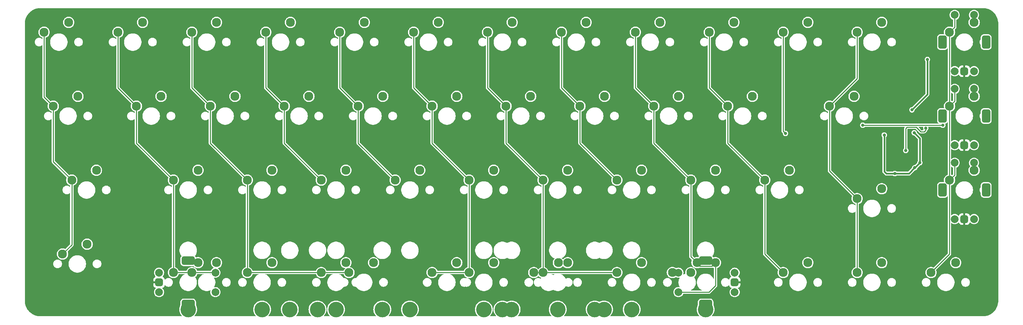
<source format=gbr>
%TF.GenerationSoftware,KiCad,Pcbnew,8.0.5*%
%TF.CreationDate,2024-10-14T19:29:39+02:00*%
%TF.ProjectId,Eightu,45696768-7475-42e6-9b69-6361645f7063,rev?*%
%TF.SameCoordinates,Original*%
%TF.FileFunction,Copper,L1,Top*%
%TF.FilePolarity,Positive*%
%FSLAX46Y46*%
G04 Gerber Fmt 4.6, Leading zero omitted, Abs format (unit mm)*
G04 Created by KiCad (PCBNEW 8.0.5) date 2024-10-14 19:29:39*
%MOMM*%
%LPD*%
G01*
G04 APERTURE LIST*
G04 Aperture macros list*
%AMRoundRect*
0 Rectangle with rounded corners*
0 $1 Rounding radius*
0 $2 $3 $4 $5 $6 $7 $8 $9 X,Y pos of 4 corners*
0 Add a 4 corners polygon primitive as box body*
4,1,4,$2,$3,$4,$5,$6,$7,$8,$9,$2,$3,0*
0 Add four circle primitives for the rounded corners*
1,1,$1+$1,$2,$3*
1,1,$1+$1,$4,$5*
1,1,$1+$1,$6,$7*
1,1,$1+$1,$8,$9*
0 Add four rect primitives between the rounded corners*
20,1,$1+$1,$2,$3,$4,$5,0*
20,1,$1+$1,$4,$5,$6,$7,0*
20,1,$1+$1,$6,$7,$8,$9,0*
20,1,$1+$1,$8,$9,$2,$3,0*%
G04 Aperture macros list end*
%TA.AperFunction,ComponentPad*%
%ADD10C,2.300000*%
%TD*%
%TA.AperFunction,ComponentPad*%
%ADD11C,4.000000*%
%TD*%
%TA.AperFunction,ComponentPad*%
%ADD12C,2.000000*%
%TD*%
%TA.AperFunction,ComponentPad*%
%ADD13RoundRect,0.500000X-0.500000X-0.500000X0.500000X-0.500000X0.500000X0.500000X-0.500000X0.500000X0*%
%TD*%
%TA.AperFunction,ComponentPad*%
%ADD14RoundRect,0.550000X-1.150000X-0.550000X1.150000X-0.550000X1.150000X0.550000X-1.150000X0.550000X0*%
%TD*%
%TA.AperFunction,ComponentPad*%
%ADD15RoundRect,0.500000X0.500000X0.500000X-0.500000X0.500000X-0.500000X-0.500000X0.500000X-0.500000X0*%
%TD*%
%TA.AperFunction,ComponentPad*%
%ADD16RoundRect,0.550000X1.150000X0.550000X-1.150000X0.550000X-1.150000X-0.550000X1.150000X-0.550000X0*%
%TD*%
%TA.AperFunction,ComponentPad*%
%ADD17RoundRect,0.500000X0.500000X-0.500000X0.500000X0.500000X-0.500000X0.500000X-0.500000X-0.500000X0*%
%TD*%
%TA.AperFunction,ComponentPad*%
%ADD18RoundRect,0.550000X0.550000X-1.150000X0.550000X1.150000X-0.550000X1.150000X-0.550000X-1.150000X0*%
%TD*%
%TA.AperFunction,ViaPad*%
%ADD19C,0.800000*%
%TD*%
%TA.AperFunction,Conductor*%
%ADD20C,0.250000*%
%TD*%
%TA.AperFunction,Conductor*%
%ADD21C,0.381000*%
%TD*%
G04 APERTURE END LIST*
D10*
%TO.P,MX25,1,1*%
%TO.N,COL11*%
X258921250Y-68897500D03*
%TO.P,MX25,2,2*%
%TO.N,Net-(D25-A)*%
X265271250Y-66357500D03*
%TD*%
%TO.P,MX44,1,1*%
%TO.N,COL5*%
X156527500Y-111760000D03*
%TO.P,MX44,2,2*%
%TO.N,Net-(D44-A)*%
X162877500Y-109220000D03*
%TD*%
%TO.P,MX57,1,1*%
%TO.N,COL6*%
X185102500Y-111760000D03*
%TO.P,MX57,2,2*%
%TO.N,Net-(D45-A)*%
X191452500Y-109220000D03*
%TD*%
%TO.P,MX15,1,1*%
%TO.N,COL0*%
X58896250Y-68897500D03*
%TO.P,MX15,2,2*%
%TO.N,Net-(D15-A)*%
X65246250Y-66357500D03*
%TD*%
%TO.P,MX46,1,1*%
%TO.N,R5*%
X218440000Y-111760000D03*
%TO.P,MX46,2,2*%
%TO.N,C5*%
X224790000Y-109220000D03*
%TD*%
%TO.P,MX19,1,1*%
%TO.N,COL4*%
X137477500Y-68897500D03*
%TO.P,MX19,2,2*%
%TO.N,Net-(D19-A)*%
X143827500Y-66357500D03*
%TD*%
%TO.P,MX17,1,1*%
%TO.N,COL2*%
X99377500Y-68897500D03*
%TO.P,MX17,2,2*%
%TO.N,Net-(D17-A)*%
X105727500Y-66357500D03*
%TD*%
%TO.P,MX56,1,1*%
%TO.N,COL6*%
X204152500Y-111760000D03*
%TO.P,MX56,2,2*%
%TO.N,Net-(D45-A)*%
X210502500Y-109220000D03*
%TD*%
%TO.P,MX51,1,1*%
%TO.N,R5*%
X223202500Y-111760000D03*
%TO.P,MX51,2,2*%
%TO.N,C5*%
X229552500Y-109220000D03*
%TD*%
%TO.P,MX49,1,1*%
%TO.N,C1*%
X285115000Y-111760000D03*
%TO.P,MX49,2,2*%
%TO.N,Net-(D49-A)*%
X291465000Y-109220000D03*
%TD*%
%TO.P,MX35,1,1*%
%TO.N,COL7*%
X204152500Y-87947500D03*
%TO.P,MX35,2,2*%
%TO.N,Net-(D35-A)*%
X210502500Y-85407500D03*
%TD*%
%TO.P,MX22,1,1*%
%TO.N,COL7*%
X194627500Y-68897500D03*
%TO.P,MX22,2,2*%
%TO.N,Net-(D22-A)*%
X200977500Y-66357500D03*
%TD*%
%TO.P,MX50,1,1*%
%TO.N,C4*%
X89852500Y-111760000D03*
%TO.P,MX50,2,2*%
%TO.N,R4*%
X96202500Y-109220000D03*
%TD*%
%TO.P,MX41,1,1*%
%TO.N,COL0*%
X61277500Y-106997500D03*
%TO.P,MX41,2,2*%
%TO.N,Net-(D41-A)*%
X67627500Y-104457500D03*
%TD*%
%TO.P,MX54,1,1*%
%TO.N,COL2*%
X135096250Y-111760000D03*
%TO.P,MX54,2,2*%
%TO.N,Net-(D43-A)*%
X141446250Y-109220000D03*
%TD*%
%TO.P,MX48,1,1*%
%TO.N,COL11*%
X266065000Y-111760000D03*
%TO.P,MX48,2,2*%
%TO.N,Net-(D48-A)*%
X272415000Y-109220000D03*
%TD*%
%TO.P,MX34,1,1*%
%TO.N,COL6*%
X185102500Y-87947500D03*
%TO.P,MX34,2,2*%
%TO.N,Net-(D34-A)*%
X191452500Y-85407500D03*
%TD*%
%TO.P,MX45,1,1*%
%TO.N,COL6*%
X185102500Y-111760000D03*
%TO.P,MX45,2,2*%
%TO.N,Net-(D45-A)*%
X191452500Y-109220000D03*
%TD*%
%TO.P,MX5,1,1*%
%TO.N,COL4*%
X132715000Y-49847500D03*
%TO.P,MX5,2,2*%
%TO.N,Net-(D5-A)*%
X139065000Y-47307500D03*
%TD*%
%TO.P,MX21,1,1*%
%TO.N,COL6*%
X175577500Y-68897500D03*
%TO.P,MX21,2,2*%
%TO.N,Net-(D21-A)*%
X181927500Y-66357500D03*
%TD*%
D11*
%TO.P,S2,*%
%TO.N,*%
X200818750Y-121285000D03*
X177006250Y-121285000D03*
%TD*%
D10*
%TO.P,MX26,1,1*%
%TO.N,C1*%
X289877500Y-68897500D03*
%TO.P,MX26,2,2*%
%TO.N,R2*%
X296227500Y-66357500D03*
%TD*%
%TO.P,MX42,1,1*%
%TO.N,C4*%
X94615000Y-111760000D03*
%TO.P,MX42,2,2*%
%TO.N,R4*%
X100965000Y-109220000D03*
%TD*%
D11*
%TO.P,S10,*%
%TO.N,*%
X198437500Y-121285000D03*
X174625000Y-121285000D03*
%TD*%
%TO.P,S3,*%
%TO.N,*%
X227012500Y-121285000D03*
X112712500Y-121285000D03*
%TD*%
D10*
%TO.P,MX12,1,1*%
%TO.N,COL11*%
X266065000Y-49847500D03*
%TO.P,MX12,2,2*%
%TO.N,Net-(D12-A)*%
X272415000Y-47307500D03*
%TD*%
%TO.P,MX36,1,1*%
%TO.N,C5*%
X223202500Y-87947500D03*
%TO.P,MX36,2,2*%
%TO.N,Net-(D36-A)*%
X229552500Y-85407500D03*
%TD*%
%TO.P,MX8,1,1*%
%TO.N,COL7*%
X189865000Y-49847500D03*
%TO.P,MX8,2,2*%
%TO.N,Net-(D8-A)*%
X196215000Y-47307500D03*
%TD*%
%TO.P,MX52,1,1*%
%TO.N,COL2*%
X108902500Y-111760000D03*
%TO.P,MX52,2,2*%
%TO.N,Net-(D43-A)*%
X115252500Y-109220000D03*
%TD*%
%TO.P,MX58,1,1*%
%TO.N,COL6*%
X182721250Y-111760000D03*
%TO.P,MX58,2,2*%
%TO.N,Net-(D45-A)*%
X189071250Y-109220000D03*
%TD*%
D11*
%TO.P,S7,*%
%TO.N,*%
X150812500Y-121285000D03*
X112712500Y-121285000D03*
%TD*%
%TO.P,S1,*%
%TO.N,*%
X143668750Y-121285000D03*
X119856250Y-121285000D03*
%TD*%
D10*
%TO.P,MX31,1,1*%
%TO.N,COL3*%
X127952500Y-87947500D03*
%TO.P,MX31,2,2*%
%TO.N,Net-(D31-A)*%
X134302500Y-85407500D03*
%TD*%
%TO.P,MX38,1,1*%
%TO.N,COL11*%
X266065000Y-92710000D03*
%TO.P,MX38,2,2*%
%TO.N,Net-(D38-A)*%
X272415000Y-90170000D03*
%TD*%
%TO.P,MX53,1,1*%
%TO.N,COL2*%
X127952500Y-111760000D03*
%TO.P,MX53,2,2*%
%TO.N,Net-(D43-A)*%
X134302500Y-109220000D03*
%TD*%
%TO.P,MX18,1,1*%
%TO.N,COL3*%
X118427500Y-68897500D03*
%TO.P,MX18,2,2*%
%TO.N,Net-(D18-A)*%
X124777500Y-66357500D03*
%TD*%
%TO.P,MX32,1,1*%
%TO.N,COL4*%
X147002500Y-87947500D03*
%TO.P,MX32,2,2*%
%TO.N,Net-(D32-A)*%
X153352500Y-85407500D03*
%TD*%
D12*
%TO.P,SW4,A,A*%
%TO.N,ENC_G*%
X86162500Y-111800000D03*
%TO.P,SW4,B,B*%
%TO.N,ENC_H*%
X86162500Y-116800000D03*
D13*
%TO.P,SW4,C,C*%
%TO.N,GND*%
X86162500Y-114300000D03*
D14*
%TO.P,SW4,MP*%
%TO.N,N/C*%
X93662500Y-108700000D03*
X93662500Y-119900000D03*
D12*
%TO.P,SW4,S1,S1*%
%TO.N,R4*%
X100662500Y-116800000D03*
%TO.P,SW4,S2,S2*%
%TO.N,C4*%
X100662500Y-111800000D03*
%TD*%
D10*
%TO.P,MX29,1,1*%
%TO.N,C4*%
X89852500Y-87947500D03*
%TO.P,MX29,2,2*%
%TO.N,Net-(D29-A)*%
X96202500Y-85407500D03*
%TD*%
%TO.P,MX6,1,1*%
%TO.N,COL5*%
X151765000Y-49847500D03*
%TO.P,MX6,2,2*%
%TO.N,Net-(D6-A)*%
X158115000Y-47307500D03*
%TD*%
%TO.P,MX30,1,1*%
%TO.N,COL2*%
X108902500Y-87947500D03*
%TO.P,MX30,2,2*%
%TO.N,Net-(D30-A)*%
X115252500Y-85407500D03*
%TD*%
%TO.P,MX1,1,1*%
%TO.N,COL0*%
X56515000Y-49847500D03*
%TO.P,MX1,2,2*%
%TO.N,Net-(D1-A)*%
X62865000Y-47307500D03*
%TD*%
%TO.P,MX43,1,1*%
%TO.N,COL2*%
X127952500Y-111760000D03*
%TO.P,MX43,2,2*%
%TO.N,Net-(D43-A)*%
X134302500Y-109220000D03*
%TD*%
%TO.P,MX7,1,1*%
%TO.N,COL6*%
X170815000Y-49847500D03*
%TO.P,MX7,2,2*%
%TO.N,Net-(D7-A)*%
X177165000Y-47307500D03*
%TD*%
%TO.P,MX39,1,1*%
%TO.N,C1*%
X289877500Y-87947500D03*
%TO.P,MX39,2,2*%
%TO.N,R3*%
X296227500Y-85407500D03*
%TD*%
%TO.P,MX28,1,1*%
%TO.N,COL0*%
X63658750Y-87947500D03*
%TO.P,MX28,2,2*%
%TO.N,Net-(D28-A)*%
X70008750Y-85407500D03*
%TD*%
D11*
%TO.P,S5,*%
%TO.N,*%
X188912500Y-121285000D03*
X131762500Y-121285000D03*
%TD*%
%TO.P,S4,*%
%TO.N,*%
X207962500Y-121285000D03*
X112712500Y-121285000D03*
%TD*%
D10*
%TO.P,MX37,1,1*%
%TO.N,COL9*%
X242252500Y-87947500D03*
%TO.P,MX37,2,2*%
%TO.N,Net-(D37-A)*%
X248602500Y-85407500D03*
%TD*%
D12*
%TO.P,SW5,A,A*%
%TO.N,ENC_I*%
X234512500Y-116800000D03*
%TO.P,SW5,B,B*%
%TO.N,ENC_J*%
X234512500Y-111800000D03*
D15*
%TO.P,SW5,C,C*%
%TO.N,GND*%
X234512500Y-114300000D03*
D16*
%TO.P,SW5,MP*%
%TO.N,N/C*%
X227012500Y-119900000D03*
X227012500Y-108700000D03*
D12*
%TO.P,SW5,S1,S1*%
%TO.N,R5*%
X220012500Y-111800000D03*
%TO.P,SW5,S2,S2*%
%TO.N,C5*%
X220012500Y-116800000D03*
%TD*%
D10*
%TO.P,MX47,1,1*%
%TO.N,COL9*%
X247015000Y-111760000D03*
%TO.P,MX47,2,2*%
%TO.N,Net-(D47-A)*%
X253365000Y-109220000D03*
%TD*%
%TO.P,MX20,1,1*%
%TO.N,COL5*%
X156527500Y-68897500D03*
%TO.P,MX20,2,2*%
%TO.N,Net-(D20-A)*%
X162877500Y-66357500D03*
%TD*%
%TO.P,MX16,1,1*%
%TO.N,C4*%
X80327500Y-68897500D03*
%TO.P,MX16,2,2*%
%TO.N,Net-(D16-A)*%
X86677500Y-66357500D03*
%TD*%
%TO.P,MX11,1,1*%
%TO.N,COL10*%
X247015000Y-49847500D03*
%TO.P,MX11,2,2*%
%TO.N,Net-(D11-A)*%
X253365000Y-47307500D03*
%TD*%
%TO.P,MX3,1,1*%
%TO.N,COL2*%
X94615000Y-49847500D03*
%TO.P,MX3,2,2*%
%TO.N,Net-(D3-A)*%
X100965000Y-47307500D03*
%TD*%
D11*
%TO.P,S8,*%
%TO.N,*%
X207962500Y-121285000D03*
X169862500Y-121285000D03*
%TD*%
%TO.P,S9,*%
%TO.N,*%
X150812500Y-121285000D03*
X127000000Y-121285000D03*
%TD*%
D10*
%TO.P,MX33,1,1*%
%TO.N,COL5*%
X166052500Y-87947500D03*
%TO.P,MX33,2,2*%
%TO.N,Net-(D33-A)*%
X172402500Y-85407500D03*
%TD*%
D12*
%TO.P,SW2,A,A*%
%TO.N,ENC_C*%
X291187500Y-78937500D03*
%TO.P,SW2,B,B*%
%TO.N,ENC_D*%
X296187500Y-78937500D03*
D17*
%TO.P,SW2,C,C*%
%TO.N,GND*%
X293687500Y-78937500D03*
D18*
%TO.P,SW2,MP*%
%TO.N,N/C*%
X288087500Y-71437500D03*
X299287500Y-71437500D03*
D12*
%TO.P,SW2,S1,S1*%
%TO.N,R2*%
X296187500Y-64437500D03*
%TO.P,SW2,S2,S2*%
%TO.N,C1*%
X291187500Y-64437500D03*
%TD*%
%TO.P,SW3,A,A*%
%TO.N,ENC_E*%
X291187500Y-97987500D03*
%TO.P,SW3,B,B*%
%TO.N,ENC_F*%
X296187500Y-97987500D03*
D17*
%TO.P,SW3,C,C*%
%TO.N,GND*%
X293687500Y-97987500D03*
D18*
%TO.P,SW3,MP*%
%TO.N,N/C*%
X288087500Y-90487500D03*
X299287500Y-90487500D03*
D12*
%TO.P,SW3,S1,S1*%
%TO.N,R3*%
X296187500Y-83487500D03*
%TO.P,SW3,S2,S2*%
%TO.N,C1*%
X291187500Y-83487500D03*
%TD*%
D10*
%TO.P,MX23,1,1*%
%TO.N,C5*%
X213677500Y-68897500D03*
%TO.P,MX23,2,2*%
%TO.N,Net-(D23-A)*%
X220027500Y-66357500D03*
%TD*%
D11*
%TO.P,S6,*%
%TO.N,*%
X227012500Y-121285000D03*
X93662500Y-121285000D03*
%TD*%
D10*
%TO.P,MX10,1,1*%
%TO.N,COL9*%
X227965000Y-49847500D03*
%TO.P,MX10,2,2*%
%TO.N,Net-(D10-A)*%
X234315000Y-47307500D03*
%TD*%
D12*
%TO.P,SW1,A,A*%
%TO.N,ENC_A*%
X291187500Y-59887500D03*
%TO.P,SW1,B,B*%
%TO.N,ENC_B*%
X296187500Y-59887500D03*
D17*
%TO.P,SW1,C,C*%
%TO.N,GND*%
X293687500Y-59887500D03*
D18*
%TO.P,SW1,MP*%
%TO.N,N/C*%
X288087500Y-52387500D03*
X299287500Y-52387500D03*
D12*
%TO.P,SW1,S1,S1*%
%TO.N,R1*%
X296187500Y-45387500D03*
%TO.P,SW1,S2,S2*%
%TO.N,C1*%
X291187500Y-45387500D03*
%TD*%
D10*
%TO.P,MX4,1,1*%
%TO.N,COL3*%
X113665000Y-49847500D03*
%TO.P,MX4,2,2*%
%TO.N,Net-(D4-A)*%
X120015000Y-47307500D03*
%TD*%
%TO.P,MX9,1,1*%
%TO.N,C5*%
X208915000Y-49847500D03*
%TO.P,MX9,2,2*%
%TO.N,Net-(D9-A)*%
X215265000Y-47307500D03*
%TD*%
%TO.P,MX13,1,1*%
%TO.N,C1*%
X289877500Y-49847500D03*
%TO.P,MX13,2,2*%
%TO.N,R1*%
X296227500Y-47307500D03*
%TD*%
%TO.P,MX24,1,1*%
%TO.N,COL9*%
X232727500Y-68897500D03*
%TO.P,MX24,2,2*%
%TO.N,Net-(D24-A)*%
X239077500Y-66357500D03*
%TD*%
%TO.P,MX55,1,1*%
%TO.N,COL5*%
X166052500Y-111760000D03*
%TO.P,MX55,2,2*%
%TO.N,Net-(D44-A)*%
X172402500Y-109220000D03*
%TD*%
%TO.P,MX2,1,1*%
%TO.N,C4*%
X75565000Y-49847500D03*
%TO.P,MX2,2,2*%
%TO.N,Net-(D2-A)*%
X81915000Y-47307500D03*
%TD*%
D19*
%TO.N,GND*%
X293687500Y-61912500D03*
X293687500Y-76437500D03*
X293687500Y-100037500D03*
X236562500Y-114300000D03*
X84112500Y-114300000D03*
%TO.N,ROW1*%
X267493750Y-73818750D03*
X288131250Y-73818750D03*
%TO.N,COL10*%
X247595380Y-75918771D03*
%TO.N,GND*%
X282744470Y-76549972D03*
X276762718Y-89171339D03*
X280903870Y-66314604D03*
X282575000Y-69850000D03*
X282751298Y-74738798D03*
X283778293Y-84752081D03*
X269875000Y-76200000D03*
X279995956Y-63374119D03*
X284874320Y-83475232D03*
X277018750Y-80300000D03*
X280910690Y-71437500D03*
X254175142Y-61020740D03*
X275769317Y-89161098D03*
%TO.N,+3V3*%
X280193750Y-69850000D03*
X280896267Y-84763460D03*
X273050000Y-76331250D03*
X284162500Y-56887500D03*
X282220741Y-83471931D03*
X275765769Y-86259193D03*
X280763953Y-75738238D03*
%TO.N,BOOT0*%
X283731485Y-74543250D03*
X278606250Y-80300000D03*
%TD*%
D20*
%TO.N,GND*%
X293687500Y-59887500D02*
X293687500Y-61912500D01*
X293687500Y-78937500D02*
X293687500Y-76437500D01*
X293687500Y-97987500D02*
X293687500Y-100037500D01*
X234512500Y-114300000D02*
X236562500Y-114300000D01*
X86162500Y-114300000D02*
X84112500Y-114300000D01*
%TO.N,ROW1*%
X267493750Y-73818750D02*
X288131250Y-73818750D01*
%TO.N,COL0*%
X58896250Y-68897500D02*
X58896250Y-83185000D01*
X63658750Y-87947500D02*
X63658750Y-104616250D01*
X63658750Y-104616250D02*
X61277500Y-106997500D01*
X56515000Y-49847500D02*
X56515000Y-66516250D01*
X56515000Y-66516250D02*
X58896250Y-68897500D01*
X58896250Y-83185000D02*
X63658750Y-87947500D01*
%TO.N,C4*%
X100622500Y-111760000D02*
X100662500Y-111800000D01*
X80327500Y-68897500D02*
X80327500Y-78422500D01*
X75565000Y-64135000D02*
X80327500Y-68897500D01*
X80327500Y-78422500D02*
X89852500Y-87947500D01*
X89852500Y-111760000D02*
X100622500Y-111760000D01*
X75565000Y-49847500D02*
X75565000Y-64135000D01*
X89852500Y-87947500D02*
X89852500Y-111760000D01*
%TO.N,COL2*%
X108902500Y-111760000D02*
X135096250Y-111760000D01*
X94615000Y-64135000D02*
X99377500Y-68897500D01*
X99377500Y-78422500D02*
X108902500Y-87947500D01*
X99377500Y-68897500D02*
X99377500Y-78422500D01*
X108902500Y-87947500D02*
X108902500Y-111760000D01*
X94615000Y-49847500D02*
X94615000Y-64135000D01*
%TO.N,COL3*%
X118427500Y-78422500D02*
X127952500Y-87947500D01*
X118427500Y-68897500D02*
X118427500Y-78422500D01*
X113665000Y-64135000D02*
X118427500Y-68897500D01*
X113665000Y-49847500D02*
X113665000Y-64135000D01*
%TO.N,COL4*%
X137477500Y-78422500D02*
X147002500Y-87947500D01*
X132715000Y-64135000D02*
X137477500Y-68897500D01*
X132715000Y-49847500D02*
X132715000Y-64135000D01*
X137477500Y-68897500D02*
X137477500Y-78422500D01*
%TO.N,COL5*%
X166052500Y-87947500D02*
X166052500Y-111760000D01*
X156527500Y-78422500D02*
X166052500Y-87947500D01*
X151745000Y-49867500D02*
X151745000Y-64115000D01*
X151765000Y-49847500D02*
X151745000Y-49867500D01*
X166052500Y-111760000D02*
X156527500Y-111760000D01*
X156527500Y-68897500D02*
X156527500Y-78422500D01*
X151745000Y-64115000D02*
X156527500Y-68897500D01*
%TO.N,COL6*%
X175577500Y-68897500D02*
X175577500Y-78422500D01*
X170815000Y-64135000D02*
X175577500Y-68897500D01*
X185102500Y-87947500D02*
X185102500Y-111760000D01*
X170815000Y-49847500D02*
X170815000Y-64135000D01*
X182721250Y-111760000D02*
X204152500Y-111760000D01*
X175577500Y-78422500D02*
X185102500Y-87947500D01*
%TO.N,COL7*%
X194627500Y-78422500D02*
X204152500Y-87947500D01*
X189865000Y-49847500D02*
X189865000Y-64135000D01*
X189865000Y-64135000D02*
X194627500Y-68897500D01*
X194627500Y-68897500D02*
X194627500Y-78422500D01*
%TO.N,C5*%
X227862631Y-116800000D02*
X220012500Y-116800000D01*
X229552500Y-115110131D02*
X227862631Y-116800000D01*
X208915000Y-49847500D02*
X208915000Y-64135000D01*
X208915000Y-64135000D02*
X213677500Y-68897500D01*
X228628750Y-110143750D02*
X229552500Y-109220000D01*
X229552500Y-109220000D02*
X229552500Y-115110131D01*
X223202500Y-107632500D02*
X224790000Y-109220000D01*
X213677500Y-78422500D02*
X223202500Y-87947500D01*
X213677500Y-68897500D02*
X213677500Y-78422500D01*
X225518813Y-110143750D02*
X228628750Y-110143750D01*
X224790000Y-109414937D02*
X225518813Y-110143750D01*
X223202500Y-87947500D02*
X223202500Y-107632500D01*
X224790000Y-109220000D02*
X224790000Y-109414937D01*
%TO.N,COL9*%
X232727500Y-68897500D02*
X232727500Y-78422500D01*
X242252500Y-87947500D02*
X242252500Y-106997500D01*
X227965000Y-49847500D02*
X227965000Y-64135000D01*
X242252500Y-106997500D02*
X247015000Y-111760000D01*
X227965000Y-64135000D02*
X232727500Y-68897500D01*
X232727500Y-78422500D02*
X242252500Y-87947500D01*
%TO.N,COL10*%
X247015000Y-74612500D02*
X247015000Y-75338391D01*
X247015000Y-49847500D02*
X247015000Y-66675000D01*
X247015000Y-66675000D02*
X247015000Y-71791271D01*
X247015000Y-66675000D02*
X247015000Y-74612500D01*
X247015000Y-75338391D02*
X247595380Y-75918771D01*
%TO.N,COL11*%
X258921250Y-68897500D02*
X258921250Y-85566250D01*
X258921250Y-85566250D02*
X266065000Y-92710000D01*
X266065000Y-49847500D02*
X266065000Y-61753750D01*
X266065000Y-92710000D02*
X266065000Y-111760000D01*
X266065000Y-61753750D02*
X258921250Y-68897500D01*
%TO.N,C1*%
X289862500Y-81756250D02*
X289862500Y-87932500D01*
X289862500Y-68912500D02*
X289877500Y-68897500D01*
X289862500Y-87962500D02*
X289877500Y-87947500D01*
X289857500Y-68877500D02*
X289877500Y-68897500D01*
X289857500Y-62706250D02*
X289857500Y-49867500D01*
X289862500Y-82162500D02*
X289862500Y-81756250D01*
X289857500Y-63107500D02*
X289857500Y-62706250D01*
X291187500Y-83487500D02*
X291187500Y-86637500D01*
X289862500Y-107012500D02*
X289862500Y-87962500D01*
X291187500Y-64437500D02*
X291187500Y-67587500D01*
X289862500Y-87932500D02*
X289877500Y-87947500D01*
X289857500Y-62706250D02*
X289857500Y-68877500D01*
X291187500Y-48537500D02*
X289877500Y-49847500D01*
X289857500Y-49867500D02*
X289877500Y-49847500D01*
X289862500Y-107012500D02*
X285115000Y-111760000D01*
X291187500Y-67587500D02*
X289877500Y-68897500D01*
X291187500Y-45387500D02*
X291187500Y-48537500D01*
X289862500Y-81756250D02*
X289862500Y-68912500D01*
X291187500Y-86637500D02*
X289877500Y-87947500D01*
D21*
%TO.N,+3V3*%
X279400534Y-86259193D02*
X275765769Y-86259193D01*
X280896267Y-84763460D02*
X279400534Y-86259193D01*
X280763953Y-75738238D02*
X282220741Y-77195026D01*
X280929212Y-84763460D02*
X280896267Y-84763460D01*
X275765769Y-86259193D02*
X273584193Y-86259193D01*
X273584193Y-86259193D02*
X273050000Y-85725000D01*
X284162500Y-65881250D02*
X284162500Y-56887500D01*
X282220741Y-77195026D02*
X282220741Y-83471931D01*
X273050000Y-85725000D02*
X273050000Y-76331250D01*
X280193750Y-69850000D02*
X284162500Y-65881250D01*
X282220741Y-83471931D02*
X280929212Y-84763460D01*
D20*
%TO.N,BOOT0*%
X283731485Y-75043515D02*
X283731485Y-74543250D01*
X278606250Y-80300000D02*
X278606250Y-74612500D01*
X278950000Y-74268750D02*
X281255945Y-74268750D01*
X281255945Y-74268750D02*
X282450993Y-75463798D01*
X283311202Y-75463798D02*
X283731485Y-75043515D01*
X282450993Y-75463798D02*
X283311202Y-75463798D01*
X278606250Y-74612500D02*
X278950000Y-74268750D01*
%TD*%
%TA.AperFunction,Conductor*%
%TO.N,GND*%
G36*
X283087166Y-74247618D02*
G01*
X283090534Y-74255750D01*
X283089787Y-74259828D01*
X283046344Y-74374381D01*
X283025840Y-74543248D01*
X283025840Y-74543251D01*
X283046344Y-74712119D01*
X283046344Y-74712120D01*
X283046345Y-74712122D01*
X283106667Y-74871180D01*
X283181020Y-74978897D01*
X283182868Y-74987503D01*
X283179688Y-74993562D01*
X283138322Y-75034930D01*
X283130190Y-75038298D01*
X282632005Y-75038298D01*
X282623873Y-75034930D01*
X281852825Y-74263882D01*
X281849457Y-74255750D01*
X281852825Y-74247618D01*
X281860957Y-74244250D01*
X283079034Y-74244250D01*
X283087166Y-74247618D01*
G37*
%TD.AperFunction*%
%TA.AperFunction,Conductor*%
G36*
X298450179Y-43624951D02*
G01*
X298452485Y-43624979D01*
X298646004Y-43627407D01*
X298646954Y-43627460D01*
X299036822Y-43665866D01*
X299037907Y-43666027D01*
X299422046Y-43742444D01*
X299423119Y-43742713D01*
X299797915Y-43856412D01*
X299798955Y-43856784D01*
X300160810Y-44006673D01*
X300161817Y-44007150D01*
X300507225Y-44191776D01*
X300508171Y-44192343D01*
X300833825Y-44409939D01*
X300834717Y-44410600D01*
X301002584Y-44548364D01*
X301137475Y-44659066D01*
X301138311Y-44659824D01*
X301415243Y-44936752D01*
X301416001Y-44937588D01*
X301664464Y-45240334D01*
X301665133Y-45241237D01*
X301762863Y-45387497D01*
X301882723Y-45566874D01*
X301883300Y-45567837D01*
X301908081Y-45614196D01*
X302067925Y-45913231D01*
X302068408Y-45914251D01*
X302218292Y-46276083D01*
X302218672Y-46277145D01*
X302332371Y-46651923D01*
X302332645Y-46653018D01*
X302409060Y-47037125D01*
X302409226Y-47038241D01*
X302447636Y-47428078D01*
X302447690Y-47429065D01*
X302450099Y-47624859D01*
X302450100Y-47625000D01*
X302450000Y-119031185D01*
X302449999Y-119031329D01*
X302447545Y-119227138D01*
X302447491Y-119228121D01*
X302409091Y-119617959D01*
X302408925Y-119619076D01*
X302332517Y-120003190D01*
X302332243Y-120004284D01*
X302218554Y-120379060D01*
X302218174Y-120380123D01*
X302068293Y-120741962D01*
X302067810Y-120742982D01*
X301883194Y-121088375D01*
X301882614Y-121089343D01*
X301665027Y-121414985D01*
X301664355Y-121415891D01*
X301415903Y-121718633D01*
X301415145Y-121719470D01*
X301138211Y-121996408D01*
X301137375Y-121997166D01*
X300834627Y-122245629D01*
X300833720Y-122246301D01*
X300508086Y-122463888D01*
X300507118Y-122464468D01*
X300161727Y-122649089D01*
X300160707Y-122649572D01*
X299798870Y-122799457D01*
X299797807Y-122799837D01*
X299423032Y-122913531D01*
X299421938Y-122913805D01*
X299037825Y-122990218D01*
X299036708Y-122990384D01*
X298646872Y-123028788D01*
X298645886Y-123028842D01*
X298450081Y-123031249D01*
X298449940Y-123031250D01*
X228540901Y-123031250D01*
X228532769Y-123027882D01*
X228529401Y-123019750D01*
X228532769Y-123011618D01*
X228533319Y-123011104D01*
X228556977Y-122990357D01*
X228642689Y-122915189D01*
X228841525Y-122688461D01*
X229009066Y-122437718D01*
X229142445Y-122167252D01*
X229239380Y-121881691D01*
X229298213Y-121585920D01*
X229298214Y-121585909D01*
X229317936Y-121285005D01*
X229317936Y-121284994D01*
X229298214Y-120984090D01*
X229298213Y-120984087D01*
X229298213Y-120984080D01*
X229239380Y-120688309D01*
X229142445Y-120402748D01*
X229130792Y-120379117D01*
X229014186Y-120142663D01*
X229013000Y-120137577D01*
X229013000Y-119276055D01*
X229013000Y-119276046D01*
X229010183Y-119234505D01*
X228990425Y-119155055D01*
X228965538Y-119054981D01*
X228937915Y-118999285D01*
X228883342Y-118889247D01*
X228836981Y-118831572D01*
X228767443Y-118745063D01*
X228767436Y-118745056D01*
X228623254Y-118629159D01*
X228623255Y-118629159D01*
X228457518Y-118546961D01*
X228277998Y-118502317D01*
X228236458Y-118499500D01*
X228236454Y-118499500D01*
X225788546Y-118499500D01*
X225788541Y-118499500D01*
X225747001Y-118502317D01*
X225567481Y-118546961D01*
X225401745Y-118629159D01*
X225257563Y-118745056D01*
X225257556Y-118745063D01*
X225141659Y-118889245D01*
X225059461Y-119054981D01*
X225014817Y-119234501D01*
X225012000Y-119276041D01*
X225012000Y-120137577D01*
X225010814Y-120142663D01*
X224882557Y-120402741D01*
X224785618Y-120688313D01*
X224726786Y-120984087D01*
X224726785Y-120984090D01*
X224707064Y-121284994D01*
X224707064Y-121285005D01*
X224726785Y-121585909D01*
X224726786Y-121585912D01*
X224726787Y-121585920D01*
X224748572Y-121695444D01*
X224785618Y-121881686D01*
X224882557Y-122167258D01*
X225015929Y-122437710D01*
X225015932Y-122437716D01*
X225183473Y-122688459D01*
X225382302Y-122915180D01*
X225382319Y-122915197D01*
X225491681Y-123011104D01*
X225495574Y-123018998D01*
X225492745Y-123027332D01*
X225484851Y-123031225D01*
X225484099Y-123031250D01*
X209490901Y-123031250D01*
X209482769Y-123027882D01*
X209479401Y-123019750D01*
X209482769Y-123011618D01*
X209483319Y-123011104D01*
X209506977Y-122990357D01*
X209592689Y-122915189D01*
X209791525Y-122688461D01*
X209959066Y-122437718D01*
X210092445Y-122167252D01*
X210189380Y-121881691D01*
X210248213Y-121585920D01*
X210248214Y-121585909D01*
X210267936Y-121285005D01*
X210267936Y-121284994D01*
X210248214Y-120984090D01*
X210248213Y-120984087D01*
X210248213Y-120984080D01*
X210189380Y-120688309D01*
X210092445Y-120402748D01*
X210081288Y-120380123D01*
X209959070Y-120132289D01*
X209959067Y-120132283D01*
X209791526Y-119881540D01*
X209592697Y-119654819D01*
X209592680Y-119654802D01*
X209365959Y-119455973D01*
X209115216Y-119288432D01*
X209115210Y-119288429D01*
X208844758Y-119155057D01*
X208559186Y-119058118D01*
X208372944Y-119021072D01*
X208263420Y-118999287D01*
X208263415Y-118999286D01*
X208263412Y-118999286D01*
X208263409Y-118999285D01*
X207962505Y-118979564D01*
X207962495Y-118979564D01*
X207661590Y-118999285D01*
X207661587Y-118999286D01*
X207661582Y-118999286D01*
X207661580Y-118999287D01*
X207588900Y-119013743D01*
X207365813Y-119058118D01*
X207080241Y-119155057D01*
X206809789Y-119288429D01*
X206809783Y-119288432D01*
X206559040Y-119455973D01*
X206332319Y-119654802D01*
X206332302Y-119654819D01*
X206133473Y-119881540D01*
X205965932Y-120132283D01*
X205965929Y-120132289D01*
X205832557Y-120402741D01*
X205735618Y-120688313D01*
X205676786Y-120984087D01*
X205676785Y-120984090D01*
X205657064Y-121284994D01*
X205657064Y-121285005D01*
X205676785Y-121585909D01*
X205676786Y-121585912D01*
X205676787Y-121585920D01*
X205698572Y-121695444D01*
X205735618Y-121881686D01*
X205832557Y-122167258D01*
X205965929Y-122437710D01*
X205965932Y-122437716D01*
X206133473Y-122688459D01*
X206332302Y-122915180D01*
X206332319Y-122915197D01*
X206441681Y-123011104D01*
X206445574Y-123018998D01*
X206442745Y-123027332D01*
X206434851Y-123031225D01*
X206434099Y-123031250D01*
X202347151Y-123031250D01*
X202339019Y-123027882D01*
X202335651Y-123019750D01*
X202339019Y-123011618D01*
X202339569Y-123011104D01*
X202363227Y-122990357D01*
X202448939Y-122915189D01*
X202647775Y-122688461D01*
X202815316Y-122437718D01*
X202948695Y-122167252D01*
X203045630Y-121881691D01*
X203104463Y-121585920D01*
X203104464Y-121585909D01*
X203124186Y-121285005D01*
X203124186Y-121284994D01*
X203104464Y-120984090D01*
X203104463Y-120984087D01*
X203104463Y-120984080D01*
X203045630Y-120688309D01*
X202948695Y-120402748D01*
X202937538Y-120380123D01*
X202815320Y-120132289D01*
X202815317Y-120132283D01*
X202647776Y-119881540D01*
X202448947Y-119654819D01*
X202448930Y-119654802D01*
X202222209Y-119455973D01*
X201971466Y-119288432D01*
X201971460Y-119288429D01*
X201701008Y-119155057D01*
X201415436Y-119058118D01*
X201229194Y-119021072D01*
X201119670Y-118999287D01*
X201119665Y-118999286D01*
X201119662Y-118999286D01*
X201119659Y-118999285D01*
X200818755Y-118979564D01*
X200818745Y-118979564D01*
X200517840Y-118999285D01*
X200517837Y-118999286D01*
X200517832Y-118999286D01*
X200517830Y-118999287D01*
X200445150Y-119013743D01*
X200222063Y-119058118D01*
X199936491Y-119155057D01*
X199666039Y-119288429D01*
X199666033Y-119288432D01*
X199634514Y-119309493D01*
X199625881Y-119311210D01*
X199621736Y-119309493D01*
X199590216Y-119288432D01*
X199590210Y-119288429D01*
X199319758Y-119155057D01*
X199034186Y-119058118D01*
X198847944Y-119021072D01*
X198738420Y-118999287D01*
X198738415Y-118999286D01*
X198738412Y-118999286D01*
X198738409Y-118999285D01*
X198437505Y-118979564D01*
X198437495Y-118979564D01*
X198136590Y-118999285D01*
X198136587Y-118999286D01*
X198136582Y-118999286D01*
X198136580Y-118999287D01*
X198063900Y-119013743D01*
X197840813Y-119058118D01*
X197555241Y-119155057D01*
X197284789Y-119288429D01*
X197284783Y-119288432D01*
X197034040Y-119455973D01*
X196807319Y-119654802D01*
X196807302Y-119654819D01*
X196608473Y-119881540D01*
X196440932Y-120132283D01*
X196440929Y-120132289D01*
X196307557Y-120402741D01*
X196210618Y-120688313D01*
X196151786Y-120984087D01*
X196151785Y-120984090D01*
X196132064Y-121284994D01*
X196132064Y-121285005D01*
X196151785Y-121585909D01*
X196151786Y-121585912D01*
X196151787Y-121585920D01*
X196173572Y-121695444D01*
X196210618Y-121881686D01*
X196307557Y-122167258D01*
X196440929Y-122437710D01*
X196440932Y-122437716D01*
X196608473Y-122688459D01*
X196807302Y-122915180D01*
X196807319Y-122915197D01*
X196916681Y-123011104D01*
X196920574Y-123018998D01*
X196917745Y-123027332D01*
X196909851Y-123031225D01*
X196909099Y-123031250D01*
X190440901Y-123031250D01*
X190432769Y-123027882D01*
X190429401Y-123019750D01*
X190432769Y-123011618D01*
X190433319Y-123011104D01*
X190456977Y-122990357D01*
X190542689Y-122915189D01*
X190741525Y-122688461D01*
X190909066Y-122437718D01*
X191042445Y-122167252D01*
X191139380Y-121881691D01*
X191198213Y-121585920D01*
X191198214Y-121585909D01*
X191217936Y-121285005D01*
X191217936Y-121284994D01*
X191198214Y-120984090D01*
X191198213Y-120984087D01*
X191198213Y-120984080D01*
X191139380Y-120688309D01*
X191042445Y-120402748D01*
X191031288Y-120380123D01*
X190909070Y-120132289D01*
X190909067Y-120132283D01*
X190741526Y-119881540D01*
X190542697Y-119654819D01*
X190542680Y-119654802D01*
X190315959Y-119455973D01*
X190065216Y-119288432D01*
X190065210Y-119288429D01*
X189794758Y-119155057D01*
X189509186Y-119058118D01*
X189322944Y-119021072D01*
X189213420Y-118999287D01*
X189213415Y-118999286D01*
X189213412Y-118999286D01*
X189213409Y-118999285D01*
X188912505Y-118979564D01*
X188912495Y-118979564D01*
X188611590Y-118999285D01*
X188611587Y-118999286D01*
X188611582Y-118999286D01*
X188611580Y-118999287D01*
X188538900Y-119013743D01*
X188315813Y-119058118D01*
X188030241Y-119155057D01*
X187759789Y-119288429D01*
X187759783Y-119288432D01*
X187509040Y-119455973D01*
X187282319Y-119654802D01*
X187282302Y-119654819D01*
X187083473Y-119881540D01*
X186915932Y-120132283D01*
X186915929Y-120132289D01*
X186782557Y-120402741D01*
X186685618Y-120688313D01*
X186626786Y-120984087D01*
X186626785Y-120984090D01*
X186607064Y-121284994D01*
X186607064Y-121285005D01*
X186626785Y-121585909D01*
X186626786Y-121585912D01*
X186626787Y-121585920D01*
X186648572Y-121695444D01*
X186685618Y-121881686D01*
X186782557Y-122167258D01*
X186915929Y-122437710D01*
X186915932Y-122437716D01*
X187083473Y-122688459D01*
X187282302Y-122915180D01*
X187282319Y-122915197D01*
X187391681Y-123011104D01*
X187395574Y-123018998D01*
X187392745Y-123027332D01*
X187384851Y-123031225D01*
X187384099Y-123031250D01*
X178534651Y-123031250D01*
X178526519Y-123027882D01*
X178523151Y-123019750D01*
X178526519Y-123011618D01*
X178527069Y-123011104D01*
X178550727Y-122990357D01*
X178636439Y-122915189D01*
X178835275Y-122688461D01*
X179002816Y-122437718D01*
X179136195Y-122167252D01*
X179233130Y-121881691D01*
X179291963Y-121585920D01*
X179291964Y-121585909D01*
X179311686Y-121285005D01*
X179311686Y-121284994D01*
X179291964Y-120984090D01*
X179291963Y-120984087D01*
X179291963Y-120984080D01*
X179233130Y-120688309D01*
X179136195Y-120402748D01*
X179125038Y-120380123D01*
X179002820Y-120132289D01*
X179002817Y-120132283D01*
X178835276Y-119881540D01*
X178636447Y-119654819D01*
X178636430Y-119654802D01*
X178409709Y-119455973D01*
X178158966Y-119288432D01*
X178158960Y-119288429D01*
X177888508Y-119155057D01*
X177602936Y-119058118D01*
X177416694Y-119021072D01*
X177307170Y-118999287D01*
X177307165Y-118999286D01*
X177307162Y-118999286D01*
X177307159Y-118999285D01*
X177006255Y-118979564D01*
X177006245Y-118979564D01*
X176705340Y-118999285D01*
X176705337Y-118999286D01*
X176705332Y-118999286D01*
X176705330Y-118999287D01*
X176632650Y-119013743D01*
X176409563Y-119058118D01*
X176123991Y-119155057D01*
X175853539Y-119288429D01*
X175853533Y-119288432D01*
X175822014Y-119309493D01*
X175813381Y-119311210D01*
X175809236Y-119309493D01*
X175777716Y-119288432D01*
X175777710Y-119288429D01*
X175507258Y-119155057D01*
X175221686Y-119058118D01*
X175035444Y-119021072D01*
X174925920Y-118999287D01*
X174925915Y-118999286D01*
X174925912Y-118999286D01*
X174925909Y-118999285D01*
X174625005Y-118979564D01*
X174624995Y-118979564D01*
X174324090Y-118999285D01*
X174324087Y-118999286D01*
X174324082Y-118999286D01*
X174324080Y-118999287D01*
X174251400Y-119013743D01*
X174028313Y-119058118D01*
X173742741Y-119155057D01*
X173472289Y-119288429D01*
X173472283Y-119288432D01*
X173221540Y-119455973D01*
X172994819Y-119654802D01*
X172994802Y-119654819D01*
X172795973Y-119881540D01*
X172628432Y-120132283D01*
X172628429Y-120132289D01*
X172495057Y-120402741D01*
X172398118Y-120688313D01*
X172339286Y-120984087D01*
X172339285Y-120984090D01*
X172319564Y-121284994D01*
X172319564Y-121285005D01*
X172339285Y-121585909D01*
X172339286Y-121585912D01*
X172339287Y-121585920D01*
X172361072Y-121695444D01*
X172398118Y-121881686D01*
X172495057Y-122167258D01*
X172628429Y-122437710D01*
X172628432Y-122437716D01*
X172795973Y-122688459D01*
X172994802Y-122915180D01*
X172994819Y-122915197D01*
X173104181Y-123011104D01*
X173108074Y-123018998D01*
X173105245Y-123027332D01*
X173097351Y-123031225D01*
X173096599Y-123031250D01*
X171390901Y-123031250D01*
X171382769Y-123027882D01*
X171379401Y-123019750D01*
X171382769Y-123011618D01*
X171383319Y-123011104D01*
X171406977Y-122990357D01*
X171492689Y-122915189D01*
X171691525Y-122688461D01*
X171859066Y-122437718D01*
X171992445Y-122167252D01*
X172089380Y-121881691D01*
X172148213Y-121585920D01*
X172148214Y-121585909D01*
X172167936Y-121285005D01*
X172167936Y-121284994D01*
X172148214Y-120984090D01*
X172148213Y-120984087D01*
X172148213Y-120984080D01*
X172089380Y-120688309D01*
X171992445Y-120402748D01*
X171981288Y-120380123D01*
X171859070Y-120132289D01*
X171859067Y-120132283D01*
X171691526Y-119881540D01*
X171492697Y-119654819D01*
X171492680Y-119654802D01*
X171265959Y-119455973D01*
X171015216Y-119288432D01*
X171015210Y-119288429D01*
X170744758Y-119155057D01*
X170459186Y-119058118D01*
X170272944Y-119021072D01*
X170163420Y-118999287D01*
X170163415Y-118999286D01*
X170163412Y-118999286D01*
X170163409Y-118999285D01*
X169862505Y-118979564D01*
X169862495Y-118979564D01*
X169561590Y-118999285D01*
X169561587Y-118999286D01*
X169561582Y-118999286D01*
X169561580Y-118999287D01*
X169488900Y-119013743D01*
X169265813Y-119058118D01*
X168980241Y-119155057D01*
X168709789Y-119288429D01*
X168709783Y-119288432D01*
X168459040Y-119455973D01*
X168232319Y-119654802D01*
X168232302Y-119654819D01*
X168033473Y-119881540D01*
X167865932Y-120132283D01*
X167865929Y-120132289D01*
X167732557Y-120402741D01*
X167635618Y-120688313D01*
X167576786Y-120984087D01*
X167576785Y-120984090D01*
X167557064Y-121284994D01*
X167557064Y-121285005D01*
X167576785Y-121585909D01*
X167576786Y-121585912D01*
X167576787Y-121585920D01*
X167598572Y-121695444D01*
X167635618Y-121881686D01*
X167732557Y-122167258D01*
X167865929Y-122437710D01*
X167865932Y-122437716D01*
X168033473Y-122688459D01*
X168232302Y-122915180D01*
X168232319Y-122915197D01*
X168341681Y-123011104D01*
X168345574Y-123018998D01*
X168342745Y-123027332D01*
X168334851Y-123031225D01*
X168334099Y-123031250D01*
X152340901Y-123031250D01*
X152332769Y-123027882D01*
X152329401Y-123019750D01*
X152332769Y-123011618D01*
X152333319Y-123011104D01*
X152356977Y-122990357D01*
X152442689Y-122915189D01*
X152641525Y-122688461D01*
X152809066Y-122437718D01*
X152942445Y-122167252D01*
X153039380Y-121881691D01*
X153098213Y-121585920D01*
X153098214Y-121585909D01*
X153117936Y-121285005D01*
X153117936Y-121284994D01*
X153098214Y-120984090D01*
X153098213Y-120984087D01*
X153098213Y-120984080D01*
X153039380Y-120688309D01*
X152942445Y-120402748D01*
X152931288Y-120380123D01*
X152809070Y-120132289D01*
X152809067Y-120132283D01*
X152641526Y-119881540D01*
X152442697Y-119654819D01*
X152442680Y-119654802D01*
X152215959Y-119455973D01*
X151965216Y-119288432D01*
X151965210Y-119288429D01*
X151694758Y-119155057D01*
X151409186Y-119058118D01*
X151222944Y-119021072D01*
X151113420Y-118999287D01*
X151113415Y-118999286D01*
X151113412Y-118999286D01*
X151113409Y-118999285D01*
X150812505Y-118979564D01*
X150812495Y-118979564D01*
X150511590Y-118999285D01*
X150511587Y-118999286D01*
X150511582Y-118999286D01*
X150511580Y-118999287D01*
X150438900Y-119013743D01*
X150215813Y-119058118D01*
X149930241Y-119155057D01*
X149659789Y-119288429D01*
X149659783Y-119288432D01*
X149409040Y-119455973D01*
X149182319Y-119654802D01*
X149182302Y-119654819D01*
X148983473Y-119881540D01*
X148815932Y-120132283D01*
X148815929Y-120132289D01*
X148682557Y-120402741D01*
X148585618Y-120688313D01*
X148526786Y-120984087D01*
X148526785Y-120984090D01*
X148507064Y-121284994D01*
X148507064Y-121285005D01*
X148526785Y-121585909D01*
X148526786Y-121585912D01*
X148526787Y-121585920D01*
X148548572Y-121695444D01*
X148585618Y-121881686D01*
X148682557Y-122167258D01*
X148815929Y-122437710D01*
X148815932Y-122437716D01*
X148983473Y-122688459D01*
X149182302Y-122915180D01*
X149182319Y-122915197D01*
X149291681Y-123011104D01*
X149295574Y-123018998D01*
X149292745Y-123027332D01*
X149284851Y-123031225D01*
X149284099Y-123031250D01*
X145197151Y-123031250D01*
X145189019Y-123027882D01*
X145185651Y-123019750D01*
X145189019Y-123011618D01*
X145189569Y-123011104D01*
X145213227Y-122990357D01*
X145298939Y-122915189D01*
X145497775Y-122688461D01*
X145665316Y-122437718D01*
X145798695Y-122167252D01*
X145895630Y-121881691D01*
X145954463Y-121585920D01*
X145954464Y-121585909D01*
X145974186Y-121285005D01*
X145974186Y-121284994D01*
X145954464Y-120984090D01*
X145954463Y-120984087D01*
X145954463Y-120984080D01*
X145895630Y-120688309D01*
X145798695Y-120402748D01*
X145787538Y-120380123D01*
X145665320Y-120132289D01*
X145665317Y-120132283D01*
X145497776Y-119881540D01*
X145298947Y-119654819D01*
X145298930Y-119654802D01*
X145072209Y-119455973D01*
X144821466Y-119288432D01*
X144821460Y-119288429D01*
X144551008Y-119155057D01*
X144265436Y-119058118D01*
X144079194Y-119021072D01*
X143969670Y-118999287D01*
X143969665Y-118999286D01*
X143969662Y-118999286D01*
X143969659Y-118999285D01*
X143668755Y-118979564D01*
X143668745Y-118979564D01*
X143367840Y-118999285D01*
X143367837Y-118999286D01*
X143367832Y-118999286D01*
X143367830Y-118999287D01*
X143295150Y-119013743D01*
X143072063Y-119058118D01*
X142786491Y-119155057D01*
X142516039Y-119288429D01*
X142516033Y-119288432D01*
X142265290Y-119455973D01*
X142038569Y-119654802D01*
X142038552Y-119654819D01*
X141839723Y-119881540D01*
X141672182Y-120132283D01*
X141672179Y-120132289D01*
X141538807Y-120402741D01*
X141441868Y-120688313D01*
X141383036Y-120984087D01*
X141383035Y-120984090D01*
X141363314Y-121284994D01*
X141363314Y-121285005D01*
X141383035Y-121585909D01*
X141383036Y-121585912D01*
X141383037Y-121585920D01*
X141404822Y-121695444D01*
X141441868Y-121881686D01*
X141538807Y-122167258D01*
X141672179Y-122437710D01*
X141672182Y-122437716D01*
X141839723Y-122688459D01*
X142038552Y-122915180D01*
X142038569Y-122915197D01*
X142147931Y-123011104D01*
X142151824Y-123018998D01*
X142148995Y-123027332D01*
X142141101Y-123031225D01*
X142140349Y-123031250D01*
X133290901Y-123031250D01*
X133282769Y-123027882D01*
X133279401Y-123019750D01*
X133282769Y-123011618D01*
X133283319Y-123011104D01*
X133306977Y-122990357D01*
X133392689Y-122915189D01*
X133591525Y-122688461D01*
X133759066Y-122437718D01*
X133892445Y-122167252D01*
X133989380Y-121881691D01*
X134048213Y-121585920D01*
X134048214Y-121585909D01*
X134067936Y-121285005D01*
X134067936Y-121284994D01*
X134048214Y-120984090D01*
X134048213Y-120984087D01*
X134048213Y-120984080D01*
X133989380Y-120688309D01*
X133892445Y-120402748D01*
X133881288Y-120380123D01*
X133759070Y-120132289D01*
X133759067Y-120132283D01*
X133591526Y-119881540D01*
X133392697Y-119654819D01*
X133392680Y-119654802D01*
X133165959Y-119455973D01*
X132915216Y-119288432D01*
X132915210Y-119288429D01*
X132644758Y-119155057D01*
X132359186Y-119058118D01*
X132172944Y-119021072D01*
X132063420Y-118999287D01*
X132063415Y-118999286D01*
X132063412Y-118999286D01*
X132063409Y-118999285D01*
X131762505Y-118979564D01*
X131762495Y-118979564D01*
X131461590Y-118999285D01*
X131461587Y-118999286D01*
X131461582Y-118999286D01*
X131461580Y-118999287D01*
X131388900Y-119013743D01*
X131165813Y-119058118D01*
X130880241Y-119155057D01*
X130609789Y-119288429D01*
X130609783Y-119288432D01*
X130359040Y-119455973D01*
X130132319Y-119654802D01*
X130132302Y-119654819D01*
X129933473Y-119881540D01*
X129765932Y-120132283D01*
X129765929Y-120132289D01*
X129632557Y-120402741D01*
X129535618Y-120688313D01*
X129476786Y-120984087D01*
X129476785Y-120984090D01*
X129457064Y-121284994D01*
X129457064Y-121285005D01*
X129476785Y-121585909D01*
X129476786Y-121585912D01*
X129476787Y-121585920D01*
X129498572Y-121695444D01*
X129535618Y-121881686D01*
X129632557Y-122167258D01*
X129765929Y-122437710D01*
X129765932Y-122437716D01*
X129933473Y-122688459D01*
X130132302Y-122915180D01*
X130132319Y-122915197D01*
X130241681Y-123011104D01*
X130245574Y-123018998D01*
X130242745Y-123027332D01*
X130234851Y-123031225D01*
X130234099Y-123031250D01*
X128528401Y-123031250D01*
X128520269Y-123027882D01*
X128516901Y-123019750D01*
X128520269Y-123011618D01*
X128520819Y-123011104D01*
X128544477Y-122990357D01*
X128630189Y-122915189D01*
X128829025Y-122688461D01*
X128996566Y-122437718D01*
X129129945Y-122167252D01*
X129226880Y-121881691D01*
X129285713Y-121585920D01*
X129285714Y-121585909D01*
X129305436Y-121285005D01*
X129305436Y-121284994D01*
X129285714Y-120984090D01*
X129285713Y-120984087D01*
X129285713Y-120984080D01*
X129226880Y-120688309D01*
X129129945Y-120402748D01*
X129118788Y-120380123D01*
X128996570Y-120132289D01*
X128996567Y-120132283D01*
X128829026Y-119881540D01*
X128630197Y-119654819D01*
X128630180Y-119654802D01*
X128403459Y-119455973D01*
X128152716Y-119288432D01*
X128152710Y-119288429D01*
X127882258Y-119155057D01*
X127596686Y-119058118D01*
X127410444Y-119021072D01*
X127300920Y-118999287D01*
X127300915Y-118999286D01*
X127300912Y-118999286D01*
X127300909Y-118999285D01*
X127000005Y-118979564D01*
X126999995Y-118979564D01*
X126699090Y-118999285D01*
X126699087Y-118999286D01*
X126699082Y-118999286D01*
X126699080Y-118999287D01*
X126626400Y-119013743D01*
X126403313Y-119058118D01*
X126117741Y-119155057D01*
X125847289Y-119288429D01*
X125847283Y-119288432D01*
X125596540Y-119455973D01*
X125369819Y-119654802D01*
X125369802Y-119654819D01*
X125170973Y-119881540D01*
X125003432Y-120132283D01*
X125003429Y-120132289D01*
X124870057Y-120402741D01*
X124773118Y-120688313D01*
X124714286Y-120984087D01*
X124714285Y-120984090D01*
X124694564Y-121284994D01*
X124694564Y-121285005D01*
X124714285Y-121585909D01*
X124714286Y-121585912D01*
X124714287Y-121585920D01*
X124736072Y-121695444D01*
X124773118Y-121881686D01*
X124870057Y-122167258D01*
X125003429Y-122437710D01*
X125003432Y-122437716D01*
X125170973Y-122688459D01*
X125369802Y-122915180D01*
X125369819Y-122915197D01*
X125479181Y-123011104D01*
X125483074Y-123018998D01*
X125480245Y-123027332D01*
X125472351Y-123031225D01*
X125471599Y-123031250D01*
X121384651Y-123031250D01*
X121376519Y-123027882D01*
X121373151Y-123019750D01*
X121376519Y-123011618D01*
X121377069Y-123011104D01*
X121400727Y-122990357D01*
X121486439Y-122915189D01*
X121685275Y-122688461D01*
X121852816Y-122437718D01*
X121986195Y-122167252D01*
X122083130Y-121881691D01*
X122141963Y-121585920D01*
X122141964Y-121585909D01*
X122161686Y-121285005D01*
X122161686Y-121284994D01*
X122141964Y-120984090D01*
X122141963Y-120984087D01*
X122141963Y-120984080D01*
X122083130Y-120688309D01*
X121986195Y-120402748D01*
X121975038Y-120380123D01*
X121852820Y-120132289D01*
X121852817Y-120132283D01*
X121685276Y-119881540D01*
X121486447Y-119654819D01*
X121486430Y-119654802D01*
X121259709Y-119455973D01*
X121008966Y-119288432D01*
X121008960Y-119288429D01*
X120738508Y-119155057D01*
X120452936Y-119058118D01*
X120266694Y-119021072D01*
X120157170Y-118999287D01*
X120157165Y-118999286D01*
X120157162Y-118999286D01*
X120157159Y-118999285D01*
X119856255Y-118979564D01*
X119856245Y-118979564D01*
X119555340Y-118999285D01*
X119555337Y-118999286D01*
X119555332Y-118999286D01*
X119555330Y-118999287D01*
X119482650Y-119013743D01*
X119259563Y-119058118D01*
X118973991Y-119155057D01*
X118703539Y-119288429D01*
X118703533Y-119288432D01*
X118452790Y-119455973D01*
X118226069Y-119654802D01*
X118226052Y-119654819D01*
X118027223Y-119881540D01*
X117859682Y-120132283D01*
X117859679Y-120132289D01*
X117726307Y-120402741D01*
X117629368Y-120688313D01*
X117570536Y-120984087D01*
X117570535Y-120984090D01*
X117550814Y-121284994D01*
X117550814Y-121285005D01*
X117570535Y-121585909D01*
X117570536Y-121585912D01*
X117570537Y-121585920D01*
X117592322Y-121695444D01*
X117629368Y-121881686D01*
X117726307Y-122167258D01*
X117859679Y-122437710D01*
X117859682Y-122437716D01*
X118027223Y-122688459D01*
X118226052Y-122915180D01*
X118226069Y-122915197D01*
X118335431Y-123011104D01*
X118339324Y-123018998D01*
X118336495Y-123027332D01*
X118328601Y-123031225D01*
X118327849Y-123031250D01*
X114240901Y-123031250D01*
X114232769Y-123027882D01*
X114229401Y-123019750D01*
X114232769Y-123011618D01*
X114233319Y-123011104D01*
X114256977Y-122990357D01*
X114342689Y-122915189D01*
X114541525Y-122688461D01*
X114709066Y-122437718D01*
X114842445Y-122167252D01*
X114939380Y-121881691D01*
X114998213Y-121585920D01*
X114998214Y-121585909D01*
X115017936Y-121285005D01*
X115017936Y-121284994D01*
X114998214Y-120984090D01*
X114998213Y-120984087D01*
X114998213Y-120984080D01*
X114939380Y-120688309D01*
X114842445Y-120402748D01*
X114831288Y-120380123D01*
X114709070Y-120132289D01*
X114709067Y-120132283D01*
X114541526Y-119881540D01*
X114342697Y-119654819D01*
X114342680Y-119654802D01*
X114115959Y-119455973D01*
X113865216Y-119288432D01*
X113865210Y-119288429D01*
X113594758Y-119155057D01*
X113309186Y-119058118D01*
X113122944Y-119021072D01*
X113013420Y-118999287D01*
X113013415Y-118999286D01*
X113013412Y-118999286D01*
X113013409Y-118999285D01*
X112712505Y-118979564D01*
X112712495Y-118979564D01*
X112411590Y-118999285D01*
X112411587Y-118999286D01*
X112411582Y-118999286D01*
X112411580Y-118999287D01*
X112338900Y-119013743D01*
X112115813Y-119058118D01*
X111830241Y-119155057D01*
X111559789Y-119288429D01*
X111559783Y-119288432D01*
X111309040Y-119455973D01*
X111082319Y-119654802D01*
X111082302Y-119654819D01*
X110883473Y-119881540D01*
X110715932Y-120132283D01*
X110715929Y-120132289D01*
X110582557Y-120402741D01*
X110485618Y-120688313D01*
X110426786Y-120984087D01*
X110426785Y-120984090D01*
X110407064Y-121284994D01*
X110407064Y-121285005D01*
X110426785Y-121585909D01*
X110426786Y-121585912D01*
X110426787Y-121585920D01*
X110448572Y-121695444D01*
X110485618Y-121881686D01*
X110582557Y-122167258D01*
X110715929Y-122437710D01*
X110715932Y-122437716D01*
X110883473Y-122688459D01*
X111082302Y-122915180D01*
X111082319Y-122915197D01*
X111191681Y-123011104D01*
X111195574Y-123018998D01*
X111192745Y-123027332D01*
X111184851Y-123031225D01*
X111184099Y-123031250D01*
X95190901Y-123031250D01*
X95182769Y-123027882D01*
X95179401Y-123019750D01*
X95182769Y-123011618D01*
X95183319Y-123011104D01*
X95206977Y-122990357D01*
X95292689Y-122915189D01*
X95491525Y-122688461D01*
X95659066Y-122437718D01*
X95792445Y-122167252D01*
X95889380Y-121881691D01*
X95948213Y-121585920D01*
X95948214Y-121585909D01*
X95967936Y-121285005D01*
X95967936Y-121284994D01*
X95948214Y-120984090D01*
X95948213Y-120984087D01*
X95948213Y-120984080D01*
X95889380Y-120688309D01*
X95792445Y-120402748D01*
X95780792Y-120379117D01*
X95664186Y-120142663D01*
X95663000Y-120137577D01*
X95663000Y-119276055D01*
X95663000Y-119276046D01*
X95660183Y-119234505D01*
X95640425Y-119155055D01*
X95615538Y-119054981D01*
X95587915Y-118999285D01*
X95533342Y-118889247D01*
X95486981Y-118831572D01*
X95417443Y-118745063D01*
X95417436Y-118745056D01*
X95273254Y-118629159D01*
X95273255Y-118629159D01*
X95107518Y-118546961D01*
X94927998Y-118502317D01*
X94886458Y-118499500D01*
X94886454Y-118499500D01*
X92438546Y-118499500D01*
X92438541Y-118499500D01*
X92397001Y-118502317D01*
X92217481Y-118546961D01*
X92051745Y-118629159D01*
X91907563Y-118745056D01*
X91907556Y-118745063D01*
X91791659Y-118889245D01*
X91709461Y-119054981D01*
X91664817Y-119234501D01*
X91662000Y-119276041D01*
X91662000Y-120137577D01*
X91660814Y-120142663D01*
X91532557Y-120402741D01*
X91435618Y-120688313D01*
X91376786Y-120984087D01*
X91376785Y-120984090D01*
X91357064Y-121284994D01*
X91357064Y-121285005D01*
X91376785Y-121585909D01*
X91376786Y-121585912D01*
X91376787Y-121585920D01*
X91398572Y-121695444D01*
X91435618Y-121881686D01*
X91532557Y-122167258D01*
X91665929Y-122437710D01*
X91665932Y-122437716D01*
X91833473Y-122688459D01*
X92032302Y-122915180D01*
X92032319Y-122915197D01*
X92141681Y-123011104D01*
X92145574Y-123018998D01*
X92142745Y-123027332D01*
X92134851Y-123031225D01*
X92134099Y-123031250D01*
X55562548Y-123031250D01*
X55562414Y-123031249D01*
X55366610Y-123028973D01*
X55365617Y-123028919D01*
X54975767Y-122990523D01*
X54974650Y-122990357D01*
X54590521Y-122913948D01*
X54589427Y-122913674D01*
X54214636Y-122799982D01*
X54213573Y-122799602D01*
X53851720Y-122649716D01*
X53850700Y-122649233D01*
X53735394Y-122587600D01*
X53505288Y-122464605D01*
X53504330Y-122464031D01*
X53178673Y-122246432D01*
X53177770Y-122245763D01*
X52875010Y-121997290D01*
X52874174Y-121996532D01*
X52597229Y-121719584D01*
X52596471Y-121718747D01*
X52596377Y-121718633D01*
X52348011Y-121415992D01*
X52347339Y-121415086D01*
X52335527Y-121397409D01*
X52129738Y-121089420D01*
X52129171Y-121088474D01*
X51944538Y-120743041D01*
X51944068Y-120742049D01*
X51794182Y-120380180D01*
X51793802Y-120379117D01*
X51680113Y-120004323D01*
X51679839Y-120003228D01*
X51679831Y-120003190D01*
X51603436Y-119619100D01*
X51603270Y-119617984D01*
X51564877Y-119228131D01*
X51564823Y-119227140D01*
X51562501Y-119031334D01*
X51562500Y-119031198D01*
X51562500Y-113742002D01*
X84662500Y-113742002D01*
X84662500Y-114049999D01*
X84662501Y-114050000D01*
X85729488Y-114050000D01*
X85696575Y-114107007D01*
X85662500Y-114234174D01*
X85662500Y-114365826D01*
X85696575Y-114492993D01*
X85729488Y-114550000D01*
X84662501Y-114550000D01*
X84662500Y-114550001D01*
X84662500Y-114857997D01*
X84673109Y-114977334D01*
X84673110Y-114977335D01*
X84729055Y-115172856D01*
X84729061Y-115172870D01*
X84823219Y-115353125D01*
X84823223Y-115353131D01*
X84951744Y-115510749D01*
X84951750Y-115510755D01*
X85109368Y-115639276D01*
X85109374Y-115639280D01*
X85289629Y-115733438D01*
X85289645Y-115733445D01*
X85357813Y-115752949D01*
X85364705Y-115758424D01*
X85365706Y-115767168D01*
X85361246Y-115773425D01*
X85323364Y-115799951D01*
X85323357Y-115799956D01*
X85162456Y-115960857D01*
X85162451Y-115960864D01*
X85031934Y-116147261D01*
X84935761Y-116353502D01*
X84935760Y-116353506D01*
X84876866Y-116573303D01*
X84876865Y-116573309D01*
X84857032Y-116799997D01*
X84857032Y-116800002D01*
X84876865Y-117026690D01*
X84876866Y-117026696D01*
X84935760Y-117246493D01*
X84935761Y-117246497D01*
X85031934Y-117452738D01*
X85097192Y-117545936D01*
X85162453Y-117639139D01*
X85323361Y-117800047D01*
X85451453Y-117889737D01*
X85509761Y-117930565D01*
X85509763Y-117930565D01*
X85509766Y-117930568D01*
X85716004Y-118026739D01*
X85935808Y-118085635D01*
X86118422Y-118101611D01*
X86162497Y-118105468D01*
X86162500Y-118105468D01*
X86162503Y-118105468D01*
X86203894Y-118101846D01*
X86389192Y-118085635D01*
X86608996Y-118026739D01*
X86815234Y-117930568D01*
X87001639Y-117800047D01*
X87162547Y-117639139D01*
X87293068Y-117452734D01*
X87389239Y-117246496D01*
X87448135Y-117026692D01*
X87467968Y-116800000D01*
X87448135Y-116573308D01*
X87389239Y-116353504D01*
X87293068Y-116147266D01*
X87293065Y-116147263D01*
X87293065Y-116147261D01*
X87183685Y-115991050D01*
X87162547Y-115960861D01*
X87001639Y-115799953D01*
X86963753Y-115773425D01*
X86959024Y-115766002D01*
X86960929Y-115757409D01*
X86967186Y-115752949D01*
X87035354Y-115733445D01*
X87035370Y-115733438D01*
X87215625Y-115639280D01*
X87215631Y-115639276D01*
X87373249Y-115510755D01*
X87373255Y-115510749D01*
X87501776Y-115353131D01*
X87501780Y-115353125D01*
X87595938Y-115172870D01*
X87595944Y-115172856D01*
X87651889Y-114977335D01*
X87651889Y-114977334D01*
X87652609Y-114969242D01*
X87656684Y-114961441D01*
X87665082Y-114958805D01*
X87672883Y-114962880D01*
X87673361Y-114963492D01*
X87724017Y-115033214D01*
X87849286Y-115158483D01*
X87992610Y-115262614D01*
X88150458Y-115343042D01*
X88318945Y-115397786D01*
X88406433Y-115411643D01*
X88493919Y-115425500D01*
X88493921Y-115425500D01*
X88671081Y-115425500D01*
X88741069Y-115414414D01*
X88846055Y-115397786D01*
X89014542Y-115343042D01*
X89172390Y-115262614D01*
X89315714Y-115158483D01*
X89440983Y-115033214D01*
X89545114Y-114889890D01*
X89625542Y-114732042D01*
X89680286Y-114563555D01*
X89708000Y-114388579D01*
X89708000Y-114211421D01*
X89680286Y-114036445D01*
X89625542Y-113867958D01*
X89545114Y-113710110D01*
X89440983Y-113566786D01*
X89315714Y-113441517D01*
X89172390Y-113337386D01*
X89014542Y-113256958D01*
X89014541Y-113256957D01*
X89014538Y-113256956D01*
X88846052Y-113202213D01*
X88671081Y-113174500D01*
X88671079Y-113174500D01*
X88493921Y-113174500D01*
X88493919Y-113174500D01*
X88318947Y-113202213D01*
X88150461Y-113256956D01*
X87992608Y-113337387D01*
X87849286Y-113441517D01*
X87724017Y-113566786D01*
X87673368Y-113636497D01*
X87665863Y-113641095D01*
X87657304Y-113639041D01*
X87652706Y-113631536D01*
X87652609Y-113630755D01*
X87651890Y-113622665D01*
X87651889Y-113622664D01*
X87595944Y-113427143D01*
X87595938Y-113427129D01*
X87501780Y-113246874D01*
X87501776Y-113246868D01*
X87373255Y-113089250D01*
X87373249Y-113089244D01*
X87215631Y-112960723D01*
X87215625Y-112960719D01*
X87035370Y-112866561D01*
X87035356Y-112866555D01*
X86967185Y-112847049D01*
X86960294Y-112841574D01*
X86959293Y-112832829D01*
X86963750Y-112826576D01*
X87001639Y-112800047D01*
X87162547Y-112639139D01*
X87293068Y-112452734D01*
X87389239Y-112246496D01*
X87448135Y-112026692D01*
X87467968Y-111800000D01*
X87466384Y-111781900D01*
X87463024Y-111743495D01*
X87448135Y-111573308D01*
X87389239Y-111353504D01*
X87293068Y-111147266D01*
X87293065Y-111147263D01*
X87293065Y-111147261D01*
X87244078Y-111077300D01*
X87162547Y-110960861D01*
X87001639Y-110799953D01*
X86908436Y-110734692D01*
X86815238Y-110669434D01*
X86815227Y-110669429D01*
X86732680Y-110630936D01*
X86608997Y-110573261D01*
X86608993Y-110573260D01*
X86389196Y-110514366D01*
X86389195Y-110514365D01*
X86389192Y-110514365D01*
X86298515Y-110506431D01*
X86162503Y-110494532D01*
X86162497Y-110494532D01*
X85992481Y-110509406D01*
X85935808Y-110514365D01*
X85935806Y-110514365D01*
X85935803Y-110514366D01*
X85716006Y-110573260D01*
X85716002Y-110573261D01*
X85509761Y-110669434D01*
X85323364Y-110799951D01*
X85323357Y-110799956D01*
X85162456Y-110960857D01*
X85162451Y-110960864D01*
X85031934Y-111147261D01*
X84935761Y-111353502D01*
X84935760Y-111353506D01*
X84876866Y-111573303D01*
X84876865Y-111573309D01*
X84857032Y-111799997D01*
X84857032Y-111800002D01*
X84876865Y-112026690D01*
X84876866Y-112026696D01*
X84935760Y-112246493D01*
X84935761Y-112246497D01*
X85031934Y-112452738D01*
X85097192Y-112545936D01*
X85162453Y-112639139D01*
X85323361Y-112800047D01*
X85361245Y-112826573D01*
X85365974Y-112833996D01*
X85364069Y-112842589D01*
X85357813Y-112847049D01*
X85289643Y-112866555D01*
X85289629Y-112866561D01*
X85109374Y-112960719D01*
X85109368Y-112960723D01*
X84951750Y-113089244D01*
X84951744Y-113089250D01*
X84823223Y-113246868D01*
X84823219Y-113246874D01*
X84729061Y-113427129D01*
X84729055Y-113427143D01*
X84673110Y-113622664D01*
X84673109Y-113622665D01*
X84662500Y-113742002D01*
X51562500Y-113742002D01*
X51562500Y-109448918D01*
X58882000Y-109448918D01*
X58882000Y-109626081D01*
X58909713Y-109801052D01*
X58964456Y-109969538D01*
X58964457Y-109969541D01*
X58964458Y-109969542D01*
X59044886Y-110127390D01*
X59149017Y-110270714D01*
X59274286Y-110395983D01*
X59417610Y-110500114D01*
X59575458Y-110580542D01*
X59743945Y-110635286D01*
X59831433Y-110649143D01*
X59918919Y-110663000D01*
X59918921Y-110663000D01*
X60096081Y-110663000D01*
X60171072Y-110651122D01*
X60271055Y-110635286D01*
X60439542Y-110580542D01*
X60597390Y-110500114D01*
X60740714Y-110395983D01*
X60865983Y-110270714D01*
X60970114Y-110127390D01*
X61050542Y-109969542D01*
X61105286Y-109801055D01*
X61133000Y-109626079D01*
X61133000Y-109448921D01*
X61123730Y-109390394D01*
X62843100Y-109390394D01*
X62843100Y-109684606D01*
X62881502Y-109976300D01*
X62881503Y-109976304D01*
X62881504Y-109976311D01*
X62881504Y-109976312D01*
X62957648Y-110260481D01*
X62957648Y-110260482D01*
X62957649Y-110260486D01*
X62957650Y-110260487D01*
X62970216Y-110290825D01*
X63070240Y-110532306D01*
X63217342Y-110787093D01*
X63217344Y-110787096D01*
X63217345Y-110787097D01*
X63396450Y-111020511D01*
X63604489Y-111228550D01*
X63837903Y-111407655D01*
X63837906Y-111407657D01*
X64092693Y-111554759D01*
X64092694Y-111554759D01*
X64092697Y-111554761D01*
X64364513Y-111667350D01*
X64364517Y-111667351D01*
X64648688Y-111743495D01*
X64648689Y-111743495D01*
X64648700Y-111743498D01*
X64940394Y-111781900D01*
X64940398Y-111781900D01*
X65234602Y-111781900D01*
X65234606Y-111781900D01*
X65526300Y-111743498D01*
X65526311Y-111743495D01*
X65526312Y-111743495D01*
X65600678Y-111723568D01*
X65810487Y-111667350D01*
X66082303Y-111554761D01*
X66337097Y-111407655D01*
X66570511Y-111228550D01*
X66778550Y-111020511D01*
X66957655Y-110787097D01*
X67104761Y-110532303D01*
X67217350Y-110260487D01*
X67293498Y-109976300D01*
X67331900Y-109684606D01*
X67331900Y-109448918D01*
X69042000Y-109448918D01*
X69042000Y-109626081D01*
X69069713Y-109801052D01*
X69124456Y-109969538D01*
X69124457Y-109969541D01*
X69124458Y-109969542D01*
X69204886Y-110127390D01*
X69309017Y-110270714D01*
X69434286Y-110395983D01*
X69577610Y-110500114D01*
X69735458Y-110580542D01*
X69903945Y-110635286D01*
X69991433Y-110649143D01*
X70078919Y-110663000D01*
X70078921Y-110663000D01*
X70256081Y-110663000D01*
X70331072Y-110651122D01*
X70431055Y-110635286D01*
X70599542Y-110580542D01*
X70757390Y-110500114D01*
X70900714Y-110395983D01*
X71025983Y-110270714D01*
X71130114Y-110127390D01*
X71210542Y-109969542D01*
X71265286Y-109801055D01*
X71293000Y-109626079D01*
X71293000Y-109448921D01*
X71265286Y-109273945D01*
X71210542Y-109105458D01*
X71130114Y-108947610D01*
X71025983Y-108804286D01*
X70900714Y-108679017D01*
X70757390Y-108574886D01*
X70599542Y-108494458D01*
X70599541Y-108494457D01*
X70599538Y-108494456D01*
X70431052Y-108439713D01*
X70256081Y-108412000D01*
X70256079Y-108412000D01*
X70078921Y-108412000D01*
X70078919Y-108412000D01*
X69903947Y-108439713D01*
X69735461Y-108494456D01*
X69577608Y-108574887D01*
X69434286Y-108679017D01*
X69309017Y-108804286D01*
X69204887Y-108947608D01*
X69124456Y-109105461D01*
X69069713Y-109273947D01*
X69042000Y-109448918D01*
X67331900Y-109448918D01*
X67331900Y-109390394D01*
X67293498Y-109098700D01*
X67261809Y-108980437D01*
X67217351Y-108814518D01*
X67217351Y-108814517D01*
X67217350Y-108814513D01*
X67104761Y-108542697D01*
X67103132Y-108539876D01*
X66957657Y-108287906D01*
X66957655Y-108287903D01*
X66778550Y-108054489D01*
X66570511Y-107846450D01*
X66337097Y-107667345D01*
X66337096Y-107667344D01*
X66337093Y-107667342D01*
X66082306Y-107520240D01*
X65810482Y-107407648D01*
X65526311Y-107331504D01*
X65526304Y-107331503D01*
X65526300Y-107331502D01*
X65290794Y-107300497D01*
X65234607Y-107293100D01*
X65234606Y-107293100D01*
X64940394Y-107293100D01*
X64940392Y-107293100D01*
X64828016Y-107307894D01*
X64648700Y-107331502D01*
X64648696Y-107331502D01*
X64648688Y-107331504D01*
X64648687Y-107331504D01*
X64364518Y-107407648D01*
X64364517Y-107407648D01*
X64092693Y-107520240D01*
X63837906Y-107667342D01*
X63808081Y-107690228D01*
X63604489Y-107846450D01*
X63604484Y-107846455D01*
X63604482Y-107846456D01*
X63396456Y-108054482D01*
X63396455Y-108054484D01*
X63396450Y-108054489D01*
X63323795Y-108149175D01*
X63217342Y-108287906D01*
X63070240Y-108542693D01*
X62957648Y-108814517D01*
X62957648Y-108814518D01*
X62881504Y-109098687D01*
X62881504Y-109098688D01*
X62881502Y-109098696D01*
X62881502Y-109098700D01*
X62880612Y-109105461D01*
X62846378Y-109365498D01*
X62843100Y-109390394D01*
X61123730Y-109390394D01*
X61105286Y-109273945D01*
X61050542Y-109105458D01*
X60970114Y-108947610D01*
X60865983Y-108804286D01*
X60740714Y-108679017D01*
X60597390Y-108574886D01*
X60439542Y-108494458D01*
X60439541Y-108494457D01*
X60439538Y-108494456D01*
X60271052Y-108439713D01*
X60096081Y-108412000D01*
X60096079Y-108412000D01*
X59918921Y-108412000D01*
X59918919Y-108412000D01*
X59743947Y-108439713D01*
X59575461Y-108494456D01*
X59417608Y-108574887D01*
X59274286Y-108679017D01*
X59149017Y-108804286D01*
X59044887Y-108947608D01*
X58964456Y-109105461D01*
X58909713Y-109273947D01*
X58882000Y-109448918D01*
X51562500Y-109448918D01*
X51562500Y-52298918D01*
X54119500Y-52298918D01*
X54119500Y-52476081D01*
X54147213Y-52651052D01*
X54201956Y-52819538D01*
X54201957Y-52819541D01*
X54201958Y-52819542D01*
X54282386Y-52977390D01*
X54386517Y-53120714D01*
X54511786Y-53245983D01*
X54655110Y-53350114D01*
X54812958Y-53430542D01*
X54981445Y-53485286D01*
X55068933Y-53499143D01*
X55156419Y-53513000D01*
X55156421Y-53513000D01*
X55333581Y-53513000D01*
X55403569Y-53501914D01*
X55508555Y-53485286D01*
X55677042Y-53430542D01*
X55834890Y-53350114D01*
X55978214Y-53245983D01*
X56069869Y-53154327D01*
X56078000Y-53150960D01*
X56086132Y-53154328D01*
X56089500Y-53162460D01*
X56089500Y-66572267D01*
X56118495Y-66680481D01*
X56118499Y-66680491D01*
X56174514Y-66777512D01*
X57606246Y-68209244D01*
X57609614Y-68217376D01*
X57608645Y-68221995D01*
X57519642Y-68424901D01*
X57519639Y-68424911D01*
X57460631Y-68657931D01*
X57460630Y-68657934D01*
X57460630Y-68657937D01*
X57440779Y-68897500D01*
X57460630Y-69137063D01*
X57460630Y-69137066D01*
X57460631Y-69137068D01*
X57519639Y-69370088D01*
X57519642Y-69370098D01*
X57616200Y-69590226D01*
X57616204Y-69590235D01*
X57747678Y-69791468D01*
X57801560Y-69850000D01*
X57910486Y-69968325D01*
X58100183Y-70115972D01*
X58100185Y-70115973D01*
X58100187Y-70115975D01*
X58203715Y-70172001D01*
X58311594Y-70230382D01*
X58462985Y-70282354D01*
X58469581Y-70288179D01*
X58470750Y-70293230D01*
X58470750Y-70662539D01*
X58467382Y-70670671D01*
X58459250Y-70674039D01*
X58451118Y-70670671D01*
X58442986Y-70662539D01*
X58359464Y-70579017D01*
X58216140Y-70474886D01*
X58058292Y-70394458D01*
X58058291Y-70394457D01*
X58058288Y-70394456D01*
X57889802Y-70339713D01*
X57714831Y-70312000D01*
X57714829Y-70312000D01*
X57537671Y-70312000D01*
X57537669Y-70312000D01*
X57362697Y-70339713D01*
X57194211Y-70394456D01*
X57036358Y-70474887D01*
X56893036Y-70579017D01*
X56767767Y-70704286D01*
X56663637Y-70847608D01*
X56583206Y-71005461D01*
X56528463Y-71173947D01*
X56500750Y-71348918D01*
X56500750Y-71526081D01*
X56528463Y-71701052D01*
X56583206Y-71869538D01*
X56583207Y-71869541D01*
X56583208Y-71869542D01*
X56663636Y-72027390D01*
X56767767Y-72170714D01*
X56893036Y-72295983D01*
X57036360Y-72400114D01*
X57194208Y-72480542D01*
X57362695Y-72535286D01*
X57450183Y-72549143D01*
X57537669Y-72563000D01*
X57537671Y-72563000D01*
X57714831Y-72563000D01*
X57784819Y-72551914D01*
X57889805Y-72535286D01*
X58058292Y-72480542D01*
X58216140Y-72400114D01*
X58359464Y-72295983D01*
X58451119Y-72204327D01*
X58459250Y-72200960D01*
X58467382Y-72204328D01*
X58470750Y-72212460D01*
X58470750Y-83241017D01*
X58499745Y-83349231D01*
X58499749Y-83349241D01*
X58555764Y-83446262D01*
X62368746Y-87259244D01*
X62372114Y-87267376D01*
X62371145Y-87271995D01*
X62282142Y-87474901D01*
X62282139Y-87474911D01*
X62223131Y-87707931D01*
X62223130Y-87707934D01*
X62223130Y-87707937D01*
X62203279Y-87947500D01*
X62223130Y-88187063D01*
X62223130Y-88187066D01*
X62223131Y-88187068D01*
X62282139Y-88420088D01*
X62282142Y-88420098D01*
X62378700Y-88640226D01*
X62378704Y-88640235D01*
X62507336Y-88837118D01*
X62510179Y-88841469D01*
X62672986Y-89018325D01*
X62862683Y-89165972D01*
X62862685Y-89165973D01*
X62862687Y-89165975D01*
X62966215Y-89222001D01*
X63074094Y-89280382D01*
X63225485Y-89332354D01*
X63232081Y-89338179D01*
X63233250Y-89343230D01*
X63233250Y-89712539D01*
X63229882Y-89720671D01*
X63221750Y-89724039D01*
X63213618Y-89720671D01*
X63190348Y-89697401D01*
X63121964Y-89629017D01*
X62978640Y-89524886D01*
X62820792Y-89444458D01*
X62820791Y-89444457D01*
X62820788Y-89444456D01*
X62652302Y-89389713D01*
X62477331Y-89362000D01*
X62477329Y-89362000D01*
X62300171Y-89362000D01*
X62300169Y-89362000D01*
X62125197Y-89389713D01*
X61956711Y-89444456D01*
X61798858Y-89524887D01*
X61655536Y-89629017D01*
X61530267Y-89754286D01*
X61426137Y-89897608D01*
X61345706Y-90055461D01*
X61290963Y-90223947D01*
X61263250Y-90398918D01*
X61263250Y-90576081D01*
X61290963Y-90751052D01*
X61345706Y-90919538D01*
X61345707Y-90919541D01*
X61345708Y-90919542D01*
X61426136Y-91077390D01*
X61530267Y-91220714D01*
X61655536Y-91345983D01*
X61798860Y-91450114D01*
X61956708Y-91530542D01*
X62125195Y-91585286D01*
X62212683Y-91599143D01*
X62300169Y-91613000D01*
X62300171Y-91613000D01*
X62477331Y-91613000D01*
X62547319Y-91601914D01*
X62652305Y-91585286D01*
X62820792Y-91530542D01*
X62978640Y-91450114D01*
X63121964Y-91345983D01*
X63213619Y-91254327D01*
X63221750Y-91250960D01*
X63229882Y-91254328D01*
X63233250Y-91262460D01*
X63233250Y-104435237D01*
X63229882Y-104443369D01*
X61963262Y-105709988D01*
X61955130Y-105713356D01*
X61949657Y-105711970D01*
X61883142Y-105675975D01*
X61862156Y-105664618D01*
X61634797Y-105586566D01*
X61634787Y-105586564D01*
X61516676Y-105566855D01*
X61397692Y-105547000D01*
X61157308Y-105547000D01*
X61062190Y-105562872D01*
X60920212Y-105586564D01*
X60920202Y-105586566D01*
X60692846Y-105664617D01*
X60692838Y-105664621D01*
X60481437Y-105779024D01*
X60481434Y-105779027D01*
X60291737Y-105926673D01*
X60128928Y-106103531D01*
X59997454Y-106304764D01*
X59997450Y-106304773D01*
X59900892Y-106524901D01*
X59900889Y-106524911D01*
X59841881Y-106757931D01*
X59841880Y-106757934D01*
X59841880Y-106757937D01*
X59822029Y-106997500D01*
X59841880Y-107237063D01*
X59841880Y-107237066D01*
X59841881Y-107237068D01*
X59900889Y-107470088D01*
X59900892Y-107470098D01*
X59997450Y-107690226D01*
X59997454Y-107690235D01*
X60126086Y-107887118D01*
X60128929Y-107891469D01*
X60278994Y-108054484D01*
X60291737Y-108068326D01*
X60301656Y-108076046D01*
X60481433Y-108215972D01*
X60481435Y-108215973D01*
X60481437Y-108215975D01*
X60546155Y-108250998D01*
X60692844Y-108330382D01*
X60920203Y-108408434D01*
X61157308Y-108448000D01*
X61157310Y-108448000D01*
X61397690Y-108448000D01*
X61397692Y-108448000D01*
X61634797Y-108408434D01*
X61862156Y-108330382D01*
X62034412Y-108237161D01*
X62073562Y-108215975D01*
X62073562Y-108215974D01*
X62073567Y-108215972D01*
X62263264Y-108068325D01*
X62426071Y-107891469D01*
X62527616Y-107736044D01*
X62557545Y-107690235D01*
X62557546Y-107690232D01*
X62557549Y-107690228D01*
X62654110Y-107470091D01*
X62713120Y-107237063D01*
X62732971Y-106997500D01*
X62713120Y-106757937D01*
X62654110Y-106524909D01*
X62565102Y-106321994D01*
X62564921Y-106313196D01*
X62567500Y-106309246D01*
X63999235Y-104877513D01*
X64055253Y-104780487D01*
X64084250Y-104672268D01*
X64084250Y-104560232D01*
X64084250Y-104457500D01*
X66172029Y-104457500D01*
X66191880Y-104697063D01*
X66191880Y-104697066D01*
X66191881Y-104697068D01*
X66250889Y-104930088D01*
X66250892Y-104930098D01*
X66347450Y-105150226D01*
X66347454Y-105150235D01*
X66478928Y-105351468D01*
X66478929Y-105351469D01*
X66641736Y-105528325D01*
X66831433Y-105675972D01*
X66831435Y-105675973D01*
X66831437Y-105675975D01*
X66905494Y-105716052D01*
X67042844Y-105790382D01*
X67270203Y-105868434D01*
X67507308Y-105908000D01*
X67507310Y-105908000D01*
X67747690Y-105908000D01*
X67747692Y-105908000D01*
X67984797Y-105868434D01*
X68212156Y-105790382D01*
X68384412Y-105697161D01*
X68423562Y-105675975D01*
X68423562Y-105675974D01*
X68423567Y-105675972D01*
X68613264Y-105528325D01*
X68776071Y-105351469D01*
X68846094Y-105244291D01*
X68907545Y-105150235D01*
X68907546Y-105150232D01*
X68907549Y-105150228D01*
X69004110Y-104930091D01*
X69063120Y-104697063D01*
X69082971Y-104457500D01*
X69063120Y-104217937D01*
X69004110Y-103984909D01*
X69004108Y-103984904D01*
X69004107Y-103984901D01*
X68940109Y-103839002D01*
X68907549Y-103764772D01*
X68907547Y-103764769D01*
X68907545Y-103764764D01*
X68776071Y-103563531D01*
X68613262Y-103386673D01*
X68529162Y-103321215D01*
X68423567Y-103239028D01*
X68423564Y-103239026D01*
X68423562Y-103239024D01*
X68251310Y-103145807D01*
X68212156Y-103124618D01*
X67984797Y-103046566D01*
X67984787Y-103046564D01*
X67866676Y-103026855D01*
X67747692Y-103007000D01*
X67507308Y-103007000D01*
X67412190Y-103022872D01*
X67270212Y-103046564D01*
X67270202Y-103046566D01*
X67042846Y-103124617D01*
X67042838Y-103124621D01*
X66831437Y-103239024D01*
X66831434Y-103239027D01*
X66641737Y-103386673D01*
X66478928Y-103563531D01*
X66347454Y-103764764D01*
X66347450Y-103764773D01*
X66250892Y-103984901D01*
X66250889Y-103984911D01*
X66191881Y-104217931D01*
X66191880Y-104217934D01*
X66191880Y-104217937D01*
X66172029Y-104457500D01*
X64084250Y-104457500D01*
X64084250Y-90340394D01*
X65224350Y-90340394D01*
X65224350Y-90634606D01*
X65262752Y-90926300D01*
X65262753Y-90926304D01*
X65262754Y-90926311D01*
X65262754Y-90926312D01*
X65338898Y-91210481D01*
X65338898Y-91210482D01*
X65451490Y-91482306D01*
X65598592Y-91737093D01*
X65598594Y-91737096D01*
X65598595Y-91737097D01*
X65777700Y-91970511D01*
X65985739Y-92178550D01*
X66219153Y-92357655D01*
X66219156Y-92357657D01*
X66473943Y-92504759D01*
X66473944Y-92504759D01*
X66473947Y-92504761D01*
X66745763Y-92617350D01*
X66745767Y-92617351D01*
X67029938Y-92693495D01*
X67029939Y-92693495D01*
X67029950Y-92693498D01*
X67321644Y-92731900D01*
X67321648Y-92731900D01*
X67615852Y-92731900D01*
X67615856Y-92731900D01*
X67907550Y-92693498D01*
X67907561Y-92693495D01*
X67907562Y-92693495D01*
X67981928Y-92673568D01*
X68191737Y-92617350D01*
X68463553Y-92504761D01*
X68718347Y-92357655D01*
X68951761Y-92178550D01*
X69159800Y-91970511D01*
X69338905Y-91737097D01*
X69486011Y-91482303D01*
X69598600Y-91210487D01*
X69674748Y-90926300D01*
X69713150Y-90634606D01*
X69713150Y-90398918D01*
X71423250Y-90398918D01*
X71423250Y-90576081D01*
X71450963Y-90751052D01*
X71505706Y-90919538D01*
X71505707Y-90919541D01*
X71505708Y-90919542D01*
X71586136Y-91077390D01*
X71690267Y-91220714D01*
X71815536Y-91345983D01*
X71958860Y-91450114D01*
X72116708Y-91530542D01*
X72285195Y-91585286D01*
X72372683Y-91599143D01*
X72460169Y-91613000D01*
X72460171Y-91613000D01*
X72637331Y-91613000D01*
X72707319Y-91601914D01*
X72812305Y-91585286D01*
X72980792Y-91530542D01*
X73138640Y-91450114D01*
X73281964Y-91345983D01*
X73407233Y-91220714D01*
X73511364Y-91077390D01*
X73591792Y-90919542D01*
X73646536Y-90751055D01*
X73674250Y-90576079D01*
X73674250Y-90398921D01*
X73646536Y-90223945D01*
X73591792Y-90055458D01*
X73511364Y-89897610D01*
X73407233Y-89754286D01*
X73281964Y-89629017D01*
X73138640Y-89524886D01*
X72980792Y-89444458D01*
X72980791Y-89444457D01*
X72980788Y-89444456D01*
X72812302Y-89389713D01*
X72637331Y-89362000D01*
X72637329Y-89362000D01*
X72460171Y-89362000D01*
X72460169Y-89362000D01*
X72285197Y-89389713D01*
X72116711Y-89444456D01*
X71958858Y-89524887D01*
X71815536Y-89629017D01*
X71690267Y-89754286D01*
X71586137Y-89897608D01*
X71505706Y-90055461D01*
X71450963Y-90223947D01*
X71423250Y-90398918D01*
X69713150Y-90398918D01*
X69713150Y-90340394D01*
X69674748Y-90048700D01*
X69643059Y-89930437D01*
X69603979Y-89784589D01*
X69598600Y-89764513D01*
X69486011Y-89492697D01*
X69477105Y-89477272D01*
X69338907Y-89237906D01*
X69326703Y-89222001D01*
X69159800Y-89004489D01*
X68951761Y-88796450D01*
X68718347Y-88617345D01*
X68718346Y-88617344D01*
X68718343Y-88617342D01*
X68463556Y-88470240D01*
X68191732Y-88357648D01*
X67907561Y-88281504D01*
X67907554Y-88281503D01*
X67907550Y-88281502D01*
X67672044Y-88250497D01*
X67615857Y-88243100D01*
X67615856Y-88243100D01*
X67321644Y-88243100D01*
X67321642Y-88243100D01*
X67209266Y-88257894D01*
X67029950Y-88281502D01*
X67029946Y-88281502D01*
X67029938Y-88281504D01*
X67029937Y-88281504D01*
X66745768Y-88357648D01*
X66745767Y-88357648D01*
X66473943Y-88470240D01*
X66219156Y-88617342D01*
X66189331Y-88640228D01*
X65985739Y-88796450D01*
X65985734Y-88796455D01*
X65985732Y-88796456D01*
X65777706Y-89004482D01*
X65777705Y-89004484D01*
X65777700Y-89004489D01*
X65705045Y-89099175D01*
X65598592Y-89237906D01*
X65451490Y-89492693D01*
X65338898Y-89764517D01*
X65338898Y-89764518D01*
X65262754Y-90048687D01*
X65262754Y-90048688D01*
X65262752Y-90048696D01*
X65262752Y-90048700D01*
X65224350Y-90340394D01*
X64084250Y-90340394D01*
X64084250Y-89343230D01*
X64087618Y-89335098D01*
X64092012Y-89332355D01*
X64243406Y-89280382D01*
X64415662Y-89187161D01*
X64454812Y-89165975D01*
X64454812Y-89165974D01*
X64454817Y-89165972D01*
X64644514Y-89018325D01*
X64807321Y-88841469D01*
X64887008Y-88719500D01*
X64938795Y-88640235D01*
X64938796Y-88640232D01*
X64938799Y-88640228D01*
X65035360Y-88420091D01*
X65094370Y-88187063D01*
X65114221Y-87947500D01*
X65094370Y-87707937D01*
X65035360Y-87474909D01*
X65035358Y-87474904D01*
X65035357Y-87474901D01*
X64946354Y-87271996D01*
X64938799Y-87254772D01*
X64938797Y-87254769D01*
X64938795Y-87254764D01*
X64807321Y-87053531D01*
X64644512Y-86876673D01*
X64485725Y-86753085D01*
X64454817Y-86729028D01*
X64454814Y-86729026D01*
X64454812Y-86729024D01*
X64264386Y-86625972D01*
X64243406Y-86614618D01*
X64016047Y-86536566D01*
X64016037Y-86536564D01*
X63897926Y-86516855D01*
X63778942Y-86497000D01*
X63538558Y-86497000D01*
X63443440Y-86512872D01*
X63301462Y-86536564D01*
X63301452Y-86536566D01*
X63074096Y-86614617D01*
X63074088Y-86614621D01*
X62986591Y-86661970D01*
X62977836Y-86662878D01*
X62972986Y-86659988D01*
X61720498Y-85407500D01*
X68553279Y-85407500D01*
X68573130Y-85647063D01*
X68573130Y-85647066D01*
X68573131Y-85647068D01*
X68632139Y-85880088D01*
X68632142Y-85880098D01*
X68728700Y-86100226D01*
X68728704Y-86100235D01*
X68860178Y-86301468D01*
X68860179Y-86301469D01*
X69022986Y-86478325D01*
X69212683Y-86625972D01*
X69212685Y-86625973D01*
X69212687Y-86625975D01*
X69286744Y-86666052D01*
X69424094Y-86740382D01*
X69651453Y-86818434D01*
X69888558Y-86858000D01*
X69888560Y-86858000D01*
X70128940Y-86858000D01*
X70128942Y-86858000D01*
X70366047Y-86818434D01*
X70593406Y-86740382D01*
X70765662Y-86647161D01*
X70804812Y-86625975D01*
X70804812Y-86625974D01*
X70804817Y-86625972D01*
X70994514Y-86478325D01*
X71157321Y-86301469D01*
X71227344Y-86194291D01*
X71288795Y-86100235D01*
X71288796Y-86100232D01*
X71288799Y-86100228D01*
X71385360Y-85880091D01*
X71444370Y-85647063D01*
X71464221Y-85407500D01*
X71444370Y-85167937D01*
X71385360Y-84934909D01*
X71385358Y-84934904D01*
X71385357Y-84934901D01*
X71316298Y-84777464D01*
X71288799Y-84714772D01*
X71288797Y-84714769D01*
X71288795Y-84714764D01*
X71157321Y-84513531D01*
X71133397Y-84487543D01*
X70994514Y-84336675D01*
X70994513Y-84336674D01*
X70994512Y-84336673D01*
X70910412Y-84271215D01*
X70804817Y-84189028D01*
X70804814Y-84189026D01*
X70804812Y-84189024D01*
X70632560Y-84095807D01*
X70593406Y-84074618D01*
X70366047Y-83996566D01*
X70366037Y-83996564D01*
X70247926Y-83976855D01*
X70128942Y-83957000D01*
X69888558Y-83957000D01*
X69793440Y-83972872D01*
X69651462Y-83996564D01*
X69651452Y-83996566D01*
X69424096Y-84074617D01*
X69424088Y-84074621D01*
X69212687Y-84189024D01*
X69212684Y-84189027D01*
X69022987Y-84336673D01*
X68860178Y-84513531D01*
X68728704Y-84714764D01*
X68728700Y-84714773D01*
X68632142Y-84934901D01*
X68632139Y-84934911D01*
X68573131Y-85167931D01*
X68573130Y-85167934D01*
X68573130Y-85167937D01*
X68553279Y-85407500D01*
X61720498Y-85407500D01*
X59325118Y-83012120D01*
X59321750Y-83003988D01*
X59321750Y-71290394D01*
X60461850Y-71290394D01*
X60461850Y-71584606D01*
X60500252Y-71876300D01*
X60500253Y-71876304D01*
X60500254Y-71876311D01*
X60500254Y-71876312D01*
X60576398Y-72160481D01*
X60576398Y-72160482D01*
X60688990Y-72432306D01*
X60836092Y-72687093D01*
X60836094Y-72687096D01*
X60836095Y-72687097D01*
X61015200Y-72920511D01*
X61223239Y-73128550D01*
X61456653Y-73307655D01*
X61456656Y-73307657D01*
X61711443Y-73454759D01*
X61711444Y-73454759D01*
X61711447Y-73454761D01*
X61983263Y-73567350D01*
X61983267Y-73567351D01*
X62267438Y-73643495D01*
X62267439Y-73643495D01*
X62267450Y-73643498D01*
X62559144Y-73681900D01*
X62559148Y-73681900D01*
X62853352Y-73681900D01*
X62853356Y-73681900D01*
X63145050Y-73643498D01*
X63145061Y-73643495D01*
X63145062Y-73643495D01*
X63219428Y-73623568D01*
X63429237Y-73567350D01*
X63701053Y-73454761D01*
X63955847Y-73307655D01*
X64189261Y-73128550D01*
X64397300Y-72920511D01*
X64576405Y-72687097D01*
X64723511Y-72432303D01*
X64836100Y-72160487D01*
X64912248Y-71876300D01*
X64950650Y-71584606D01*
X64950650Y-71348918D01*
X66660750Y-71348918D01*
X66660750Y-71526081D01*
X66688463Y-71701052D01*
X66743206Y-71869538D01*
X66743207Y-71869541D01*
X66743208Y-71869542D01*
X66823636Y-72027390D01*
X66927767Y-72170714D01*
X67053036Y-72295983D01*
X67196360Y-72400114D01*
X67354208Y-72480542D01*
X67522695Y-72535286D01*
X67610183Y-72549143D01*
X67697669Y-72563000D01*
X67697671Y-72563000D01*
X67874831Y-72563000D01*
X67944819Y-72551914D01*
X68049805Y-72535286D01*
X68218292Y-72480542D01*
X68376140Y-72400114D01*
X68519464Y-72295983D01*
X68644733Y-72170714D01*
X68748864Y-72027390D01*
X68829292Y-71869542D01*
X68884036Y-71701055D01*
X68911750Y-71526079D01*
X68911750Y-71348921D01*
X68884036Y-71173945D01*
X68829292Y-71005458D01*
X68748864Y-70847610D01*
X68644733Y-70704286D01*
X68519464Y-70579017D01*
X68376140Y-70474886D01*
X68218292Y-70394458D01*
X68218291Y-70394457D01*
X68218288Y-70394456D01*
X68049802Y-70339713D01*
X67874831Y-70312000D01*
X67874829Y-70312000D01*
X67697671Y-70312000D01*
X67697669Y-70312000D01*
X67522697Y-70339713D01*
X67354211Y-70394456D01*
X67196358Y-70474887D01*
X67053036Y-70579017D01*
X66927767Y-70704286D01*
X66823637Y-70847608D01*
X66743206Y-71005461D01*
X66688463Y-71173947D01*
X66660750Y-71348918D01*
X64950650Y-71348918D01*
X64950650Y-71290394D01*
X64912248Y-70998700D01*
X64836100Y-70714513D01*
X64723511Y-70442697D01*
X64716602Y-70430731D01*
X64576407Y-70187906D01*
X64568752Y-70177930D01*
X64397300Y-69954489D01*
X64189261Y-69746450D01*
X63955847Y-69567345D01*
X63955846Y-69567344D01*
X63955843Y-69567342D01*
X63701056Y-69420240D01*
X63429232Y-69307648D01*
X63145061Y-69231504D01*
X63145054Y-69231503D01*
X63145050Y-69231502D01*
X62909544Y-69200497D01*
X62853357Y-69193100D01*
X62853356Y-69193100D01*
X62559144Y-69193100D01*
X62559142Y-69193100D01*
X62446766Y-69207894D01*
X62267450Y-69231502D01*
X62267446Y-69231502D01*
X62267438Y-69231504D01*
X62267437Y-69231504D01*
X61983268Y-69307648D01*
X61983267Y-69307648D01*
X61711443Y-69420240D01*
X61456656Y-69567342D01*
X61426831Y-69590228D01*
X61223239Y-69746450D01*
X61223234Y-69746455D01*
X61223232Y-69746456D01*
X61015206Y-69954482D01*
X61015205Y-69954484D01*
X61015200Y-69954489D01*
X60903259Y-70100372D01*
X60836092Y-70187906D01*
X60688990Y-70442693D01*
X60576398Y-70714517D01*
X60576398Y-70714518D01*
X60500254Y-70998687D01*
X60500254Y-70998688D01*
X60500252Y-70998696D01*
X60500252Y-70998700D01*
X60461850Y-71290394D01*
X59321750Y-71290394D01*
X59321750Y-70293230D01*
X59325118Y-70285098D01*
X59329512Y-70282355D01*
X59480906Y-70230382D01*
X59653162Y-70137161D01*
X59692312Y-70115975D01*
X59692312Y-70115974D01*
X59692317Y-70115972D01*
X59882014Y-69968325D01*
X60044821Y-69791469D01*
X60116911Y-69681128D01*
X60176295Y-69590235D01*
X60176296Y-69590232D01*
X60176299Y-69590228D01*
X60272860Y-69370091D01*
X60331870Y-69137063D01*
X60351721Y-68897500D01*
X60331870Y-68657937D01*
X60272860Y-68424909D01*
X60272858Y-68424904D01*
X60272857Y-68424901D01*
X60183854Y-68221996D01*
X60176299Y-68204772D01*
X60176297Y-68204769D01*
X60176295Y-68204764D01*
X60044821Y-68003531D01*
X59882012Y-67826673D01*
X59785726Y-67751731D01*
X59692317Y-67679028D01*
X59692314Y-67679026D01*
X59692312Y-67679024D01*
X59501886Y-67575972D01*
X59480906Y-67564618D01*
X59253547Y-67486566D01*
X59253537Y-67486564D01*
X59135426Y-67466855D01*
X59016442Y-67447000D01*
X58776058Y-67447000D01*
X58680940Y-67462872D01*
X58538962Y-67486564D01*
X58538952Y-67486566D01*
X58311596Y-67564617D01*
X58311588Y-67564621D01*
X58224091Y-67611970D01*
X58215336Y-67612878D01*
X58210486Y-67609988D01*
X56957998Y-66357500D01*
X63790779Y-66357500D01*
X63810630Y-66597063D01*
X63810630Y-66597066D01*
X63810631Y-66597068D01*
X63869639Y-66830088D01*
X63869642Y-66830098D01*
X63966200Y-67050226D01*
X63966204Y-67050235D01*
X64097678Y-67251468D01*
X64097679Y-67251469D01*
X64260486Y-67428325D01*
X64450183Y-67575972D01*
X64450185Y-67575973D01*
X64450187Y-67575975D01*
X64524244Y-67616052D01*
X64661594Y-67690382D01*
X64888953Y-67768434D01*
X65126058Y-67808000D01*
X65126060Y-67808000D01*
X65366440Y-67808000D01*
X65366442Y-67808000D01*
X65603547Y-67768434D01*
X65830906Y-67690382D01*
X66003162Y-67597161D01*
X66042312Y-67575975D01*
X66042312Y-67575974D01*
X66042317Y-67575972D01*
X66232014Y-67428325D01*
X66394821Y-67251469D01*
X66464844Y-67144291D01*
X66526295Y-67050235D01*
X66526296Y-67050232D01*
X66526299Y-67050228D01*
X66622860Y-66830091D01*
X66681870Y-66597063D01*
X66701721Y-66357500D01*
X66681870Y-66117937D01*
X66622860Y-65884909D01*
X66622858Y-65884904D01*
X66622857Y-65884901D01*
X66532403Y-65678688D01*
X66526299Y-65664772D01*
X66526297Y-65664769D01*
X66526295Y-65664764D01*
X66394821Y-65463531D01*
X66232012Y-65286673D01*
X66147912Y-65221215D01*
X66042317Y-65139028D01*
X66042314Y-65139026D01*
X66042312Y-65139024D01*
X65870060Y-65045807D01*
X65830906Y-65024618D01*
X65603547Y-64946566D01*
X65603537Y-64946564D01*
X65485426Y-64926855D01*
X65366442Y-64907000D01*
X65126058Y-64907000D01*
X65030940Y-64922872D01*
X64888962Y-64946564D01*
X64888952Y-64946566D01*
X64661596Y-65024617D01*
X64661588Y-65024621D01*
X64450187Y-65139024D01*
X64450184Y-65139027D01*
X64260487Y-65286673D01*
X64097678Y-65463531D01*
X63966204Y-65664764D01*
X63966200Y-65664773D01*
X63869642Y-65884901D01*
X63869639Y-65884911D01*
X63810631Y-66117931D01*
X63810630Y-66117934D01*
X63810630Y-66117937D01*
X63790779Y-66357500D01*
X56957998Y-66357500D01*
X56943868Y-66343370D01*
X56940500Y-66335238D01*
X56940500Y-52240394D01*
X58080600Y-52240394D01*
X58080600Y-52534606D01*
X58119002Y-52826300D01*
X58119003Y-52826304D01*
X58119004Y-52826311D01*
X58119004Y-52826312D01*
X58195148Y-53110481D01*
X58195148Y-53110482D01*
X58307740Y-53382306D01*
X58454842Y-53637093D01*
X58454844Y-53637096D01*
X58454845Y-53637097D01*
X58633950Y-53870511D01*
X58841989Y-54078550D01*
X59075403Y-54257655D01*
X59075406Y-54257657D01*
X59330193Y-54404759D01*
X59330194Y-54404759D01*
X59330197Y-54404761D01*
X59602013Y-54517350D01*
X59602017Y-54517351D01*
X59886188Y-54593495D01*
X59886189Y-54593495D01*
X59886200Y-54593498D01*
X60177894Y-54631900D01*
X60177898Y-54631900D01*
X60472102Y-54631900D01*
X60472106Y-54631900D01*
X60763800Y-54593498D01*
X60763811Y-54593495D01*
X60763812Y-54593495D01*
X60838178Y-54573568D01*
X61047987Y-54517350D01*
X61319803Y-54404761D01*
X61574597Y-54257655D01*
X61808011Y-54078550D01*
X62016050Y-53870511D01*
X62195155Y-53637097D01*
X62342261Y-53382303D01*
X62454850Y-53110487D01*
X62530998Y-52826300D01*
X62569400Y-52534606D01*
X62569400Y-52298918D01*
X64279500Y-52298918D01*
X64279500Y-52476081D01*
X64307213Y-52651052D01*
X64361956Y-52819538D01*
X64361957Y-52819541D01*
X64361958Y-52819542D01*
X64442386Y-52977390D01*
X64546517Y-53120714D01*
X64671786Y-53245983D01*
X64815110Y-53350114D01*
X64972958Y-53430542D01*
X65141445Y-53485286D01*
X65228933Y-53499143D01*
X65316419Y-53513000D01*
X65316421Y-53513000D01*
X65493581Y-53513000D01*
X65563569Y-53501914D01*
X65668555Y-53485286D01*
X65837042Y-53430542D01*
X65994890Y-53350114D01*
X66138214Y-53245983D01*
X66263483Y-53120714D01*
X66367614Y-52977390D01*
X66448042Y-52819542D01*
X66502786Y-52651055D01*
X66530500Y-52476079D01*
X66530500Y-52298921D01*
X66530500Y-52298918D01*
X73169500Y-52298918D01*
X73169500Y-52476081D01*
X73197213Y-52651052D01*
X73251956Y-52819538D01*
X73251957Y-52819541D01*
X73251958Y-52819542D01*
X73332386Y-52977390D01*
X73436517Y-53120714D01*
X73561786Y-53245983D01*
X73705110Y-53350114D01*
X73862958Y-53430542D01*
X74031445Y-53485286D01*
X74118933Y-53499143D01*
X74206419Y-53513000D01*
X74206421Y-53513000D01*
X74383581Y-53513000D01*
X74453569Y-53501914D01*
X74558555Y-53485286D01*
X74727042Y-53430542D01*
X74884890Y-53350114D01*
X75028214Y-53245983D01*
X75119869Y-53154327D01*
X75128000Y-53150960D01*
X75136132Y-53154328D01*
X75139500Y-53162460D01*
X75139500Y-64191017D01*
X75168495Y-64299231D01*
X75168499Y-64299241D01*
X75224514Y-64396262D01*
X79037496Y-68209244D01*
X79040864Y-68217376D01*
X79039895Y-68221995D01*
X78950892Y-68424901D01*
X78950889Y-68424911D01*
X78891881Y-68657931D01*
X78891880Y-68657934D01*
X78891880Y-68657937D01*
X78872029Y-68897500D01*
X78891880Y-69137063D01*
X78891880Y-69137066D01*
X78891881Y-69137068D01*
X78950889Y-69370088D01*
X78950892Y-69370098D01*
X79047450Y-69590226D01*
X79047454Y-69590235D01*
X79178928Y-69791468D01*
X79232810Y-69850000D01*
X79341736Y-69968325D01*
X79531433Y-70115972D01*
X79531435Y-70115973D01*
X79531437Y-70115975D01*
X79634965Y-70172001D01*
X79742844Y-70230382D01*
X79894235Y-70282354D01*
X79900831Y-70288179D01*
X79902000Y-70293230D01*
X79902000Y-70662539D01*
X79898632Y-70670671D01*
X79890500Y-70674039D01*
X79882368Y-70670671D01*
X79874236Y-70662539D01*
X79790714Y-70579017D01*
X79647390Y-70474886D01*
X79489542Y-70394458D01*
X79489541Y-70394457D01*
X79489538Y-70394456D01*
X79321052Y-70339713D01*
X79146081Y-70312000D01*
X79146079Y-70312000D01*
X78968921Y-70312000D01*
X78968919Y-70312000D01*
X78793947Y-70339713D01*
X78625461Y-70394456D01*
X78467608Y-70474887D01*
X78324286Y-70579017D01*
X78199017Y-70704286D01*
X78094887Y-70847608D01*
X78014456Y-71005461D01*
X77959713Y-71173947D01*
X77932000Y-71348918D01*
X77932000Y-71526081D01*
X77959713Y-71701052D01*
X78014456Y-71869538D01*
X78014457Y-71869541D01*
X78014458Y-71869542D01*
X78094886Y-72027390D01*
X78199017Y-72170714D01*
X78324286Y-72295983D01*
X78467610Y-72400114D01*
X78625458Y-72480542D01*
X78793945Y-72535286D01*
X78881433Y-72549143D01*
X78968919Y-72563000D01*
X78968921Y-72563000D01*
X79146081Y-72563000D01*
X79216069Y-72551914D01*
X79321055Y-72535286D01*
X79489542Y-72480542D01*
X79647390Y-72400114D01*
X79790714Y-72295983D01*
X79882369Y-72204327D01*
X79890500Y-72200960D01*
X79898632Y-72204328D01*
X79902000Y-72212460D01*
X79902000Y-78478517D01*
X79930995Y-78586731D01*
X79930999Y-78586741D01*
X79987014Y-78683762D01*
X88562496Y-87259244D01*
X88565864Y-87267376D01*
X88564895Y-87271995D01*
X88475892Y-87474901D01*
X88475889Y-87474911D01*
X88416881Y-87707931D01*
X88416880Y-87707934D01*
X88416880Y-87707937D01*
X88397029Y-87947500D01*
X88416880Y-88187063D01*
X88416880Y-88187066D01*
X88416881Y-88187068D01*
X88475889Y-88420088D01*
X88475892Y-88420098D01*
X88572450Y-88640226D01*
X88572454Y-88640235D01*
X88701086Y-88837118D01*
X88703929Y-88841469D01*
X88866736Y-89018325D01*
X89056433Y-89165972D01*
X89056435Y-89165973D01*
X89056437Y-89165975D01*
X89159965Y-89222001D01*
X89267844Y-89280382D01*
X89419235Y-89332354D01*
X89425831Y-89338179D01*
X89427000Y-89343230D01*
X89427000Y-89712539D01*
X89423632Y-89720671D01*
X89415500Y-89724039D01*
X89407368Y-89720671D01*
X89384098Y-89697401D01*
X89315714Y-89629017D01*
X89172390Y-89524886D01*
X89014542Y-89444458D01*
X89014541Y-89444457D01*
X89014538Y-89444456D01*
X88846052Y-89389713D01*
X88671081Y-89362000D01*
X88671079Y-89362000D01*
X88493921Y-89362000D01*
X88493919Y-89362000D01*
X88318947Y-89389713D01*
X88150461Y-89444456D01*
X87992608Y-89524887D01*
X87849286Y-89629017D01*
X87724017Y-89754286D01*
X87619887Y-89897608D01*
X87539456Y-90055461D01*
X87484713Y-90223947D01*
X87457000Y-90398918D01*
X87457000Y-90576081D01*
X87484713Y-90751052D01*
X87539456Y-90919538D01*
X87539457Y-90919541D01*
X87539458Y-90919542D01*
X87619886Y-91077390D01*
X87724017Y-91220714D01*
X87849286Y-91345983D01*
X87992610Y-91450114D01*
X88150458Y-91530542D01*
X88318945Y-91585286D01*
X88406433Y-91599143D01*
X88493919Y-91613000D01*
X88493921Y-91613000D01*
X88671081Y-91613000D01*
X88741069Y-91601914D01*
X88846055Y-91585286D01*
X89014542Y-91530542D01*
X89172390Y-91450114D01*
X89315714Y-91345983D01*
X89407369Y-91254327D01*
X89415500Y-91250960D01*
X89423632Y-91254328D01*
X89427000Y-91262460D01*
X89427000Y-110364268D01*
X89423632Y-110372400D01*
X89419234Y-110375145D01*
X89267846Y-110427117D01*
X89267838Y-110427121D01*
X89056437Y-110541524D01*
X89056434Y-110541527D01*
X88866737Y-110689173D01*
X88703928Y-110866031D01*
X88572454Y-111067264D01*
X88572450Y-111067273D01*
X88475892Y-111287401D01*
X88475889Y-111287411D01*
X88416881Y-111520431D01*
X88416880Y-111520434D01*
X88416880Y-111520437D01*
X88397029Y-111760000D01*
X88416880Y-111999563D01*
X88416880Y-111999566D01*
X88416881Y-111999568D01*
X88475889Y-112232588D01*
X88475892Y-112232598D01*
X88572450Y-112452726D01*
X88572454Y-112452735D01*
X88674520Y-112608956D01*
X88703929Y-112653969D01*
X88853994Y-112816984D01*
X88866737Y-112830826D01*
X88908787Y-112863554D01*
X89056433Y-112978472D01*
X89056435Y-112978473D01*
X89056437Y-112978475D01*
X89167617Y-113038642D01*
X89267844Y-113092882D01*
X89495203Y-113170934D01*
X89732308Y-113210500D01*
X89732310Y-113210500D01*
X89972690Y-113210500D01*
X89972692Y-113210500D01*
X90209797Y-113170934D01*
X90437156Y-113092882D01*
X90609412Y-112999661D01*
X90648562Y-112978475D01*
X90648562Y-112978474D01*
X90648567Y-112978472D01*
X90838264Y-112830825D01*
X91001071Y-112653969D01*
X91071094Y-112546791D01*
X91132545Y-112452735D01*
X91132546Y-112452732D01*
X91132549Y-112452728D01*
X91229110Y-112232591D01*
X91238838Y-112194177D01*
X91244099Y-112187121D01*
X91249986Y-112185500D01*
X92844639Y-112185500D01*
X92852771Y-112188868D01*
X92856139Y-112197000D01*
X92852771Y-112205132D01*
X92849040Y-112207625D01*
X92667693Y-112282740D01*
X92412906Y-112429842D01*
X92383081Y-112452728D01*
X92179489Y-112608950D01*
X92179484Y-112608955D01*
X92179482Y-112608956D01*
X91971456Y-112816982D01*
X91971455Y-112816984D01*
X91971450Y-112816989D01*
X91872366Y-112946118D01*
X91792342Y-113050406D01*
X91645240Y-113305193D01*
X91532648Y-113577017D01*
X91532648Y-113577018D01*
X91456504Y-113861187D01*
X91456504Y-113861188D01*
X91456502Y-113861196D01*
X91456502Y-113861200D01*
X91418100Y-114152894D01*
X91418100Y-114447106D01*
X91456502Y-114738800D01*
X91456503Y-114738804D01*
X91456504Y-114738811D01*
X91456504Y-114738812D01*
X91532648Y-115022981D01*
X91532648Y-115022982D01*
X91532649Y-115022986D01*
X91532650Y-115022987D01*
X91536886Y-115033213D01*
X91645240Y-115294806D01*
X91792342Y-115549593D01*
X91792344Y-115549596D01*
X91792345Y-115549597D01*
X91971450Y-115783011D01*
X92179489Y-115991050D01*
X92412903Y-116170155D01*
X92412906Y-116170157D01*
X92667693Y-116317259D01*
X92667694Y-116317259D01*
X92667697Y-116317261D01*
X92939513Y-116429850D01*
X92939517Y-116429851D01*
X93223688Y-116505995D01*
X93223689Y-116505995D01*
X93223700Y-116505998D01*
X93515394Y-116544400D01*
X93515398Y-116544400D01*
X93809602Y-116544400D01*
X93809606Y-116544400D01*
X94101300Y-116505998D01*
X94101311Y-116505995D01*
X94101312Y-116505995D01*
X94175678Y-116486068D01*
X94385487Y-116429850D01*
X94657303Y-116317261D01*
X94912097Y-116170155D01*
X95145511Y-115991050D01*
X95353550Y-115783011D01*
X95532655Y-115549597D01*
X95679761Y-115294803D01*
X95792350Y-115022987D01*
X95868498Y-114738800D01*
X95906900Y-114447106D01*
X95906900Y-114152894D01*
X95868498Y-113861200D01*
X95852099Y-113800000D01*
X95792351Y-113577018D01*
X95792351Y-113577017D01*
X95792350Y-113577013D01*
X95679761Y-113305197D01*
X95625087Y-113210500D01*
X95532657Y-113050406D01*
X95459586Y-112955178D01*
X95457308Y-112946676D01*
X95461645Y-112939103D01*
X95600764Y-112830825D01*
X95763571Y-112653969D01*
X95833594Y-112546791D01*
X95895045Y-112452735D01*
X95895046Y-112452732D01*
X95895049Y-112452728D01*
X95991610Y-112232591D01*
X96001338Y-112194177D01*
X96006599Y-112187121D01*
X96012486Y-112185500D01*
X97607139Y-112185500D01*
X97615271Y-112188868D01*
X97618639Y-112197000D01*
X97615271Y-112205132D01*
X97611540Y-112207625D01*
X97430193Y-112282740D01*
X97175406Y-112429842D01*
X97145581Y-112452728D01*
X96941989Y-112608950D01*
X96941984Y-112608955D01*
X96941982Y-112608956D01*
X96733956Y-112816982D01*
X96733955Y-112816984D01*
X96733950Y-112816989D01*
X96634866Y-112946118D01*
X96554842Y-113050406D01*
X96407740Y-113305193D01*
X96295148Y-113577017D01*
X96295148Y-113577018D01*
X96219004Y-113861187D01*
X96219004Y-113861188D01*
X96219002Y-113861196D01*
X96219002Y-113861200D01*
X96180600Y-114152894D01*
X96180600Y-114447106D01*
X96219002Y-114738800D01*
X96219003Y-114738804D01*
X96219004Y-114738811D01*
X96219004Y-114738812D01*
X96295148Y-115022981D01*
X96295148Y-115022982D01*
X96295149Y-115022986D01*
X96295150Y-115022987D01*
X96299386Y-115033213D01*
X96407740Y-115294806D01*
X96554842Y-115549593D01*
X96554844Y-115549596D01*
X96554845Y-115549597D01*
X96733950Y-115783011D01*
X96941989Y-115991050D01*
X97175403Y-116170155D01*
X97175406Y-116170157D01*
X97430193Y-116317259D01*
X97430194Y-116317259D01*
X97430197Y-116317261D01*
X97702013Y-116429850D01*
X97702017Y-116429851D01*
X97986188Y-116505995D01*
X97986189Y-116505995D01*
X97986200Y-116505998D01*
X98277894Y-116544400D01*
X98277898Y-116544400D01*
X98572102Y-116544400D01*
X98572106Y-116544400D01*
X98863800Y-116505998D01*
X98863811Y-116505995D01*
X98863812Y-116505995D01*
X98938178Y-116486068D01*
X99147987Y-116429850D01*
X99419803Y-116317261D01*
X99433181Y-116309536D01*
X99441905Y-116308388D01*
X99448888Y-116313745D01*
X99450037Y-116322472D01*
X99449352Y-116324356D01*
X99435761Y-116353502D01*
X99435760Y-116353506D01*
X99376866Y-116573303D01*
X99376865Y-116573309D01*
X99357032Y-116799997D01*
X99357032Y-116800002D01*
X99376865Y-117026690D01*
X99376866Y-117026696D01*
X99435760Y-117246493D01*
X99435761Y-117246497D01*
X99531934Y-117452738D01*
X99597192Y-117545936D01*
X99662453Y-117639139D01*
X99823361Y-117800047D01*
X99951453Y-117889737D01*
X100009761Y-117930565D01*
X100009763Y-117930565D01*
X100009766Y-117930568D01*
X100216004Y-118026739D01*
X100435808Y-118085635D01*
X100618422Y-118101611D01*
X100662497Y-118105468D01*
X100662500Y-118105468D01*
X100662503Y-118105468D01*
X100703894Y-118101846D01*
X100889192Y-118085635D01*
X101108996Y-118026739D01*
X101315234Y-117930568D01*
X101501639Y-117800047D01*
X101662547Y-117639139D01*
X101793068Y-117452734D01*
X101889239Y-117246496D01*
X101948135Y-117026692D01*
X101967968Y-116800000D01*
X101948135Y-116573308D01*
X101889239Y-116353504D01*
X101793068Y-116147266D01*
X101793065Y-116147263D01*
X101793065Y-116147261D01*
X101683685Y-115991050D01*
X101662547Y-115960861D01*
X101501639Y-115799953D01*
X101406645Y-115733438D01*
X101315238Y-115669434D01*
X101108997Y-115573261D01*
X101108993Y-115573260D01*
X100889196Y-115514366D01*
X100889195Y-115514365D01*
X100889192Y-115514365D01*
X100798515Y-115506431D01*
X100662503Y-115494532D01*
X100662497Y-115494532D01*
X100492481Y-115509406D01*
X100435808Y-115514365D01*
X100435806Y-115514365D01*
X100435803Y-115514366D01*
X100320294Y-115545316D01*
X100311568Y-115544167D01*
X100306210Y-115537184D01*
X100307358Y-115528459D01*
X100442261Y-115294803D01*
X100554850Y-115022987D01*
X100630998Y-114738800D01*
X100669400Y-114447106D01*
X100669400Y-114211418D01*
X102379500Y-114211418D01*
X102379500Y-114388581D01*
X102407213Y-114563552D01*
X102461956Y-114732038D01*
X102461957Y-114732041D01*
X102461958Y-114732042D01*
X102542386Y-114889890D01*
X102646517Y-115033214D01*
X102771786Y-115158483D01*
X102915110Y-115262614D01*
X103072958Y-115343042D01*
X103241445Y-115397786D01*
X103328933Y-115411643D01*
X103416419Y-115425500D01*
X103416421Y-115425500D01*
X103593581Y-115425500D01*
X103663569Y-115414414D01*
X103768555Y-115397786D01*
X103937042Y-115343042D01*
X104094890Y-115262614D01*
X104238214Y-115158483D01*
X104363483Y-115033214D01*
X104467614Y-114889890D01*
X104548042Y-114732042D01*
X104602786Y-114563555D01*
X104630500Y-114388579D01*
X104630500Y-114211421D01*
X104630500Y-114211418D01*
X106507000Y-114211418D01*
X106507000Y-114388581D01*
X106534713Y-114563552D01*
X106589456Y-114732038D01*
X106589457Y-114732041D01*
X106589458Y-114732042D01*
X106669886Y-114889890D01*
X106774017Y-115033214D01*
X106899286Y-115158483D01*
X107042610Y-115262614D01*
X107200458Y-115343042D01*
X107368945Y-115397786D01*
X107456433Y-115411643D01*
X107543919Y-115425500D01*
X107543921Y-115425500D01*
X107721081Y-115425500D01*
X107791069Y-115414414D01*
X107896055Y-115397786D01*
X108064542Y-115343042D01*
X108222390Y-115262614D01*
X108365714Y-115158483D01*
X108490983Y-115033214D01*
X108595114Y-114889890D01*
X108675542Y-114732042D01*
X108730286Y-114563555D01*
X108758000Y-114388579D01*
X108758000Y-114211421D01*
X108730286Y-114036445D01*
X108675542Y-113867958D01*
X108595114Y-113710110D01*
X108490983Y-113566786D01*
X108365714Y-113441517D01*
X108222390Y-113337386D01*
X108064542Y-113256958D01*
X108064541Y-113256957D01*
X108064538Y-113256956D01*
X107896052Y-113202213D01*
X107721081Y-113174500D01*
X107721079Y-113174500D01*
X107543921Y-113174500D01*
X107543919Y-113174500D01*
X107368947Y-113202213D01*
X107200461Y-113256956D01*
X107042608Y-113337387D01*
X106899286Y-113441517D01*
X106774017Y-113566786D01*
X106669887Y-113710108D01*
X106589456Y-113867961D01*
X106534713Y-114036447D01*
X106507000Y-114211418D01*
X104630500Y-114211418D01*
X104602786Y-114036445D01*
X104548042Y-113867958D01*
X104467614Y-113710110D01*
X104363483Y-113566786D01*
X104238214Y-113441517D01*
X104094890Y-113337386D01*
X103937042Y-113256958D01*
X103937041Y-113256957D01*
X103937038Y-113256956D01*
X103768552Y-113202213D01*
X103593581Y-113174500D01*
X103593579Y-113174500D01*
X103416421Y-113174500D01*
X103416419Y-113174500D01*
X103241447Y-113202213D01*
X103072961Y-113256956D01*
X102915108Y-113337387D01*
X102771786Y-113441517D01*
X102646517Y-113566786D01*
X102542387Y-113710108D01*
X102461956Y-113867961D01*
X102407213Y-114036447D01*
X102379500Y-114211418D01*
X100669400Y-114211418D01*
X100669400Y-114152894D01*
X100630998Y-113861200D01*
X100614599Y-113800000D01*
X100554851Y-113577018D01*
X100554851Y-113577017D01*
X100554850Y-113577013D01*
X100442261Y-113305197D01*
X100392256Y-113218586D01*
X100307359Y-113071540D01*
X100306210Y-113062814D01*
X100311568Y-113055831D01*
X100320292Y-113054682D01*
X100435808Y-113085635D01*
X100611859Y-113101037D01*
X100662497Y-113105468D01*
X100662500Y-113105468D01*
X100662503Y-113105468D01*
X100703894Y-113101846D01*
X100889192Y-113085635D01*
X101108996Y-113026739D01*
X101315234Y-112930568D01*
X101501639Y-112800047D01*
X101662547Y-112639139D01*
X101793068Y-112452734D01*
X101889239Y-112246496D01*
X101948135Y-112026692D01*
X101967968Y-111800000D01*
X101966384Y-111781900D01*
X101963024Y-111743495D01*
X101948135Y-111573308D01*
X101889239Y-111353504D01*
X101793068Y-111147266D01*
X101793065Y-111147263D01*
X101793065Y-111147261D01*
X101744078Y-111077300D01*
X101662547Y-110960861D01*
X101501639Y-110799953D01*
X101315234Y-110669432D01*
X101315233Y-110669431D01*
X101315229Y-110669429D01*
X101289886Y-110657611D01*
X101283939Y-110651122D01*
X101284324Y-110642329D01*
X101290813Y-110636382D01*
X101292846Y-110635848D01*
X101316947Y-110631826D01*
X101322286Y-110630936D01*
X101322287Y-110630935D01*
X101322297Y-110630934D01*
X101549656Y-110552882D01*
X101721912Y-110459661D01*
X101761062Y-110438475D01*
X101761062Y-110438474D01*
X101761067Y-110438472D01*
X101950764Y-110290825D01*
X102113571Y-110113969D01*
X102207081Y-109970842D01*
X102245045Y-109912735D01*
X102245046Y-109912732D01*
X102245049Y-109912728D01*
X102341610Y-109692591D01*
X102400620Y-109459563D01*
X102420471Y-109220000D01*
X102400620Y-108980437D01*
X102341610Y-108747409D01*
X102341608Y-108747404D01*
X102341607Y-108747401D01*
X102265934Y-108574886D01*
X102245049Y-108527272D01*
X102245047Y-108527269D01*
X102245045Y-108527264D01*
X102113571Y-108326031D01*
X102044496Y-108250995D01*
X101950764Y-108149175D01*
X101950763Y-108149174D01*
X101950762Y-108149173D01*
X101829102Y-108054482D01*
X101761067Y-108001528D01*
X101761064Y-108001526D01*
X101761062Y-108001524D01*
X101557694Y-107891468D01*
X101549656Y-107887118D01*
X101322297Y-107809066D01*
X101322287Y-107809064D01*
X101204176Y-107789355D01*
X101085192Y-107769500D01*
X100844808Y-107769500D01*
X100749690Y-107785372D01*
X100607712Y-107809064D01*
X100607702Y-107809066D01*
X100380346Y-107887117D01*
X100380338Y-107887121D01*
X100168937Y-108001524D01*
X100168934Y-108001527D01*
X99979237Y-108149173D01*
X99816428Y-108326031D01*
X99684954Y-108527264D01*
X99684950Y-108527273D01*
X99588392Y-108747401D01*
X99588389Y-108747411D01*
X99529381Y-108980431D01*
X99529380Y-108980434D01*
X99529380Y-108980437D01*
X99509529Y-109220000D01*
X99529380Y-109459563D01*
X99529380Y-109459566D01*
X99529381Y-109459568D01*
X99588389Y-109692588D01*
X99588392Y-109692598D01*
X99684950Y-109912726D01*
X99684954Y-109912735D01*
X99807629Y-110100500D01*
X99816429Y-110113969D01*
X99979236Y-110290825D01*
X100168933Y-110438472D01*
X100168935Y-110438473D01*
X100168937Y-110438475D01*
X100325705Y-110523313D01*
X100331254Y-110530146D01*
X100330346Y-110538900D01*
X100323513Y-110544449D01*
X100323208Y-110544535D01*
X100216006Y-110573260D01*
X100216002Y-110573261D01*
X100009761Y-110669434D01*
X99823364Y-110799951D01*
X99823357Y-110799956D01*
X99662456Y-110960857D01*
X99662451Y-110960864D01*
X99531934Y-111147261D01*
X99447719Y-111327860D01*
X99441229Y-111333806D01*
X99437296Y-111334500D01*
X96012486Y-111334500D01*
X96004354Y-111331132D01*
X96001338Y-111325823D01*
X95997691Y-111311426D01*
X95991610Y-111287409D01*
X95991608Y-111287404D01*
X95991607Y-111287401D01*
X95902604Y-111084496D01*
X95895049Y-111067272D01*
X95895047Y-111067269D01*
X95895045Y-111067264D01*
X95763571Y-110866031D01*
X95600762Y-110689173D01*
X95495954Y-110607598D01*
X95411067Y-110541528D01*
X95411064Y-110541526D01*
X95411062Y-110541524D01*
X95220636Y-110438472D01*
X95199656Y-110427118D01*
X94972297Y-110349066D01*
X94972287Y-110349064D01*
X94854176Y-110329355D01*
X94735192Y-110309500D01*
X94494808Y-110309500D01*
X94399690Y-110325372D01*
X94257712Y-110349064D01*
X94257702Y-110349066D01*
X94030346Y-110427117D01*
X94030338Y-110427121D01*
X93818937Y-110541524D01*
X93818934Y-110541527D01*
X93629237Y-110689173D01*
X93466428Y-110866031D01*
X93334954Y-111067264D01*
X93334950Y-111067273D01*
X93238392Y-111287401D01*
X93238389Y-111287411D01*
X93228662Y-111325823D01*
X93223401Y-111332879D01*
X93217514Y-111334500D01*
X91249986Y-111334500D01*
X91241854Y-111331132D01*
X91238838Y-111325823D01*
X91235191Y-111311426D01*
X91229110Y-111287409D01*
X91229108Y-111287404D01*
X91229107Y-111287401D01*
X91140104Y-111084496D01*
X91132549Y-111067272D01*
X91132547Y-111067269D01*
X91132545Y-111067264D01*
X91001071Y-110866031D01*
X90838262Y-110689173D01*
X90733454Y-110607598D01*
X90648567Y-110541528D01*
X90648564Y-110541526D01*
X90648562Y-110541524D01*
X90458136Y-110438472D01*
X90437156Y-110427118D01*
X90285766Y-110375145D01*
X90279168Y-110369319D01*
X90278000Y-110364268D01*
X90278000Y-105897894D01*
X91418100Y-105897894D01*
X91418100Y-106192106D01*
X91456502Y-106483800D01*
X91456503Y-106483804D01*
X91456504Y-106483811D01*
X91456504Y-106483812D01*
X91532648Y-106767981D01*
X91532648Y-106767982D01*
X91645240Y-107039806D01*
X91792342Y-107294593D01*
X91948322Y-107497871D01*
X91950600Y-107506373D01*
X91946403Y-107513835D01*
X91907563Y-107545056D01*
X91907556Y-107545063D01*
X91791659Y-107689245D01*
X91709461Y-107854981D01*
X91664817Y-108034501D01*
X91662000Y-108076041D01*
X91662000Y-109323958D01*
X91664817Y-109365498D01*
X91709461Y-109545018D01*
X91749664Y-109626079D01*
X91791658Y-109710753D01*
X91791659Y-109710754D01*
X91907556Y-109854936D01*
X91907563Y-109854943D01*
X92051745Y-109970840D01*
X92051747Y-109970842D01*
X92210549Y-110049600D01*
X92217481Y-110053038D01*
X92395146Y-110097220D01*
X92397005Y-110097683D01*
X92438546Y-110100500D01*
X92438555Y-110100500D01*
X94886445Y-110100500D01*
X94886454Y-110100500D01*
X94927995Y-110097683D01*
X95019243Y-110074990D01*
X95027946Y-110076296D01*
X95031644Y-110079860D01*
X95043288Y-110097683D01*
X95053929Y-110113969D01*
X95216736Y-110290825D01*
X95406433Y-110438472D01*
X95406435Y-110438473D01*
X95406437Y-110438475D01*
X95480494Y-110478552D01*
X95617844Y-110552882D01*
X95845203Y-110630934D01*
X96082308Y-110670500D01*
X96082310Y-110670500D01*
X96322690Y-110670500D01*
X96322692Y-110670500D01*
X96559797Y-110630934D01*
X96787156Y-110552882D01*
X96959412Y-110459661D01*
X96998562Y-110438475D01*
X96998562Y-110438474D01*
X96998567Y-110438472D01*
X97188264Y-110290825D01*
X97351071Y-110113969D01*
X97444581Y-109970842D01*
X97482545Y-109912735D01*
X97482546Y-109912732D01*
X97482549Y-109912728D01*
X97579110Y-109692591D01*
X97638120Y-109459563D01*
X97657971Y-109220000D01*
X97638120Y-108980437D01*
X97579110Y-108747409D01*
X97579108Y-108747404D01*
X97579107Y-108747401D01*
X97503434Y-108574886D01*
X97482549Y-108527272D01*
X97482547Y-108527269D01*
X97482545Y-108527264D01*
X97351071Y-108326031D01*
X97281996Y-108250995D01*
X97188264Y-108149175D01*
X97188263Y-108149174D01*
X97188262Y-108149173D01*
X97066602Y-108054482D01*
X96998567Y-108001528D01*
X96998564Y-108001526D01*
X96998562Y-108001524D01*
X96795194Y-107891468D01*
X96787156Y-107887118D01*
X96559797Y-107809066D01*
X96559787Y-107809064D01*
X96441676Y-107789355D01*
X96322692Y-107769500D01*
X96082308Y-107769500D01*
X95987190Y-107785372D01*
X95845212Y-107809064D01*
X95845202Y-107809066D01*
X95634948Y-107881245D01*
X95626163Y-107880699D01*
X95620337Y-107874102D01*
X95620054Y-107873143D01*
X95615538Y-107854981D01*
X95611310Y-107846456D01*
X95533342Y-107689247D01*
X95442698Y-107576482D01*
X95417443Y-107545063D01*
X95417436Y-107545056D01*
X95378595Y-107513835D01*
X95374367Y-107506115D01*
X95376675Y-107497872D01*
X95532655Y-107294597D01*
X95679761Y-107039803D01*
X95792350Y-106767987D01*
X95868498Y-106483800D01*
X95906900Y-106192106D01*
X95906900Y-105897894D01*
X95868498Y-105606200D01*
X95852635Y-105547000D01*
X95823780Y-105439313D01*
X95792350Y-105322013D01*
X95679761Y-105050197D01*
X95610417Y-104930091D01*
X95532657Y-104795406D01*
X95532655Y-104795403D01*
X95353550Y-104561989D01*
X95145511Y-104353950D01*
X94912097Y-104174845D01*
X94912096Y-104174844D01*
X94912093Y-104174842D01*
X94657306Y-104027740D01*
X94385482Y-103915148D01*
X94101311Y-103839004D01*
X94101304Y-103839003D01*
X94101300Y-103839002D01*
X93865794Y-103807997D01*
X93809607Y-103800600D01*
X93809606Y-103800600D01*
X93515394Y-103800600D01*
X93515392Y-103800600D01*
X93403016Y-103815394D01*
X93223700Y-103839002D01*
X93223696Y-103839002D01*
X93223688Y-103839004D01*
X93223687Y-103839004D01*
X92939518Y-103915148D01*
X92939517Y-103915148D01*
X92667693Y-104027740D01*
X92412906Y-104174842D01*
X92356752Y-104217931D01*
X92179489Y-104353950D01*
X92179484Y-104353955D01*
X92179482Y-104353956D01*
X91971456Y-104561982D01*
X91971455Y-104561984D01*
X91971450Y-104561989D01*
X91886831Y-104672267D01*
X91792342Y-104795406D01*
X91645240Y-105050193D01*
X91532648Y-105322017D01*
X91532648Y-105322018D01*
X91456504Y-105606187D01*
X91456504Y-105606188D01*
X91456502Y-105606196D01*
X91456502Y-105606200D01*
X91447316Y-105675975D01*
X91421979Y-105868433D01*
X91418100Y-105897894D01*
X90278000Y-105897894D01*
X90278000Y-90340394D01*
X91418100Y-90340394D01*
X91418100Y-90634606D01*
X91456502Y-90926300D01*
X91456503Y-90926304D01*
X91456504Y-90926311D01*
X91456504Y-90926312D01*
X91532648Y-91210481D01*
X91532648Y-91210482D01*
X91645240Y-91482306D01*
X91792342Y-91737093D01*
X91792344Y-91737096D01*
X91792345Y-91737097D01*
X91971450Y-91970511D01*
X92179489Y-92178550D01*
X92412903Y-92357655D01*
X92412906Y-92357657D01*
X92667693Y-92504759D01*
X92667694Y-92504759D01*
X92667697Y-92504761D01*
X92939513Y-92617350D01*
X92939517Y-92617351D01*
X93223688Y-92693495D01*
X93223689Y-92693495D01*
X93223700Y-92693498D01*
X93515394Y-92731900D01*
X93515398Y-92731900D01*
X93809602Y-92731900D01*
X93809606Y-92731900D01*
X94101300Y-92693498D01*
X94101311Y-92693495D01*
X94101312Y-92693495D01*
X94175678Y-92673568D01*
X94385487Y-92617350D01*
X94657303Y-92504761D01*
X94912097Y-92357655D01*
X95145511Y-92178550D01*
X95353550Y-91970511D01*
X95532655Y-91737097D01*
X95679761Y-91482303D01*
X95792350Y-91210487D01*
X95868498Y-90926300D01*
X95906900Y-90634606D01*
X95906900Y-90398918D01*
X97617000Y-90398918D01*
X97617000Y-90576081D01*
X97644713Y-90751052D01*
X97699456Y-90919538D01*
X97699457Y-90919541D01*
X97699458Y-90919542D01*
X97779886Y-91077390D01*
X97884017Y-91220714D01*
X98009286Y-91345983D01*
X98152610Y-91450114D01*
X98310458Y-91530542D01*
X98478945Y-91585286D01*
X98566433Y-91599143D01*
X98653919Y-91613000D01*
X98653921Y-91613000D01*
X98831081Y-91613000D01*
X98901069Y-91601914D01*
X99006055Y-91585286D01*
X99174542Y-91530542D01*
X99332390Y-91450114D01*
X99475714Y-91345983D01*
X99600983Y-91220714D01*
X99705114Y-91077390D01*
X99785542Y-90919542D01*
X99840286Y-90751055D01*
X99868000Y-90576079D01*
X99868000Y-90398921D01*
X99840286Y-90223945D01*
X99785542Y-90055458D01*
X99705114Y-89897610D01*
X99600983Y-89754286D01*
X99475714Y-89629017D01*
X99332390Y-89524886D01*
X99174542Y-89444458D01*
X99174541Y-89444457D01*
X99174538Y-89444456D01*
X99006052Y-89389713D01*
X98831081Y-89362000D01*
X98831079Y-89362000D01*
X98653921Y-89362000D01*
X98653919Y-89362000D01*
X98478947Y-89389713D01*
X98310461Y-89444456D01*
X98152608Y-89524887D01*
X98009286Y-89629017D01*
X97884017Y-89754286D01*
X97779887Y-89897608D01*
X97699456Y-90055461D01*
X97644713Y-90223947D01*
X97617000Y-90398918D01*
X95906900Y-90398918D01*
X95906900Y-90340394D01*
X95868498Y-90048700D01*
X95836809Y-89930437D01*
X95797729Y-89784589D01*
X95792350Y-89764513D01*
X95679761Y-89492697D01*
X95670855Y-89477272D01*
X95532657Y-89237906D01*
X95520453Y-89222001D01*
X95353550Y-89004489D01*
X95145511Y-88796450D01*
X94912097Y-88617345D01*
X94912096Y-88617344D01*
X94912093Y-88617342D01*
X94657306Y-88470240D01*
X94385482Y-88357648D01*
X94101311Y-88281504D01*
X94101304Y-88281503D01*
X94101300Y-88281502D01*
X93865794Y-88250497D01*
X93809607Y-88243100D01*
X93809606Y-88243100D01*
X93515394Y-88243100D01*
X93515392Y-88243100D01*
X93403016Y-88257894D01*
X93223700Y-88281502D01*
X93223696Y-88281502D01*
X93223688Y-88281504D01*
X93223687Y-88281504D01*
X92939518Y-88357648D01*
X92939517Y-88357648D01*
X92667693Y-88470240D01*
X92412906Y-88617342D01*
X92383081Y-88640228D01*
X92179489Y-88796450D01*
X92179484Y-88796455D01*
X92179482Y-88796456D01*
X91971456Y-89004482D01*
X91971455Y-89004484D01*
X91971450Y-89004489D01*
X91898795Y-89099175D01*
X91792342Y-89237906D01*
X91645240Y-89492693D01*
X91532648Y-89764517D01*
X91532648Y-89764518D01*
X91456504Y-90048687D01*
X91456504Y-90048688D01*
X91456502Y-90048696D01*
X91456502Y-90048700D01*
X91418100Y-90340394D01*
X90278000Y-90340394D01*
X90278000Y-89343230D01*
X90281368Y-89335098D01*
X90285762Y-89332355D01*
X90437156Y-89280382D01*
X90609412Y-89187161D01*
X90648562Y-89165975D01*
X90648562Y-89165974D01*
X90648567Y-89165972D01*
X90838264Y-89018325D01*
X91001071Y-88841469D01*
X91080758Y-88719500D01*
X91132545Y-88640235D01*
X91132546Y-88640232D01*
X91132549Y-88640228D01*
X91229110Y-88420091D01*
X91288120Y-88187063D01*
X91307971Y-87947500D01*
X91288120Y-87707937D01*
X91229110Y-87474909D01*
X91229108Y-87474904D01*
X91229107Y-87474901D01*
X91140104Y-87271996D01*
X91132549Y-87254772D01*
X91132547Y-87254769D01*
X91132545Y-87254764D01*
X91001071Y-87053531D01*
X90838262Y-86876673D01*
X90679475Y-86753085D01*
X90648567Y-86729028D01*
X90648564Y-86729026D01*
X90648562Y-86729024D01*
X90458136Y-86625972D01*
X90437156Y-86614618D01*
X90209797Y-86536566D01*
X90209787Y-86536564D01*
X90091676Y-86516855D01*
X89972692Y-86497000D01*
X89732308Y-86497000D01*
X89637190Y-86512872D01*
X89495212Y-86536564D01*
X89495202Y-86536566D01*
X89267846Y-86614617D01*
X89267838Y-86614621D01*
X89180341Y-86661970D01*
X89171586Y-86662878D01*
X89166736Y-86659988D01*
X87914248Y-85407500D01*
X94747029Y-85407500D01*
X94766880Y-85647063D01*
X94766880Y-85647066D01*
X94766881Y-85647068D01*
X94825889Y-85880088D01*
X94825892Y-85880098D01*
X94922450Y-86100226D01*
X94922454Y-86100235D01*
X95053928Y-86301468D01*
X95053929Y-86301469D01*
X95216736Y-86478325D01*
X95406433Y-86625972D01*
X95406435Y-86625973D01*
X95406437Y-86625975D01*
X95480494Y-86666052D01*
X95617844Y-86740382D01*
X95845203Y-86818434D01*
X96082308Y-86858000D01*
X96082310Y-86858000D01*
X96322690Y-86858000D01*
X96322692Y-86858000D01*
X96559797Y-86818434D01*
X96787156Y-86740382D01*
X96959412Y-86647161D01*
X96998562Y-86625975D01*
X96998562Y-86625974D01*
X96998567Y-86625972D01*
X97188264Y-86478325D01*
X97351071Y-86301469D01*
X97421094Y-86194291D01*
X97482545Y-86100235D01*
X97482546Y-86100232D01*
X97482549Y-86100228D01*
X97579110Y-85880091D01*
X97638120Y-85647063D01*
X97657971Y-85407500D01*
X97638120Y-85167937D01*
X97579110Y-84934909D01*
X97579108Y-84934904D01*
X97579107Y-84934901D01*
X97510048Y-84777464D01*
X97482549Y-84714772D01*
X97482547Y-84714769D01*
X97482545Y-84714764D01*
X97351071Y-84513531D01*
X97327147Y-84487543D01*
X97188264Y-84336675D01*
X97188263Y-84336674D01*
X97188262Y-84336673D01*
X97104162Y-84271215D01*
X96998567Y-84189028D01*
X96998564Y-84189026D01*
X96998562Y-84189024D01*
X96826310Y-84095807D01*
X96787156Y-84074618D01*
X96559797Y-83996566D01*
X96559787Y-83996564D01*
X96441676Y-83976855D01*
X96322692Y-83957000D01*
X96082308Y-83957000D01*
X95987190Y-83972872D01*
X95845212Y-83996564D01*
X95845202Y-83996566D01*
X95617846Y-84074617D01*
X95617838Y-84074621D01*
X95406437Y-84189024D01*
X95406434Y-84189027D01*
X95216737Y-84336673D01*
X95053928Y-84513531D01*
X94922454Y-84714764D01*
X94922450Y-84714773D01*
X94825892Y-84934901D01*
X94825889Y-84934911D01*
X94766881Y-85167931D01*
X94766880Y-85167934D01*
X94766880Y-85167937D01*
X94747029Y-85407500D01*
X87914248Y-85407500D01*
X80756368Y-78249620D01*
X80753000Y-78241488D01*
X80753000Y-71290394D01*
X81893100Y-71290394D01*
X81893100Y-71584606D01*
X81931502Y-71876300D01*
X81931503Y-71876304D01*
X81931504Y-71876311D01*
X81931504Y-71876312D01*
X82007648Y-72160481D01*
X82007648Y-72160482D01*
X82120240Y-72432306D01*
X82267342Y-72687093D01*
X82267344Y-72687096D01*
X82267345Y-72687097D01*
X82446450Y-72920511D01*
X82654489Y-73128550D01*
X82887903Y-73307655D01*
X82887906Y-73307657D01*
X83142693Y-73454759D01*
X83142694Y-73454759D01*
X83142697Y-73454761D01*
X83414513Y-73567350D01*
X83414517Y-73567351D01*
X83698688Y-73643495D01*
X83698689Y-73643495D01*
X83698700Y-73643498D01*
X83990394Y-73681900D01*
X83990398Y-73681900D01*
X84284602Y-73681900D01*
X84284606Y-73681900D01*
X84576300Y-73643498D01*
X84576311Y-73643495D01*
X84576312Y-73643495D01*
X84650678Y-73623568D01*
X84860487Y-73567350D01*
X85132303Y-73454761D01*
X85387097Y-73307655D01*
X85620511Y-73128550D01*
X85828550Y-72920511D01*
X86007655Y-72687097D01*
X86154761Y-72432303D01*
X86267350Y-72160487D01*
X86343498Y-71876300D01*
X86381900Y-71584606D01*
X86381900Y-71348918D01*
X88092000Y-71348918D01*
X88092000Y-71526081D01*
X88119713Y-71701052D01*
X88174456Y-71869538D01*
X88174457Y-71869541D01*
X88174458Y-71869542D01*
X88254886Y-72027390D01*
X88359017Y-72170714D01*
X88484286Y-72295983D01*
X88627610Y-72400114D01*
X88785458Y-72480542D01*
X88953945Y-72535286D01*
X89041433Y-72549143D01*
X89128919Y-72563000D01*
X89128921Y-72563000D01*
X89306081Y-72563000D01*
X89376069Y-72551914D01*
X89481055Y-72535286D01*
X89649542Y-72480542D01*
X89807390Y-72400114D01*
X89950714Y-72295983D01*
X90075983Y-72170714D01*
X90180114Y-72027390D01*
X90260542Y-71869542D01*
X90315286Y-71701055D01*
X90343000Y-71526079D01*
X90343000Y-71348921D01*
X90315286Y-71173945D01*
X90260542Y-71005458D01*
X90180114Y-70847610D01*
X90075983Y-70704286D01*
X89950714Y-70579017D01*
X89807390Y-70474886D01*
X89649542Y-70394458D01*
X89649541Y-70394457D01*
X89649538Y-70394456D01*
X89481052Y-70339713D01*
X89306081Y-70312000D01*
X89306079Y-70312000D01*
X89128921Y-70312000D01*
X89128919Y-70312000D01*
X88953947Y-70339713D01*
X88785461Y-70394456D01*
X88627608Y-70474887D01*
X88484286Y-70579017D01*
X88359017Y-70704286D01*
X88254887Y-70847608D01*
X88174456Y-71005461D01*
X88119713Y-71173947D01*
X88092000Y-71348918D01*
X86381900Y-71348918D01*
X86381900Y-71290394D01*
X86343498Y-70998700D01*
X86267350Y-70714513D01*
X86154761Y-70442697D01*
X86147852Y-70430731D01*
X86007657Y-70187906D01*
X86000002Y-70177930D01*
X85828550Y-69954489D01*
X85620511Y-69746450D01*
X85387097Y-69567345D01*
X85387096Y-69567344D01*
X85387093Y-69567342D01*
X85132306Y-69420240D01*
X84860482Y-69307648D01*
X84576311Y-69231504D01*
X84576304Y-69231503D01*
X84576300Y-69231502D01*
X84340794Y-69200497D01*
X84284607Y-69193100D01*
X84284606Y-69193100D01*
X83990394Y-69193100D01*
X83990392Y-69193100D01*
X83878016Y-69207894D01*
X83698700Y-69231502D01*
X83698696Y-69231502D01*
X83698688Y-69231504D01*
X83698687Y-69231504D01*
X83414518Y-69307648D01*
X83414517Y-69307648D01*
X83142693Y-69420240D01*
X82887906Y-69567342D01*
X82858081Y-69590228D01*
X82654489Y-69746450D01*
X82654484Y-69746455D01*
X82654482Y-69746456D01*
X82446456Y-69954482D01*
X82446455Y-69954484D01*
X82446450Y-69954489D01*
X82334509Y-70100372D01*
X82267342Y-70187906D01*
X82120240Y-70442693D01*
X82007648Y-70714517D01*
X82007648Y-70714518D01*
X81931504Y-70998687D01*
X81931504Y-70998688D01*
X81931502Y-70998696D01*
X81931502Y-70998700D01*
X81893100Y-71290394D01*
X80753000Y-71290394D01*
X80753000Y-70293230D01*
X80756368Y-70285098D01*
X80760762Y-70282355D01*
X80912156Y-70230382D01*
X81084412Y-70137161D01*
X81123562Y-70115975D01*
X81123562Y-70115974D01*
X81123567Y-70115972D01*
X81313264Y-69968325D01*
X81476071Y-69791469D01*
X81548161Y-69681128D01*
X81607545Y-69590235D01*
X81607546Y-69590232D01*
X81607549Y-69590228D01*
X81704110Y-69370091D01*
X81763120Y-69137063D01*
X81782971Y-68897500D01*
X81763120Y-68657937D01*
X81704110Y-68424909D01*
X81704108Y-68424904D01*
X81704107Y-68424901D01*
X81615104Y-68221996D01*
X81607549Y-68204772D01*
X81607547Y-68204769D01*
X81607545Y-68204764D01*
X81476071Y-68003531D01*
X81313262Y-67826673D01*
X81216976Y-67751731D01*
X81123567Y-67679028D01*
X81123564Y-67679026D01*
X81123562Y-67679024D01*
X80933136Y-67575972D01*
X80912156Y-67564618D01*
X80684797Y-67486566D01*
X80684787Y-67486564D01*
X80566676Y-67466855D01*
X80447692Y-67447000D01*
X80207308Y-67447000D01*
X80112190Y-67462872D01*
X79970212Y-67486564D01*
X79970202Y-67486566D01*
X79742846Y-67564617D01*
X79742838Y-67564621D01*
X79655341Y-67611970D01*
X79646586Y-67612878D01*
X79641736Y-67609988D01*
X78389248Y-66357500D01*
X85222029Y-66357500D01*
X85241880Y-66597063D01*
X85241880Y-66597066D01*
X85241881Y-66597068D01*
X85300889Y-66830088D01*
X85300892Y-66830098D01*
X85397450Y-67050226D01*
X85397454Y-67050235D01*
X85528928Y-67251468D01*
X85528929Y-67251469D01*
X85691736Y-67428325D01*
X85881433Y-67575972D01*
X85881435Y-67575973D01*
X85881437Y-67575975D01*
X85955494Y-67616052D01*
X86092844Y-67690382D01*
X86320203Y-67768434D01*
X86557308Y-67808000D01*
X86557310Y-67808000D01*
X86797690Y-67808000D01*
X86797692Y-67808000D01*
X87034797Y-67768434D01*
X87262156Y-67690382D01*
X87434412Y-67597161D01*
X87473562Y-67575975D01*
X87473562Y-67575974D01*
X87473567Y-67575972D01*
X87663264Y-67428325D01*
X87826071Y-67251469D01*
X87896094Y-67144291D01*
X87957545Y-67050235D01*
X87957546Y-67050232D01*
X87957549Y-67050228D01*
X88054110Y-66830091D01*
X88113120Y-66597063D01*
X88132971Y-66357500D01*
X88113120Y-66117937D01*
X88054110Y-65884909D01*
X88054108Y-65884904D01*
X88054107Y-65884901D01*
X87963653Y-65678688D01*
X87957549Y-65664772D01*
X87957547Y-65664769D01*
X87957545Y-65664764D01*
X87826071Y-65463531D01*
X87663262Y-65286673D01*
X87579162Y-65221215D01*
X87473567Y-65139028D01*
X87473564Y-65139026D01*
X87473562Y-65139024D01*
X87301310Y-65045807D01*
X87262156Y-65024618D01*
X87034797Y-64946566D01*
X87034787Y-64946564D01*
X86916676Y-64926855D01*
X86797692Y-64907000D01*
X86557308Y-64907000D01*
X86462190Y-64922872D01*
X86320212Y-64946564D01*
X86320202Y-64946566D01*
X86092846Y-65024617D01*
X86092838Y-65024621D01*
X85881437Y-65139024D01*
X85881434Y-65139027D01*
X85691737Y-65286673D01*
X85528928Y-65463531D01*
X85397454Y-65664764D01*
X85397450Y-65664773D01*
X85300892Y-65884901D01*
X85300889Y-65884911D01*
X85241881Y-66117931D01*
X85241880Y-66117934D01*
X85241880Y-66117937D01*
X85222029Y-66357500D01*
X78389248Y-66357500D01*
X75993868Y-63962120D01*
X75990500Y-63953988D01*
X75990500Y-52240394D01*
X77130600Y-52240394D01*
X77130600Y-52534606D01*
X77169002Y-52826300D01*
X77169003Y-52826304D01*
X77169004Y-52826311D01*
X77169004Y-52826312D01*
X77245148Y-53110481D01*
X77245148Y-53110482D01*
X77357740Y-53382306D01*
X77504842Y-53637093D01*
X77504844Y-53637096D01*
X77504845Y-53637097D01*
X77683950Y-53870511D01*
X77891989Y-54078550D01*
X78125403Y-54257655D01*
X78125406Y-54257657D01*
X78380193Y-54404759D01*
X78380194Y-54404759D01*
X78380197Y-54404761D01*
X78652013Y-54517350D01*
X78652017Y-54517351D01*
X78936188Y-54593495D01*
X78936189Y-54593495D01*
X78936200Y-54593498D01*
X79227894Y-54631900D01*
X79227898Y-54631900D01*
X79522102Y-54631900D01*
X79522106Y-54631900D01*
X79813800Y-54593498D01*
X79813811Y-54593495D01*
X79813812Y-54593495D01*
X79888178Y-54573568D01*
X80097987Y-54517350D01*
X80369803Y-54404761D01*
X80624597Y-54257655D01*
X80858011Y-54078550D01*
X81066050Y-53870511D01*
X81245155Y-53637097D01*
X81392261Y-53382303D01*
X81504850Y-53110487D01*
X81580998Y-52826300D01*
X81619400Y-52534606D01*
X81619400Y-52298918D01*
X83329500Y-52298918D01*
X83329500Y-52476081D01*
X83357213Y-52651052D01*
X83411956Y-52819538D01*
X83411957Y-52819541D01*
X83411958Y-52819542D01*
X83492386Y-52977390D01*
X83596517Y-53120714D01*
X83721786Y-53245983D01*
X83865110Y-53350114D01*
X84022958Y-53430542D01*
X84191445Y-53485286D01*
X84278933Y-53499143D01*
X84366419Y-53513000D01*
X84366421Y-53513000D01*
X84543581Y-53513000D01*
X84613569Y-53501914D01*
X84718555Y-53485286D01*
X84887042Y-53430542D01*
X85044890Y-53350114D01*
X85188214Y-53245983D01*
X85313483Y-53120714D01*
X85417614Y-52977390D01*
X85498042Y-52819542D01*
X85552786Y-52651055D01*
X85580500Y-52476079D01*
X85580500Y-52298921D01*
X85580500Y-52298918D01*
X92219500Y-52298918D01*
X92219500Y-52476081D01*
X92247213Y-52651052D01*
X92301956Y-52819538D01*
X92301957Y-52819541D01*
X92301958Y-52819542D01*
X92382386Y-52977390D01*
X92486517Y-53120714D01*
X92611786Y-53245983D01*
X92755110Y-53350114D01*
X92912958Y-53430542D01*
X93081445Y-53485286D01*
X93168933Y-53499143D01*
X93256419Y-53513000D01*
X93256421Y-53513000D01*
X93433581Y-53513000D01*
X93503569Y-53501914D01*
X93608555Y-53485286D01*
X93777042Y-53430542D01*
X93934890Y-53350114D01*
X94078214Y-53245983D01*
X94169869Y-53154327D01*
X94178000Y-53150960D01*
X94186132Y-53154328D01*
X94189500Y-53162460D01*
X94189500Y-64191017D01*
X94218495Y-64299231D01*
X94218499Y-64299241D01*
X94274514Y-64396262D01*
X98087496Y-68209244D01*
X98090864Y-68217376D01*
X98089895Y-68221995D01*
X98000892Y-68424901D01*
X98000889Y-68424911D01*
X97941881Y-68657931D01*
X97941880Y-68657934D01*
X97941880Y-68657937D01*
X97922029Y-68897500D01*
X97941880Y-69137063D01*
X97941880Y-69137066D01*
X97941881Y-69137068D01*
X98000889Y-69370088D01*
X98000892Y-69370098D01*
X98097450Y-69590226D01*
X98097454Y-69590235D01*
X98228928Y-69791468D01*
X98282810Y-69850000D01*
X98391736Y-69968325D01*
X98581433Y-70115972D01*
X98581435Y-70115973D01*
X98581437Y-70115975D01*
X98684965Y-70172001D01*
X98792844Y-70230382D01*
X98944235Y-70282354D01*
X98950831Y-70288179D01*
X98952000Y-70293230D01*
X98952000Y-70662539D01*
X98948632Y-70670671D01*
X98940500Y-70674039D01*
X98932368Y-70670671D01*
X98924236Y-70662539D01*
X98840714Y-70579017D01*
X98697390Y-70474886D01*
X98539542Y-70394458D01*
X98539541Y-70394457D01*
X98539538Y-70394456D01*
X98371052Y-70339713D01*
X98196081Y-70312000D01*
X98196079Y-70312000D01*
X98018921Y-70312000D01*
X98018919Y-70312000D01*
X97843947Y-70339713D01*
X97675461Y-70394456D01*
X97517608Y-70474887D01*
X97374286Y-70579017D01*
X97249017Y-70704286D01*
X97144887Y-70847608D01*
X97064456Y-71005461D01*
X97009713Y-71173947D01*
X96982000Y-71348918D01*
X96982000Y-71526081D01*
X97009713Y-71701052D01*
X97064456Y-71869538D01*
X97064457Y-71869541D01*
X97064458Y-71869542D01*
X97144886Y-72027390D01*
X97249017Y-72170714D01*
X97374286Y-72295983D01*
X97517610Y-72400114D01*
X97675458Y-72480542D01*
X97843945Y-72535286D01*
X97931433Y-72549143D01*
X98018919Y-72563000D01*
X98018921Y-72563000D01*
X98196081Y-72563000D01*
X98266069Y-72551914D01*
X98371055Y-72535286D01*
X98539542Y-72480542D01*
X98697390Y-72400114D01*
X98840714Y-72295983D01*
X98932369Y-72204327D01*
X98940500Y-72200960D01*
X98948632Y-72204328D01*
X98952000Y-72212460D01*
X98952000Y-78478517D01*
X98980995Y-78586731D01*
X98980999Y-78586741D01*
X99037014Y-78683762D01*
X107612496Y-87259244D01*
X107615864Y-87267376D01*
X107614895Y-87271995D01*
X107525892Y-87474901D01*
X107525889Y-87474911D01*
X107466881Y-87707931D01*
X107466880Y-87707934D01*
X107466880Y-87707937D01*
X107447029Y-87947500D01*
X107466880Y-88187063D01*
X107466880Y-88187066D01*
X107466881Y-88187068D01*
X107525889Y-88420088D01*
X107525892Y-88420098D01*
X107622450Y-88640226D01*
X107622454Y-88640235D01*
X107751086Y-88837118D01*
X107753929Y-88841469D01*
X107916736Y-89018325D01*
X108106433Y-89165972D01*
X108106435Y-89165973D01*
X108106437Y-89165975D01*
X108209965Y-89222001D01*
X108317844Y-89280382D01*
X108469235Y-89332354D01*
X108475831Y-89338179D01*
X108477000Y-89343230D01*
X108477000Y-89712539D01*
X108473632Y-89720671D01*
X108465500Y-89724039D01*
X108457368Y-89720671D01*
X108434098Y-89697401D01*
X108365714Y-89629017D01*
X108222390Y-89524886D01*
X108064542Y-89444458D01*
X108064541Y-89444457D01*
X108064538Y-89444456D01*
X107896052Y-89389713D01*
X107721081Y-89362000D01*
X107721079Y-89362000D01*
X107543921Y-89362000D01*
X107543919Y-89362000D01*
X107368947Y-89389713D01*
X107200461Y-89444456D01*
X107042608Y-89524887D01*
X106899286Y-89629017D01*
X106774017Y-89754286D01*
X106669887Y-89897608D01*
X106589456Y-90055461D01*
X106534713Y-90223947D01*
X106507000Y-90398918D01*
X106507000Y-90576081D01*
X106534713Y-90751052D01*
X106589456Y-90919538D01*
X106589457Y-90919541D01*
X106589458Y-90919542D01*
X106669886Y-91077390D01*
X106774017Y-91220714D01*
X106899286Y-91345983D01*
X107042610Y-91450114D01*
X107200458Y-91530542D01*
X107368945Y-91585286D01*
X107456433Y-91599143D01*
X107543919Y-91613000D01*
X107543921Y-91613000D01*
X107721081Y-91613000D01*
X107791069Y-91601914D01*
X107896055Y-91585286D01*
X108064542Y-91530542D01*
X108222390Y-91450114D01*
X108365714Y-91345983D01*
X108457369Y-91254327D01*
X108465500Y-91250960D01*
X108473632Y-91254328D01*
X108477000Y-91262460D01*
X108477000Y-110364268D01*
X108473632Y-110372400D01*
X108469234Y-110375145D01*
X108317846Y-110427117D01*
X108317838Y-110427121D01*
X108106437Y-110541524D01*
X108106434Y-110541527D01*
X107916737Y-110689173D01*
X107753928Y-110866031D01*
X107622454Y-111067264D01*
X107622450Y-111067273D01*
X107525892Y-111287401D01*
X107525889Y-111287411D01*
X107466881Y-111520431D01*
X107466880Y-111520434D01*
X107466880Y-111520437D01*
X107447029Y-111760000D01*
X107466880Y-111999563D01*
X107466880Y-111999566D01*
X107466881Y-111999568D01*
X107525889Y-112232588D01*
X107525892Y-112232598D01*
X107622450Y-112452726D01*
X107622454Y-112452735D01*
X107724520Y-112608956D01*
X107753929Y-112653969D01*
X107903994Y-112816984D01*
X107916737Y-112830826D01*
X107958787Y-112863554D01*
X108106433Y-112978472D01*
X108106435Y-112978473D01*
X108106437Y-112978475D01*
X108217617Y-113038642D01*
X108317844Y-113092882D01*
X108545203Y-113170934D01*
X108782308Y-113210500D01*
X108782310Y-113210500D01*
X109022690Y-113210500D01*
X109022692Y-113210500D01*
X109259797Y-113170934D01*
X109487156Y-113092882D01*
X109659412Y-112999661D01*
X109698562Y-112978475D01*
X109698562Y-112978474D01*
X109698567Y-112978472D01*
X109888264Y-112830825D01*
X110051071Y-112653969D01*
X110121094Y-112546791D01*
X110182545Y-112452735D01*
X110182546Y-112452732D01*
X110182549Y-112452728D01*
X110279110Y-112232591D01*
X110288838Y-112194177D01*
X110294099Y-112187121D01*
X110299986Y-112185500D01*
X111894639Y-112185500D01*
X111902771Y-112188868D01*
X111906139Y-112197000D01*
X111902771Y-112205132D01*
X111899040Y-112207625D01*
X111717693Y-112282740D01*
X111462906Y-112429842D01*
X111433081Y-112452728D01*
X111229489Y-112608950D01*
X111229484Y-112608955D01*
X111229482Y-112608956D01*
X111021456Y-112816982D01*
X111021455Y-112816984D01*
X111021450Y-112816989D01*
X110922366Y-112946118D01*
X110842342Y-113050406D01*
X110695240Y-113305193D01*
X110582648Y-113577017D01*
X110582648Y-113577018D01*
X110506504Y-113861187D01*
X110506504Y-113861188D01*
X110506502Y-113861196D01*
X110506502Y-113861200D01*
X110468100Y-114152894D01*
X110468100Y-114447106D01*
X110506502Y-114738800D01*
X110506503Y-114738804D01*
X110506504Y-114738811D01*
X110506504Y-114738812D01*
X110582648Y-115022981D01*
X110582648Y-115022982D01*
X110582649Y-115022986D01*
X110582650Y-115022987D01*
X110586886Y-115033213D01*
X110695240Y-115294806D01*
X110842342Y-115549593D01*
X110842344Y-115549596D01*
X110842345Y-115549597D01*
X111021450Y-115783011D01*
X111229489Y-115991050D01*
X111462903Y-116170155D01*
X111462906Y-116170157D01*
X111717693Y-116317259D01*
X111717694Y-116317259D01*
X111717697Y-116317261D01*
X111989513Y-116429850D01*
X111989517Y-116429851D01*
X112273688Y-116505995D01*
X112273689Y-116505995D01*
X112273700Y-116505998D01*
X112565394Y-116544400D01*
X112565398Y-116544400D01*
X112859602Y-116544400D01*
X112859606Y-116544400D01*
X113151300Y-116505998D01*
X113151311Y-116505995D01*
X113151312Y-116505995D01*
X113225678Y-116486068D01*
X113435487Y-116429850D01*
X113707303Y-116317261D01*
X113962097Y-116170155D01*
X114195511Y-115991050D01*
X114403550Y-115783011D01*
X114582655Y-115549597D01*
X114729761Y-115294803D01*
X114842350Y-115022987D01*
X114918498Y-114738800D01*
X114956900Y-114447106D01*
X114956900Y-114211418D01*
X116667000Y-114211418D01*
X116667000Y-114388581D01*
X116694713Y-114563552D01*
X116749456Y-114732038D01*
X116749457Y-114732041D01*
X116749458Y-114732042D01*
X116829886Y-114889890D01*
X116934017Y-115033214D01*
X117059286Y-115158483D01*
X117202610Y-115262614D01*
X117360458Y-115343042D01*
X117528945Y-115397786D01*
X117616433Y-115411643D01*
X117703919Y-115425500D01*
X117703921Y-115425500D01*
X117881081Y-115425500D01*
X117951069Y-115414414D01*
X118056055Y-115397786D01*
X118224542Y-115343042D01*
X118382390Y-115262614D01*
X118525714Y-115158483D01*
X118650983Y-115033214D01*
X118755114Y-114889890D01*
X118835542Y-114732042D01*
X118890286Y-114563555D01*
X118918000Y-114388579D01*
X118918000Y-114211421D01*
X118918000Y-114211418D01*
X125557000Y-114211418D01*
X125557000Y-114388581D01*
X125584713Y-114563552D01*
X125639456Y-114732038D01*
X125639457Y-114732041D01*
X125639458Y-114732042D01*
X125719886Y-114889890D01*
X125824017Y-115033214D01*
X125949286Y-115158483D01*
X126092610Y-115262614D01*
X126250458Y-115343042D01*
X126418945Y-115397786D01*
X126506433Y-115411643D01*
X126593919Y-115425500D01*
X126593921Y-115425500D01*
X126771081Y-115425500D01*
X126841069Y-115414414D01*
X126946055Y-115397786D01*
X127114542Y-115343042D01*
X127272390Y-115262614D01*
X127415714Y-115158483D01*
X127540983Y-115033214D01*
X127645114Y-114889890D01*
X127725542Y-114732042D01*
X127780286Y-114563555D01*
X127808000Y-114388579D01*
X127808000Y-114211421D01*
X127780286Y-114036445D01*
X127725542Y-113867958D01*
X127645114Y-113710110D01*
X127540983Y-113566786D01*
X127415714Y-113441517D01*
X127272390Y-113337386D01*
X127114542Y-113256958D01*
X127114541Y-113256957D01*
X127114538Y-113256956D01*
X126946052Y-113202213D01*
X126771081Y-113174500D01*
X126771079Y-113174500D01*
X126593921Y-113174500D01*
X126593919Y-113174500D01*
X126418947Y-113202213D01*
X126250461Y-113256956D01*
X126092608Y-113337387D01*
X125949286Y-113441517D01*
X125824017Y-113566786D01*
X125719887Y-113710108D01*
X125639456Y-113867961D01*
X125584713Y-114036447D01*
X125557000Y-114211418D01*
X118918000Y-114211418D01*
X118890286Y-114036445D01*
X118835542Y-113867958D01*
X118755114Y-113710110D01*
X118650983Y-113566786D01*
X118525714Y-113441517D01*
X118382390Y-113337386D01*
X118224542Y-113256958D01*
X118224541Y-113256957D01*
X118224538Y-113256956D01*
X118056052Y-113202213D01*
X117881081Y-113174500D01*
X117881079Y-113174500D01*
X117703921Y-113174500D01*
X117703919Y-113174500D01*
X117528947Y-113202213D01*
X117360461Y-113256956D01*
X117202608Y-113337387D01*
X117059286Y-113441517D01*
X116934017Y-113566786D01*
X116829887Y-113710108D01*
X116749456Y-113867961D01*
X116694713Y-114036447D01*
X116667000Y-114211418D01*
X114956900Y-114211418D01*
X114956900Y-114152894D01*
X114918498Y-113861200D01*
X114902099Y-113800000D01*
X114842351Y-113577018D01*
X114842351Y-113577017D01*
X114842350Y-113577013D01*
X114729761Y-113305197D01*
X114675087Y-113210500D01*
X114582657Y-113050406D01*
X114580282Y-113047311D01*
X114403550Y-112816989D01*
X114195511Y-112608950D01*
X113962097Y-112429845D01*
X113962096Y-112429844D01*
X113962093Y-112429842D01*
X113707306Y-112282740D01*
X113525960Y-112207625D01*
X113519736Y-112201401D01*
X113519736Y-112192599D01*
X113525960Y-112186375D01*
X113530361Y-112185500D01*
X126555014Y-112185500D01*
X126563146Y-112188868D01*
X126566162Y-112194177D01*
X126575889Y-112232588D01*
X126575892Y-112232598D01*
X126672450Y-112452726D01*
X126672454Y-112452735D01*
X126774520Y-112608956D01*
X126803929Y-112653969D01*
X126953994Y-112816984D01*
X126966737Y-112830826D01*
X127008787Y-112863554D01*
X127156433Y-112978472D01*
X127156435Y-112978473D01*
X127156437Y-112978475D01*
X127267617Y-113038642D01*
X127367844Y-113092882D01*
X127595203Y-113170934D01*
X127832308Y-113210500D01*
X127832310Y-113210500D01*
X128072690Y-113210500D01*
X128072692Y-113210500D01*
X128309797Y-113170934D01*
X128537156Y-113092882D01*
X128709412Y-112999661D01*
X128748562Y-112978475D01*
X128748562Y-112978474D01*
X128748567Y-112978472D01*
X128938264Y-112830825D01*
X129101071Y-112653969D01*
X129171094Y-112546791D01*
X129232545Y-112452735D01*
X129232546Y-112452732D01*
X129232549Y-112452728D01*
X129329110Y-112232591D01*
X129338838Y-112194177D01*
X129344099Y-112187121D01*
X129349986Y-112185500D01*
X130944639Y-112185500D01*
X130952771Y-112188868D01*
X130956139Y-112197000D01*
X130952771Y-112205132D01*
X130949040Y-112207625D01*
X130767693Y-112282740D01*
X130512906Y-112429842D01*
X130483081Y-112452728D01*
X130279489Y-112608950D01*
X130279484Y-112608955D01*
X130279482Y-112608956D01*
X130071456Y-112816982D01*
X130071455Y-112816984D01*
X130071450Y-112816989D01*
X129972366Y-112946118D01*
X129892342Y-113050406D01*
X129745240Y-113305193D01*
X129632648Y-113577017D01*
X129632648Y-113577018D01*
X129556504Y-113861187D01*
X129556504Y-113861188D01*
X129556502Y-113861196D01*
X129556502Y-113861200D01*
X129518100Y-114152894D01*
X129518100Y-114447106D01*
X129556502Y-114738800D01*
X129556503Y-114738804D01*
X129556504Y-114738811D01*
X129556504Y-114738812D01*
X129632648Y-115022981D01*
X129632648Y-115022982D01*
X129632649Y-115022986D01*
X129632650Y-115022987D01*
X129636886Y-115033213D01*
X129745240Y-115294806D01*
X129892342Y-115549593D01*
X129892344Y-115549596D01*
X129892345Y-115549597D01*
X130071450Y-115783011D01*
X130279489Y-115991050D01*
X130512903Y-116170155D01*
X130512906Y-116170157D01*
X130767693Y-116317259D01*
X130767694Y-116317259D01*
X130767697Y-116317261D01*
X131039513Y-116429850D01*
X131039517Y-116429851D01*
X131323688Y-116505995D01*
X131323689Y-116505995D01*
X131323700Y-116505998D01*
X131615394Y-116544400D01*
X131615398Y-116544400D01*
X131909602Y-116544400D01*
X131909606Y-116544400D01*
X132201300Y-116505998D01*
X132201311Y-116505995D01*
X132201312Y-116505995D01*
X132275678Y-116486068D01*
X132485487Y-116429850D01*
X132757303Y-116317261D01*
X133012097Y-116170155D01*
X133245511Y-115991050D01*
X133453550Y-115783011D01*
X133632655Y-115549597D01*
X133703147Y-115427500D01*
X133710128Y-115422143D01*
X133714901Y-115421893D01*
X133733415Y-115424825D01*
X133737670Y-115425500D01*
X133737671Y-115425500D01*
X133914831Y-115425500D01*
X133984819Y-115414414D01*
X134089805Y-115397786D01*
X134258292Y-115343042D01*
X134416140Y-115262614D01*
X134559464Y-115158483D01*
X134684733Y-115033214D01*
X134788864Y-114889890D01*
X134869292Y-114732042D01*
X134924036Y-114563555D01*
X134951750Y-114388579D01*
X134951750Y-114211421D01*
X134951750Y-114211418D01*
X135717000Y-114211418D01*
X135717000Y-114388581D01*
X135744713Y-114563552D01*
X135799456Y-114732038D01*
X135799457Y-114732041D01*
X135799458Y-114732042D01*
X135879886Y-114889890D01*
X135984017Y-115033214D01*
X136109286Y-115158483D01*
X136252610Y-115262614D01*
X136410458Y-115343042D01*
X136578945Y-115397786D01*
X136666433Y-115411643D01*
X136753919Y-115425500D01*
X136753921Y-115425500D01*
X136931080Y-115425500D01*
X136934525Y-115424954D01*
X136953845Y-115421893D01*
X136962402Y-115423947D01*
X136965602Y-115427501D01*
X137036092Y-115549593D01*
X137036094Y-115549596D01*
X137036095Y-115549597D01*
X137215200Y-115783011D01*
X137423239Y-115991050D01*
X137656653Y-116170155D01*
X137656656Y-116170157D01*
X137911443Y-116317259D01*
X137911444Y-116317259D01*
X137911447Y-116317261D01*
X138183263Y-116429850D01*
X138183267Y-116429851D01*
X138467438Y-116505995D01*
X138467439Y-116505995D01*
X138467450Y-116505998D01*
X138759144Y-116544400D01*
X138759148Y-116544400D01*
X139053352Y-116544400D01*
X139053356Y-116544400D01*
X139345050Y-116505998D01*
X139345061Y-116505995D01*
X139345062Y-116505995D01*
X139419428Y-116486068D01*
X139629237Y-116429850D01*
X139901053Y-116317261D01*
X140155847Y-116170155D01*
X140389261Y-115991050D01*
X140597300Y-115783011D01*
X140776405Y-115549597D01*
X140923511Y-115294803D01*
X141036100Y-115022987D01*
X141112248Y-114738800D01*
X141150650Y-114447106D01*
X141150650Y-114211418D01*
X142860750Y-114211418D01*
X142860750Y-114388581D01*
X142888463Y-114563552D01*
X142943206Y-114732038D01*
X142943207Y-114732041D01*
X142943208Y-114732042D01*
X143023636Y-114889890D01*
X143127767Y-115033214D01*
X143253036Y-115158483D01*
X143396360Y-115262614D01*
X143554208Y-115343042D01*
X143722695Y-115397786D01*
X143810183Y-115411643D01*
X143897669Y-115425500D01*
X143897671Y-115425500D01*
X144074831Y-115425500D01*
X144144819Y-115414414D01*
X144249805Y-115397786D01*
X144418292Y-115343042D01*
X144576140Y-115262614D01*
X144719464Y-115158483D01*
X144844733Y-115033214D01*
X144948864Y-114889890D01*
X145029292Y-114732042D01*
X145084036Y-114563555D01*
X145111750Y-114388579D01*
X145111750Y-114211421D01*
X145111750Y-114211418D01*
X154132000Y-114211418D01*
X154132000Y-114388581D01*
X154159713Y-114563552D01*
X154214456Y-114732038D01*
X154214457Y-114732041D01*
X154214458Y-114732042D01*
X154294886Y-114889890D01*
X154399017Y-115033214D01*
X154524286Y-115158483D01*
X154667610Y-115262614D01*
X154825458Y-115343042D01*
X154993945Y-115397786D01*
X155081433Y-115411643D01*
X155168919Y-115425500D01*
X155168921Y-115425500D01*
X155346081Y-115425500D01*
X155416069Y-115414414D01*
X155521055Y-115397786D01*
X155689542Y-115343042D01*
X155847390Y-115262614D01*
X155990714Y-115158483D01*
X156115983Y-115033214D01*
X156220114Y-114889890D01*
X156300542Y-114732042D01*
X156355286Y-114563555D01*
X156383000Y-114388579D01*
X156383000Y-114211421D01*
X156355286Y-114036445D01*
X156300542Y-113867958D01*
X156220114Y-113710110D01*
X156115983Y-113566786D01*
X155990714Y-113441517D01*
X155847390Y-113337386D01*
X155689542Y-113256958D01*
X155689541Y-113256957D01*
X155689538Y-113256956D01*
X155521052Y-113202213D01*
X155346081Y-113174500D01*
X155346079Y-113174500D01*
X155168921Y-113174500D01*
X155168919Y-113174500D01*
X154993947Y-113202213D01*
X154825461Y-113256956D01*
X154667608Y-113337387D01*
X154524286Y-113441517D01*
X154399017Y-113566786D01*
X154294887Y-113710108D01*
X154214456Y-113867961D01*
X154159713Y-114036447D01*
X154132000Y-114211418D01*
X145111750Y-114211418D01*
X145084036Y-114036445D01*
X145029292Y-113867958D01*
X144948864Y-113710110D01*
X144844733Y-113566786D01*
X144719464Y-113441517D01*
X144576140Y-113337386D01*
X144418292Y-113256958D01*
X144418291Y-113256957D01*
X144418288Y-113256956D01*
X144249802Y-113202213D01*
X144074831Y-113174500D01*
X144074829Y-113174500D01*
X143897671Y-113174500D01*
X143897669Y-113174500D01*
X143722697Y-113202213D01*
X143554211Y-113256956D01*
X143396358Y-113337387D01*
X143253036Y-113441517D01*
X143127767Y-113566786D01*
X143023637Y-113710108D01*
X142943206Y-113867961D01*
X142888463Y-114036447D01*
X142860750Y-114211418D01*
X141150650Y-114211418D01*
X141150650Y-114152894D01*
X141112248Y-113861200D01*
X141095849Y-113800000D01*
X141036101Y-113577018D01*
X141036101Y-113577017D01*
X141036100Y-113577013D01*
X140923511Y-113305197D01*
X140868837Y-113210500D01*
X140776407Y-113050406D01*
X140774032Y-113047311D01*
X140597300Y-112816989D01*
X140389261Y-112608950D01*
X140155847Y-112429845D01*
X140155846Y-112429844D01*
X140155843Y-112429842D01*
X139901056Y-112282740D01*
X139629232Y-112170148D01*
X139345061Y-112094004D01*
X139345054Y-112094003D01*
X139345050Y-112094002D01*
X139109544Y-112062997D01*
X139053357Y-112055600D01*
X139053356Y-112055600D01*
X138759144Y-112055600D01*
X138759142Y-112055600D01*
X138646766Y-112070394D01*
X138467450Y-112094002D01*
X138467446Y-112094002D01*
X138467438Y-112094004D01*
X138467437Y-112094004D01*
X138183268Y-112170148D01*
X138183267Y-112170148D01*
X137911443Y-112282740D01*
X137656656Y-112429842D01*
X137626831Y-112452728D01*
X137423239Y-112608950D01*
X137423234Y-112608955D01*
X137423232Y-112608956D01*
X137215206Y-112816982D01*
X137215205Y-112816984D01*
X137215200Y-112816989D01*
X137116116Y-112946118D01*
X137036092Y-113050406D01*
X136965602Y-113172497D01*
X136958619Y-113177855D01*
X136953844Y-113178105D01*
X136931081Y-113174500D01*
X136931079Y-113174500D01*
X136753921Y-113174500D01*
X136753919Y-113174500D01*
X136578947Y-113202213D01*
X136410461Y-113256956D01*
X136252608Y-113337387D01*
X136109286Y-113441517D01*
X135984017Y-113566786D01*
X135879887Y-113710108D01*
X135799456Y-113867961D01*
X135744713Y-114036447D01*
X135717000Y-114211418D01*
X134951750Y-114211418D01*
X134924036Y-114036445D01*
X134869292Y-113867958D01*
X134788864Y-113710110D01*
X134684733Y-113566786D01*
X134559464Y-113441517D01*
X134416140Y-113337386D01*
X134258292Y-113256958D01*
X134258291Y-113256957D01*
X134258288Y-113256956D01*
X134089802Y-113202213D01*
X133914831Y-113174500D01*
X133914829Y-113174500D01*
X133737671Y-113174500D01*
X133737669Y-113174500D01*
X133714904Y-113178105D01*
X133706345Y-113176051D01*
X133703146Y-113172497D01*
X133632657Y-113050406D01*
X133630282Y-113047311D01*
X133453550Y-112816989D01*
X133245511Y-112608950D01*
X133012097Y-112429845D01*
X133012096Y-112429844D01*
X133012093Y-112429842D01*
X132757306Y-112282740D01*
X132575960Y-112207625D01*
X132569736Y-112201401D01*
X132569736Y-112192599D01*
X132575960Y-112186375D01*
X132580361Y-112185500D01*
X133698764Y-112185500D01*
X133706896Y-112188868D01*
X133709912Y-112194177D01*
X133719639Y-112232588D01*
X133719642Y-112232598D01*
X133816200Y-112452726D01*
X133816204Y-112452735D01*
X133918270Y-112608956D01*
X133947679Y-112653969D01*
X134097744Y-112816984D01*
X134110487Y-112830826D01*
X134152537Y-112863554D01*
X134300183Y-112978472D01*
X134300185Y-112978473D01*
X134300187Y-112978475D01*
X134411367Y-113038642D01*
X134511594Y-113092882D01*
X134738953Y-113170934D01*
X134976058Y-113210500D01*
X134976060Y-113210500D01*
X135216440Y-113210500D01*
X135216442Y-113210500D01*
X135453547Y-113170934D01*
X135680906Y-113092882D01*
X135853162Y-112999661D01*
X135892312Y-112978475D01*
X135892312Y-112978474D01*
X135892317Y-112978472D01*
X136082014Y-112830825D01*
X136244821Y-112653969D01*
X136314844Y-112546791D01*
X136376295Y-112452735D01*
X136376296Y-112452732D01*
X136376299Y-112452728D01*
X136472860Y-112232591D01*
X136531870Y-111999563D01*
X136551721Y-111760000D01*
X136531870Y-111520437D01*
X136472860Y-111287409D01*
X136472858Y-111287404D01*
X136472857Y-111287401D01*
X136383854Y-111084496D01*
X136376299Y-111067272D01*
X136376297Y-111067269D01*
X136376295Y-111067264D01*
X136244821Y-110866031D01*
X136082012Y-110689173D01*
X135977204Y-110607598D01*
X135892317Y-110541528D01*
X135892314Y-110541526D01*
X135892312Y-110541524D01*
X135701886Y-110438472D01*
X135680906Y-110427118D01*
X135453547Y-110349066D01*
X135453537Y-110349064D01*
X135281685Y-110320387D01*
X135274219Y-110315726D01*
X135272235Y-110307151D01*
X135276513Y-110299970D01*
X135288264Y-110290825D01*
X135451071Y-110113969D01*
X135544581Y-109970842D01*
X135582545Y-109912735D01*
X135582546Y-109912732D01*
X135582549Y-109912728D01*
X135679110Y-109692591D01*
X135738120Y-109459563D01*
X135757971Y-109220000D01*
X139990779Y-109220000D01*
X140010630Y-109459563D01*
X140010630Y-109459566D01*
X140010631Y-109459568D01*
X140069639Y-109692588D01*
X140069642Y-109692598D01*
X140166200Y-109912726D01*
X140166204Y-109912735D01*
X140288879Y-110100500D01*
X140297679Y-110113969D01*
X140460486Y-110290825D01*
X140650183Y-110438472D01*
X140650185Y-110438473D01*
X140650187Y-110438475D01*
X140724244Y-110478552D01*
X140861594Y-110552882D01*
X141088953Y-110630934D01*
X141326058Y-110670500D01*
X141326060Y-110670500D01*
X141566440Y-110670500D01*
X141566442Y-110670500D01*
X141803547Y-110630934D01*
X142030906Y-110552882D01*
X142203162Y-110459661D01*
X142242312Y-110438475D01*
X142242312Y-110438474D01*
X142242317Y-110438472D01*
X142432014Y-110290825D01*
X142594821Y-110113969D01*
X142688331Y-109970842D01*
X142726295Y-109912735D01*
X142726296Y-109912732D01*
X142726299Y-109912728D01*
X142822860Y-109692591D01*
X142881870Y-109459563D01*
X142901721Y-109220000D01*
X161422029Y-109220000D01*
X161441880Y-109459563D01*
X161441880Y-109459566D01*
X161441881Y-109459568D01*
X161500889Y-109692588D01*
X161500892Y-109692598D01*
X161597450Y-109912726D01*
X161597454Y-109912735D01*
X161720129Y-110100500D01*
X161728929Y-110113969D01*
X161891736Y-110290825D01*
X162081433Y-110438472D01*
X162081435Y-110438473D01*
X162081437Y-110438475D01*
X162155494Y-110478552D01*
X162292844Y-110552882D01*
X162520203Y-110630934D01*
X162757308Y-110670500D01*
X162757310Y-110670500D01*
X162997690Y-110670500D01*
X162997692Y-110670500D01*
X163234797Y-110630934D01*
X163462156Y-110552882D01*
X163634412Y-110459661D01*
X163673562Y-110438475D01*
X163673562Y-110438474D01*
X163673567Y-110438472D01*
X163863264Y-110290825D01*
X164026071Y-110113969D01*
X164119581Y-109970842D01*
X164157545Y-109912735D01*
X164157546Y-109912732D01*
X164157549Y-109912728D01*
X164254110Y-109692591D01*
X164313120Y-109459563D01*
X164332971Y-109220000D01*
X164313120Y-108980437D01*
X164254110Y-108747409D01*
X164254108Y-108747404D01*
X164254107Y-108747401D01*
X164178434Y-108574886D01*
X164157549Y-108527272D01*
X164157547Y-108527269D01*
X164157545Y-108527264D01*
X164026071Y-108326031D01*
X163956996Y-108250995D01*
X163863264Y-108149175D01*
X163863263Y-108149174D01*
X163863262Y-108149173D01*
X163741602Y-108054482D01*
X163673567Y-108001528D01*
X163673564Y-108001526D01*
X163673562Y-108001524D01*
X163470194Y-107891468D01*
X163462156Y-107887118D01*
X163234797Y-107809066D01*
X163234787Y-107809064D01*
X163116676Y-107789355D01*
X162997692Y-107769500D01*
X162757308Y-107769500D01*
X162662190Y-107785372D01*
X162520212Y-107809064D01*
X162520202Y-107809066D01*
X162292846Y-107887117D01*
X162292838Y-107887121D01*
X162081437Y-108001524D01*
X162081434Y-108001527D01*
X161891737Y-108149173D01*
X161728928Y-108326031D01*
X161597454Y-108527264D01*
X161597450Y-108527273D01*
X161500892Y-108747401D01*
X161500889Y-108747411D01*
X161441881Y-108980431D01*
X161441880Y-108980434D01*
X161441880Y-108980437D01*
X161422029Y-109220000D01*
X142901721Y-109220000D01*
X142881870Y-108980437D01*
X142822860Y-108747409D01*
X142822858Y-108747404D01*
X142822857Y-108747401D01*
X142747184Y-108574886D01*
X142726299Y-108527272D01*
X142726297Y-108527269D01*
X142726295Y-108527264D01*
X142594821Y-108326031D01*
X142525746Y-108250995D01*
X142432014Y-108149175D01*
X142432013Y-108149174D01*
X142432012Y-108149173D01*
X142310352Y-108054482D01*
X142242317Y-108001528D01*
X142242314Y-108001526D01*
X142242312Y-108001524D01*
X142038944Y-107891468D01*
X142030906Y-107887118D01*
X141803547Y-107809066D01*
X141803537Y-107809064D01*
X141685426Y-107789355D01*
X141566442Y-107769500D01*
X141326058Y-107769500D01*
X141230940Y-107785372D01*
X141088962Y-107809064D01*
X141088952Y-107809066D01*
X140861596Y-107887117D01*
X140861588Y-107887121D01*
X140650187Y-108001524D01*
X140650184Y-108001527D01*
X140460487Y-108149173D01*
X140297678Y-108326031D01*
X140166204Y-108527264D01*
X140166200Y-108527273D01*
X140069642Y-108747401D01*
X140069639Y-108747411D01*
X140010631Y-108980431D01*
X140010630Y-108980434D01*
X140010630Y-108980437D01*
X139990779Y-109220000D01*
X135757971Y-109220000D01*
X135738120Y-108980437D01*
X135679110Y-108747409D01*
X135679108Y-108747404D01*
X135679107Y-108747401D01*
X135603434Y-108574886D01*
X135582549Y-108527272D01*
X135582547Y-108527269D01*
X135582545Y-108527264D01*
X135451071Y-108326031D01*
X135381996Y-108250995D01*
X135288264Y-108149175D01*
X135288263Y-108149174D01*
X135288262Y-108149173D01*
X135166602Y-108054482D01*
X135098567Y-108001528D01*
X135098564Y-108001526D01*
X135098562Y-108001524D01*
X134895194Y-107891468D01*
X134887156Y-107887118D01*
X134659797Y-107809066D01*
X134659787Y-107809064D01*
X134541676Y-107789355D01*
X134422692Y-107769500D01*
X134182308Y-107769500D01*
X134087190Y-107785372D01*
X133945212Y-107809064D01*
X133945202Y-107809066D01*
X133717846Y-107887117D01*
X133717838Y-107887121D01*
X133506437Y-108001524D01*
X133506434Y-108001527D01*
X133316737Y-108149173D01*
X133153928Y-108326031D01*
X133022454Y-108527264D01*
X133022450Y-108527273D01*
X132925892Y-108747401D01*
X132925889Y-108747411D01*
X132866881Y-108980431D01*
X132866880Y-108980434D01*
X132866880Y-108980437D01*
X132847029Y-109220000D01*
X132866880Y-109459563D01*
X132866880Y-109459566D01*
X132866881Y-109459568D01*
X132925889Y-109692588D01*
X132925892Y-109692598D01*
X133022450Y-109912726D01*
X133022454Y-109912735D01*
X133145129Y-110100500D01*
X133153929Y-110113969D01*
X133316736Y-110290825D01*
X133506433Y-110438472D01*
X133506435Y-110438473D01*
X133506437Y-110438475D01*
X133580494Y-110478552D01*
X133717844Y-110552882D01*
X133945203Y-110630934D01*
X134066185Y-110651122D01*
X134117063Y-110659612D01*
X134124529Y-110664273D01*
X134126513Y-110672848D01*
X134122234Y-110680030D01*
X134110485Y-110689175D01*
X133947678Y-110866031D01*
X133816204Y-111067264D01*
X133816200Y-111067273D01*
X133719642Y-111287401D01*
X133719639Y-111287411D01*
X133709912Y-111325823D01*
X133704651Y-111332879D01*
X133698764Y-111334500D01*
X129349986Y-111334500D01*
X129341854Y-111331132D01*
X129338838Y-111325823D01*
X129335191Y-111311426D01*
X129329110Y-111287409D01*
X129329108Y-111287404D01*
X129329107Y-111287401D01*
X129240104Y-111084496D01*
X129232549Y-111067272D01*
X129232547Y-111067269D01*
X129232545Y-111067264D01*
X129101071Y-110866031D01*
X128938262Y-110689173D01*
X128833454Y-110607598D01*
X128748567Y-110541528D01*
X128748564Y-110541526D01*
X128748562Y-110541524D01*
X128558136Y-110438472D01*
X128537156Y-110427118D01*
X128309797Y-110349066D01*
X128309787Y-110349064D01*
X128191676Y-110329355D01*
X128072692Y-110309500D01*
X127832308Y-110309500D01*
X127737190Y-110325372D01*
X127595212Y-110349064D01*
X127595202Y-110349066D01*
X127367846Y-110427117D01*
X127367838Y-110427121D01*
X127156437Y-110541524D01*
X127156434Y-110541527D01*
X126966737Y-110689173D01*
X126803928Y-110866031D01*
X126672454Y-111067264D01*
X126672450Y-111067273D01*
X126575892Y-111287401D01*
X126575889Y-111287411D01*
X126566162Y-111325823D01*
X126560901Y-111332879D01*
X126555014Y-111334500D01*
X110299986Y-111334500D01*
X110291854Y-111331132D01*
X110288838Y-111325823D01*
X110285191Y-111311426D01*
X110279110Y-111287409D01*
X110279108Y-111287404D01*
X110279107Y-111287401D01*
X110190104Y-111084496D01*
X110182549Y-111067272D01*
X110182547Y-111067269D01*
X110182545Y-111067264D01*
X110051071Y-110866031D01*
X109888262Y-110689173D01*
X109783454Y-110607598D01*
X109698567Y-110541528D01*
X109698564Y-110541526D01*
X109698562Y-110541524D01*
X109508136Y-110438472D01*
X109487156Y-110427118D01*
X109335766Y-110375145D01*
X109329168Y-110369319D01*
X109328000Y-110364268D01*
X109328000Y-109220000D01*
X113797029Y-109220000D01*
X113816880Y-109459563D01*
X113816880Y-109459566D01*
X113816881Y-109459568D01*
X113875889Y-109692588D01*
X113875892Y-109692598D01*
X113972450Y-109912726D01*
X113972454Y-109912735D01*
X114095129Y-110100500D01*
X114103929Y-110113969D01*
X114266736Y-110290825D01*
X114456433Y-110438472D01*
X114456435Y-110438473D01*
X114456437Y-110438475D01*
X114530494Y-110478552D01*
X114667844Y-110552882D01*
X114895203Y-110630934D01*
X115132308Y-110670500D01*
X115132310Y-110670500D01*
X115372690Y-110670500D01*
X115372692Y-110670500D01*
X115609797Y-110630934D01*
X115837156Y-110552882D01*
X116009412Y-110459661D01*
X116048562Y-110438475D01*
X116048562Y-110438474D01*
X116048567Y-110438472D01*
X116238264Y-110290825D01*
X116401071Y-110113969D01*
X116494581Y-109970842D01*
X116532545Y-109912735D01*
X116532546Y-109912732D01*
X116532549Y-109912728D01*
X116629110Y-109692591D01*
X116688120Y-109459563D01*
X116707971Y-109220000D01*
X116688120Y-108980437D01*
X116629110Y-108747409D01*
X116629108Y-108747404D01*
X116629107Y-108747401D01*
X116553434Y-108574886D01*
X116532549Y-108527272D01*
X116532547Y-108527269D01*
X116532545Y-108527264D01*
X116401071Y-108326031D01*
X116331996Y-108250995D01*
X116238264Y-108149175D01*
X116238263Y-108149174D01*
X116238262Y-108149173D01*
X116116602Y-108054482D01*
X116048567Y-108001528D01*
X116048564Y-108001526D01*
X116048562Y-108001524D01*
X115845194Y-107891468D01*
X115837156Y-107887118D01*
X115609797Y-107809066D01*
X115609787Y-107809064D01*
X115491676Y-107789355D01*
X115372692Y-107769500D01*
X115132308Y-107769500D01*
X115037190Y-107785372D01*
X114895212Y-107809064D01*
X114895202Y-107809066D01*
X114667846Y-107887117D01*
X114667838Y-107887121D01*
X114456437Y-108001524D01*
X114456434Y-108001527D01*
X114266737Y-108149173D01*
X114103928Y-108326031D01*
X113972454Y-108527264D01*
X113972450Y-108527273D01*
X113875892Y-108747401D01*
X113875889Y-108747411D01*
X113816881Y-108980431D01*
X113816880Y-108980434D01*
X113816880Y-108980437D01*
X113797029Y-109220000D01*
X109328000Y-109220000D01*
X109328000Y-105897894D01*
X110468100Y-105897894D01*
X110468100Y-106192106D01*
X110506502Y-106483800D01*
X110506503Y-106483804D01*
X110506504Y-106483811D01*
X110506504Y-106483812D01*
X110582648Y-106767981D01*
X110582648Y-106767982D01*
X110695240Y-107039806D01*
X110842342Y-107294593D01*
X110842344Y-107294596D01*
X110842345Y-107294597D01*
X111021450Y-107528011D01*
X111229489Y-107736050D01*
X111462903Y-107915155D01*
X111462906Y-107915157D01*
X111717693Y-108062259D01*
X111717694Y-108062259D01*
X111717697Y-108062261D01*
X111989513Y-108174850D01*
X111989517Y-108174851D01*
X112273688Y-108250995D01*
X112273689Y-108250995D01*
X112273700Y-108250998D01*
X112565394Y-108289400D01*
X112565398Y-108289400D01*
X112859602Y-108289400D01*
X112859606Y-108289400D01*
X113151300Y-108250998D01*
X113151311Y-108250995D01*
X113151312Y-108250995D01*
X113225678Y-108231068D01*
X113435487Y-108174850D01*
X113707303Y-108062261D01*
X113962097Y-107915155D01*
X114195511Y-107736050D01*
X114403550Y-107528011D01*
X114582655Y-107294597D01*
X114729761Y-107039803D01*
X114842350Y-106767987D01*
X114918498Y-106483800D01*
X114956900Y-106192106D01*
X114956900Y-105897894D01*
X117611850Y-105897894D01*
X117611850Y-106192106D01*
X117650252Y-106483800D01*
X117650253Y-106483804D01*
X117650254Y-106483811D01*
X117650254Y-106483812D01*
X117726398Y-106767981D01*
X117726398Y-106767982D01*
X117838990Y-107039806D01*
X117986092Y-107294593D01*
X117986094Y-107294596D01*
X117986095Y-107294597D01*
X118165200Y-107528011D01*
X118373239Y-107736050D01*
X118606653Y-107915155D01*
X118606656Y-107915157D01*
X118861443Y-108062259D01*
X118861444Y-108062259D01*
X118861447Y-108062261D01*
X119133263Y-108174850D01*
X119133267Y-108174851D01*
X119417438Y-108250995D01*
X119417439Y-108250995D01*
X119417450Y-108250998D01*
X119709144Y-108289400D01*
X119709148Y-108289400D01*
X120003352Y-108289400D01*
X120003356Y-108289400D01*
X120295050Y-108250998D01*
X120295061Y-108250995D01*
X120295062Y-108250995D01*
X120369428Y-108231068D01*
X120579237Y-108174850D01*
X120851053Y-108062261D01*
X121105847Y-107915155D01*
X121339261Y-107736050D01*
X121547300Y-107528011D01*
X121726405Y-107294597D01*
X121873511Y-107039803D01*
X121986100Y-106767987D01*
X122062248Y-106483800D01*
X122100650Y-106192106D01*
X122100650Y-105897894D01*
X124755600Y-105897894D01*
X124755600Y-106192106D01*
X124794002Y-106483800D01*
X124794003Y-106483804D01*
X124794004Y-106483811D01*
X124794004Y-106483812D01*
X124870148Y-106767981D01*
X124870148Y-106767982D01*
X124982740Y-107039806D01*
X125129842Y-107294593D01*
X125129844Y-107294596D01*
X125129845Y-107294597D01*
X125308950Y-107528011D01*
X125516989Y-107736050D01*
X125750403Y-107915155D01*
X125750406Y-107915157D01*
X126005193Y-108062259D01*
X126005194Y-108062259D01*
X126005197Y-108062261D01*
X126277013Y-108174850D01*
X126277017Y-108174851D01*
X126561188Y-108250995D01*
X126561189Y-108250995D01*
X126561200Y-108250998D01*
X126852894Y-108289400D01*
X126852898Y-108289400D01*
X127147102Y-108289400D01*
X127147106Y-108289400D01*
X127438800Y-108250998D01*
X127438811Y-108250995D01*
X127438812Y-108250995D01*
X127513178Y-108231068D01*
X127722987Y-108174850D01*
X127994803Y-108062261D01*
X128249597Y-107915155D01*
X128483011Y-107736050D01*
X128691050Y-107528011D01*
X128870155Y-107294597D01*
X129017261Y-107039803D01*
X129129850Y-106767987D01*
X129205998Y-106483800D01*
X129244400Y-106192106D01*
X129244400Y-105897894D01*
X129518100Y-105897894D01*
X129518100Y-106192106D01*
X129556502Y-106483800D01*
X129556503Y-106483804D01*
X129556504Y-106483811D01*
X129556504Y-106483812D01*
X129632648Y-106767981D01*
X129632648Y-106767982D01*
X129745240Y-107039806D01*
X129892342Y-107294593D01*
X129892344Y-107294596D01*
X129892345Y-107294597D01*
X130071450Y-107528011D01*
X130279489Y-107736050D01*
X130512903Y-107915155D01*
X130512906Y-107915157D01*
X130767693Y-108062259D01*
X130767694Y-108062259D01*
X130767697Y-108062261D01*
X131039513Y-108174850D01*
X131039517Y-108174851D01*
X131323688Y-108250995D01*
X131323689Y-108250995D01*
X131323700Y-108250998D01*
X131615394Y-108289400D01*
X131615398Y-108289400D01*
X131909602Y-108289400D01*
X131909606Y-108289400D01*
X132201300Y-108250998D01*
X132201311Y-108250995D01*
X132201312Y-108250995D01*
X132275678Y-108231068D01*
X132485487Y-108174850D01*
X132757303Y-108062261D01*
X133012097Y-107915155D01*
X133245511Y-107736050D01*
X133453550Y-107528011D01*
X133632655Y-107294597D01*
X133779761Y-107039803D01*
X133892350Y-106767987D01*
X133968498Y-106483800D01*
X134006900Y-106192106D01*
X134006900Y-105897894D01*
X141424350Y-105897894D01*
X141424350Y-106192106D01*
X141462752Y-106483800D01*
X141462753Y-106483804D01*
X141462754Y-106483811D01*
X141462754Y-106483812D01*
X141538898Y-106767981D01*
X141538898Y-106767982D01*
X141651490Y-107039806D01*
X141798592Y-107294593D01*
X141798594Y-107294596D01*
X141798595Y-107294597D01*
X141977700Y-107528011D01*
X142185739Y-107736050D01*
X142419153Y-107915155D01*
X142419156Y-107915157D01*
X142673943Y-108062259D01*
X142673944Y-108062259D01*
X142673947Y-108062261D01*
X142945763Y-108174850D01*
X142945767Y-108174851D01*
X143229938Y-108250995D01*
X143229939Y-108250995D01*
X143229950Y-108250998D01*
X143521644Y-108289400D01*
X143521648Y-108289400D01*
X143815852Y-108289400D01*
X143815856Y-108289400D01*
X144107550Y-108250998D01*
X144107561Y-108250995D01*
X144107562Y-108250995D01*
X144181928Y-108231068D01*
X144391737Y-108174850D01*
X144663553Y-108062261D01*
X144918347Y-107915155D01*
X145151761Y-107736050D01*
X145359800Y-107528011D01*
X145538905Y-107294597D01*
X145686011Y-107039803D01*
X145798600Y-106767987D01*
X145874748Y-106483800D01*
X145913150Y-106192106D01*
X145913150Y-105897894D01*
X148568100Y-105897894D01*
X148568100Y-106192106D01*
X148606502Y-106483800D01*
X148606503Y-106483804D01*
X148606504Y-106483811D01*
X148606504Y-106483812D01*
X148682648Y-106767981D01*
X148682648Y-106767982D01*
X148795240Y-107039806D01*
X148942342Y-107294593D01*
X148942344Y-107294596D01*
X148942345Y-107294597D01*
X149121450Y-107528011D01*
X149329489Y-107736050D01*
X149562903Y-107915155D01*
X149562906Y-107915157D01*
X149817693Y-108062259D01*
X149817694Y-108062259D01*
X149817697Y-108062261D01*
X150089513Y-108174850D01*
X150089517Y-108174851D01*
X150373688Y-108250995D01*
X150373689Y-108250995D01*
X150373700Y-108250998D01*
X150665394Y-108289400D01*
X150665398Y-108289400D01*
X150959602Y-108289400D01*
X150959606Y-108289400D01*
X151251300Y-108250998D01*
X151251311Y-108250995D01*
X151251312Y-108250995D01*
X151325678Y-108231068D01*
X151535487Y-108174850D01*
X151807303Y-108062261D01*
X152062097Y-107915155D01*
X152295511Y-107736050D01*
X152503550Y-107528011D01*
X152682655Y-107294597D01*
X152829761Y-107039803D01*
X152942350Y-106767987D01*
X153018498Y-106483800D01*
X153056900Y-106192106D01*
X153056900Y-105897894D01*
X153018498Y-105606200D01*
X153002635Y-105547000D01*
X152973780Y-105439313D01*
X152942350Y-105322013D01*
X152829761Y-105050197D01*
X152760417Y-104930091D01*
X152682657Y-104795406D01*
X152682655Y-104795403D01*
X152503550Y-104561989D01*
X152295511Y-104353950D01*
X152062097Y-104174845D01*
X152062096Y-104174844D01*
X152062093Y-104174842D01*
X151807306Y-104027740D01*
X151535482Y-103915148D01*
X151251311Y-103839004D01*
X151251304Y-103839003D01*
X151251300Y-103839002D01*
X151015794Y-103807997D01*
X150959607Y-103800600D01*
X150959606Y-103800600D01*
X150665394Y-103800600D01*
X150665392Y-103800600D01*
X150553016Y-103815394D01*
X150373700Y-103839002D01*
X150373696Y-103839002D01*
X150373688Y-103839004D01*
X150373687Y-103839004D01*
X150089518Y-103915148D01*
X150089517Y-103915148D01*
X149817693Y-104027740D01*
X149562906Y-104174842D01*
X149506752Y-104217931D01*
X149329489Y-104353950D01*
X149329484Y-104353955D01*
X149329482Y-104353956D01*
X149121456Y-104561982D01*
X149121455Y-104561984D01*
X149121450Y-104561989D01*
X149036831Y-104672267D01*
X148942342Y-104795406D01*
X148795240Y-105050193D01*
X148682648Y-105322017D01*
X148682648Y-105322018D01*
X148606504Y-105606187D01*
X148606504Y-105606188D01*
X148606502Y-105606196D01*
X148606502Y-105606200D01*
X148597316Y-105675975D01*
X148571979Y-105868433D01*
X148568100Y-105897894D01*
X145913150Y-105897894D01*
X145874748Y-105606200D01*
X145858885Y-105547000D01*
X145830030Y-105439313D01*
X145798600Y-105322013D01*
X145686011Y-105050197D01*
X145616667Y-104930091D01*
X145538907Y-104795406D01*
X145538905Y-104795403D01*
X145359800Y-104561989D01*
X145151761Y-104353950D01*
X144918347Y-104174845D01*
X144918346Y-104174844D01*
X144918343Y-104174842D01*
X144663556Y-104027740D01*
X144391732Y-103915148D01*
X144107561Y-103839004D01*
X144107554Y-103839003D01*
X144107550Y-103839002D01*
X143872044Y-103807997D01*
X143815857Y-103800600D01*
X143815856Y-103800600D01*
X143521644Y-103800600D01*
X143521642Y-103800600D01*
X143409266Y-103815394D01*
X143229950Y-103839002D01*
X143229946Y-103839002D01*
X143229938Y-103839004D01*
X143229937Y-103839004D01*
X142945768Y-103915148D01*
X142945767Y-103915148D01*
X142673943Y-104027740D01*
X142419156Y-104174842D01*
X142363002Y-104217931D01*
X142185739Y-104353950D01*
X142185734Y-104353955D01*
X142185732Y-104353956D01*
X141977706Y-104561982D01*
X141977705Y-104561984D01*
X141977700Y-104561989D01*
X141893081Y-104672267D01*
X141798592Y-104795406D01*
X141651490Y-105050193D01*
X141538898Y-105322017D01*
X141538898Y-105322018D01*
X141462754Y-105606187D01*
X141462754Y-105606188D01*
X141462752Y-105606196D01*
X141462752Y-105606200D01*
X141453566Y-105675975D01*
X141428229Y-105868433D01*
X141424350Y-105897894D01*
X134006900Y-105897894D01*
X133968498Y-105606200D01*
X133952635Y-105547000D01*
X133923780Y-105439313D01*
X133892350Y-105322013D01*
X133779761Y-105050197D01*
X133710417Y-104930091D01*
X133632657Y-104795406D01*
X133632655Y-104795403D01*
X133453550Y-104561989D01*
X133245511Y-104353950D01*
X133012097Y-104174845D01*
X133012096Y-104174844D01*
X133012093Y-104174842D01*
X132757306Y-104027740D01*
X132485482Y-103915148D01*
X132201311Y-103839004D01*
X132201304Y-103839003D01*
X132201300Y-103839002D01*
X131965794Y-103807997D01*
X131909607Y-103800600D01*
X131909606Y-103800600D01*
X131615394Y-103800600D01*
X131615392Y-103800600D01*
X131503016Y-103815394D01*
X131323700Y-103839002D01*
X131323696Y-103839002D01*
X131323688Y-103839004D01*
X131323687Y-103839004D01*
X131039518Y-103915148D01*
X131039517Y-103915148D01*
X130767693Y-104027740D01*
X130512906Y-104174842D01*
X130456752Y-104217931D01*
X130279489Y-104353950D01*
X130279484Y-104353955D01*
X130279482Y-104353956D01*
X130071456Y-104561982D01*
X130071455Y-104561984D01*
X130071450Y-104561989D01*
X129986831Y-104672267D01*
X129892342Y-104795406D01*
X129745240Y-105050193D01*
X129632648Y-105322017D01*
X129632648Y-105322018D01*
X129556504Y-105606187D01*
X129556504Y-105606188D01*
X129556502Y-105606196D01*
X129556502Y-105606200D01*
X129547316Y-105675975D01*
X129521979Y-105868433D01*
X129518100Y-105897894D01*
X129244400Y-105897894D01*
X129205998Y-105606200D01*
X129190135Y-105547000D01*
X129161280Y-105439313D01*
X129129850Y-105322013D01*
X129017261Y-105050197D01*
X128947917Y-104930091D01*
X128870157Y-104795406D01*
X128870155Y-104795403D01*
X128691050Y-104561989D01*
X128483011Y-104353950D01*
X128249597Y-104174845D01*
X128249596Y-104174844D01*
X128249593Y-104174842D01*
X127994806Y-104027740D01*
X127722982Y-103915148D01*
X127438811Y-103839004D01*
X127438804Y-103839003D01*
X127438800Y-103839002D01*
X127203294Y-103807997D01*
X127147107Y-103800600D01*
X127147106Y-103800600D01*
X126852894Y-103800600D01*
X126852892Y-103800600D01*
X126740516Y-103815394D01*
X126561200Y-103839002D01*
X126561196Y-103839002D01*
X126561188Y-103839004D01*
X126561187Y-103839004D01*
X126277018Y-103915148D01*
X126277017Y-103915148D01*
X126005193Y-104027740D01*
X125750406Y-104174842D01*
X125694252Y-104217931D01*
X125516989Y-104353950D01*
X125516984Y-104353955D01*
X125516982Y-104353956D01*
X125308956Y-104561982D01*
X125308955Y-104561984D01*
X125308950Y-104561989D01*
X125224331Y-104672267D01*
X125129842Y-104795406D01*
X124982740Y-105050193D01*
X124870148Y-105322017D01*
X124870148Y-105322018D01*
X124794004Y-105606187D01*
X124794004Y-105606188D01*
X124794002Y-105606196D01*
X124794002Y-105606200D01*
X124784816Y-105675975D01*
X124759479Y-105868433D01*
X124755600Y-105897894D01*
X122100650Y-105897894D01*
X122062248Y-105606200D01*
X122046385Y-105547000D01*
X122017530Y-105439313D01*
X121986100Y-105322013D01*
X121873511Y-105050197D01*
X121804167Y-104930091D01*
X121726407Y-104795406D01*
X121726405Y-104795403D01*
X121547300Y-104561989D01*
X121339261Y-104353950D01*
X121105847Y-104174845D01*
X121105846Y-104174844D01*
X121105843Y-104174842D01*
X120851056Y-104027740D01*
X120579232Y-103915148D01*
X120295061Y-103839004D01*
X120295054Y-103839003D01*
X120295050Y-103839002D01*
X120059544Y-103807997D01*
X120003357Y-103800600D01*
X120003356Y-103800600D01*
X119709144Y-103800600D01*
X119709142Y-103800600D01*
X119596766Y-103815394D01*
X119417450Y-103839002D01*
X119417446Y-103839002D01*
X119417438Y-103839004D01*
X119417437Y-103839004D01*
X119133268Y-103915148D01*
X119133267Y-103915148D01*
X118861443Y-104027740D01*
X118606656Y-104174842D01*
X118550502Y-104217931D01*
X118373239Y-104353950D01*
X118373234Y-104353955D01*
X118373232Y-104353956D01*
X118165206Y-104561982D01*
X118165205Y-104561984D01*
X118165200Y-104561989D01*
X118080581Y-104672267D01*
X117986092Y-104795406D01*
X117838990Y-105050193D01*
X117726398Y-105322017D01*
X117726398Y-105322018D01*
X117650254Y-105606187D01*
X117650254Y-105606188D01*
X117650252Y-105606196D01*
X117650252Y-105606200D01*
X117641066Y-105675975D01*
X117615729Y-105868433D01*
X117611850Y-105897894D01*
X114956900Y-105897894D01*
X114918498Y-105606200D01*
X114902635Y-105547000D01*
X114873780Y-105439313D01*
X114842350Y-105322013D01*
X114729761Y-105050197D01*
X114660417Y-104930091D01*
X114582657Y-104795406D01*
X114582655Y-104795403D01*
X114403550Y-104561989D01*
X114195511Y-104353950D01*
X113962097Y-104174845D01*
X113962096Y-104174844D01*
X113962093Y-104174842D01*
X113707306Y-104027740D01*
X113435482Y-103915148D01*
X113151311Y-103839004D01*
X113151304Y-103839003D01*
X113151300Y-103839002D01*
X112915794Y-103807997D01*
X112859607Y-103800600D01*
X112859606Y-103800600D01*
X112565394Y-103800600D01*
X112565392Y-103800600D01*
X112453016Y-103815394D01*
X112273700Y-103839002D01*
X112273696Y-103839002D01*
X112273688Y-103839004D01*
X112273687Y-103839004D01*
X111989518Y-103915148D01*
X111989517Y-103915148D01*
X111717693Y-104027740D01*
X111462906Y-104174842D01*
X111406752Y-104217931D01*
X111229489Y-104353950D01*
X111229484Y-104353955D01*
X111229482Y-104353956D01*
X111021456Y-104561982D01*
X111021455Y-104561984D01*
X111021450Y-104561989D01*
X110936831Y-104672267D01*
X110842342Y-104795406D01*
X110695240Y-105050193D01*
X110582648Y-105322017D01*
X110582648Y-105322018D01*
X110506504Y-105606187D01*
X110506504Y-105606188D01*
X110506502Y-105606196D01*
X110506502Y-105606200D01*
X110497316Y-105675975D01*
X110471979Y-105868433D01*
X110468100Y-105897894D01*
X109328000Y-105897894D01*
X109328000Y-90340394D01*
X110468100Y-90340394D01*
X110468100Y-90634606D01*
X110506502Y-90926300D01*
X110506503Y-90926304D01*
X110506504Y-90926311D01*
X110506504Y-90926312D01*
X110582648Y-91210481D01*
X110582648Y-91210482D01*
X110695240Y-91482306D01*
X110842342Y-91737093D01*
X110842344Y-91737096D01*
X110842345Y-91737097D01*
X111021450Y-91970511D01*
X111229489Y-92178550D01*
X111462903Y-92357655D01*
X111462906Y-92357657D01*
X111717693Y-92504759D01*
X111717694Y-92504759D01*
X111717697Y-92504761D01*
X111989513Y-92617350D01*
X111989517Y-92617351D01*
X112273688Y-92693495D01*
X112273689Y-92693495D01*
X112273700Y-92693498D01*
X112565394Y-92731900D01*
X112565398Y-92731900D01*
X112859602Y-92731900D01*
X112859606Y-92731900D01*
X113151300Y-92693498D01*
X113151311Y-92693495D01*
X113151312Y-92693495D01*
X113225678Y-92673568D01*
X113435487Y-92617350D01*
X113707303Y-92504761D01*
X113962097Y-92357655D01*
X114195511Y-92178550D01*
X114403550Y-91970511D01*
X114582655Y-91737097D01*
X114729761Y-91482303D01*
X114842350Y-91210487D01*
X114918498Y-90926300D01*
X114956900Y-90634606D01*
X114956900Y-90398918D01*
X116667000Y-90398918D01*
X116667000Y-90576081D01*
X116694713Y-90751052D01*
X116749456Y-90919538D01*
X116749457Y-90919541D01*
X116749458Y-90919542D01*
X116829886Y-91077390D01*
X116934017Y-91220714D01*
X117059286Y-91345983D01*
X117202610Y-91450114D01*
X117360458Y-91530542D01*
X117528945Y-91585286D01*
X117616433Y-91599143D01*
X117703919Y-91613000D01*
X117703921Y-91613000D01*
X117881081Y-91613000D01*
X117951069Y-91601914D01*
X118056055Y-91585286D01*
X118224542Y-91530542D01*
X118382390Y-91450114D01*
X118525714Y-91345983D01*
X118650983Y-91220714D01*
X118755114Y-91077390D01*
X118835542Y-90919542D01*
X118890286Y-90751055D01*
X118918000Y-90576079D01*
X118918000Y-90398921D01*
X118918000Y-90398918D01*
X125557000Y-90398918D01*
X125557000Y-90576081D01*
X125584713Y-90751052D01*
X125639456Y-90919538D01*
X125639457Y-90919541D01*
X125639458Y-90919542D01*
X125719886Y-91077390D01*
X125824017Y-91220714D01*
X125949286Y-91345983D01*
X126092610Y-91450114D01*
X126250458Y-91530542D01*
X126418945Y-91585286D01*
X126506433Y-91599143D01*
X126593919Y-91613000D01*
X126593921Y-91613000D01*
X126771081Y-91613000D01*
X126841069Y-91601914D01*
X126946055Y-91585286D01*
X127114542Y-91530542D01*
X127272390Y-91450114D01*
X127415714Y-91345983D01*
X127540983Y-91220714D01*
X127645114Y-91077390D01*
X127725542Y-90919542D01*
X127780286Y-90751055D01*
X127808000Y-90576079D01*
X127808000Y-90398921D01*
X127798730Y-90340394D01*
X129518100Y-90340394D01*
X129518100Y-90634606D01*
X129556502Y-90926300D01*
X129556503Y-90926304D01*
X129556504Y-90926311D01*
X129556504Y-90926312D01*
X129632648Y-91210481D01*
X129632648Y-91210482D01*
X129745240Y-91482306D01*
X129892342Y-91737093D01*
X129892344Y-91737096D01*
X129892345Y-91737097D01*
X130071450Y-91970511D01*
X130279489Y-92178550D01*
X130512903Y-92357655D01*
X130512906Y-92357657D01*
X130767693Y-92504759D01*
X130767694Y-92504759D01*
X130767697Y-92504761D01*
X131039513Y-92617350D01*
X131039517Y-92617351D01*
X131323688Y-92693495D01*
X131323689Y-92693495D01*
X131323700Y-92693498D01*
X131615394Y-92731900D01*
X131615398Y-92731900D01*
X131909602Y-92731900D01*
X131909606Y-92731900D01*
X132201300Y-92693498D01*
X132201311Y-92693495D01*
X132201312Y-92693495D01*
X132275678Y-92673568D01*
X132485487Y-92617350D01*
X132757303Y-92504761D01*
X133012097Y-92357655D01*
X133245511Y-92178550D01*
X133453550Y-91970511D01*
X133632655Y-91737097D01*
X133779761Y-91482303D01*
X133892350Y-91210487D01*
X133968498Y-90926300D01*
X134006900Y-90634606D01*
X134006900Y-90398918D01*
X135717000Y-90398918D01*
X135717000Y-90576081D01*
X135744713Y-90751052D01*
X135799456Y-90919538D01*
X135799457Y-90919541D01*
X135799458Y-90919542D01*
X135879886Y-91077390D01*
X135984017Y-91220714D01*
X136109286Y-91345983D01*
X136252610Y-91450114D01*
X136410458Y-91530542D01*
X136578945Y-91585286D01*
X136666433Y-91599143D01*
X136753919Y-91613000D01*
X136753921Y-91613000D01*
X136931081Y-91613000D01*
X137001069Y-91601914D01*
X137106055Y-91585286D01*
X137274542Y-91530542D01*
X137432390Y-91450114D01*
X137575714Y-91345983D01*
X137700983Y-91220714D01*
X137805114Y-91077390D01*
X137885542Y-90919542D01*
X137940286Y-90751055D01*
X137968000Y-90576079D01*
X137968000Y-90398921D01*
X137968000Y-90398918D01*
X144607000Y-90398918D01*
X144607000Y-90576081D01*
X144634713Y-90751052D01*
X144689456Y-90919538D01*
X144689457Y-90919541D01*
X144689458Y-90919542D01*
X144769886Y-91077390D01*
X144874017Y-91220714D01*
X144999286Y-91345983D01*
X145142610Y-91450114D01*
X145300458Y-91530542D01*
X145468945Y-91585286D01*
X145556433Y-91599143D01*
X145643919Y-91613000D01*
X145643921Y-91613000D01*
X145821081Y-91613000D01*
X145891069Y-91601914D01*
X145996055Y-91585286D01*
X146164542Y-91530542D01*
X146322390Y-91450114D01*
X146465714Y-91345983D01*
X146590983Y-91220714D01*
X146695114Y-91077390D01*
X146775542Y-90919542D01*
X146830286Y-90751055D01*
X146858000Y-90576079D01*
X146858000Y-90398921D01*
X146848730Y-90340394D01*
X148568100Y-90340394D01*
X148568100Y-90634606D01*
X148606502Y-90926300D01*
X148606503Y-90926304D01*
X148606504Y-90926311D01*
X148606504Y-90926312D01*
X148682648Y-91210481D01*
X148682648Y-91210482D01*
X148795240Y-91482306D01*
X148942342Y-91737093D01*
X148942344Y-91737096D01*
X148942345Y-91737097D01*
X149121450Y-91970511D01*
X149329489Y-92178550D01*
X149562903Y-92357655D01*
X149562906Y-92357657D01*
X149817693Y-92504759D01*
X149817694Y-92504759D01*
X149817697Y-92504761D01*
X150089513Y-92617350D01*
X150089517Y-92617351D01*
X150373688Y-92693495D01*
X150373689Y-92693495D01*
X150373700Y-92693498D01*
X150665394Y-92731900D01*
X150665398Y-92731900D01*
X150959602Y-92731900D01*
X150959606Y-92731900D01*
X151251300Y-92693498D01*
X151251311Y-92693495D01*
X151251312Y-92693495D01*
X151325678Y-92673568D01*
X151535487Y-92617350D01*
X151807303Y-92504761D01*
X152062097Y-92357655D01*
X152295511Y-92178550D01*
X152503550Y-91970511D01*
X152682655Y-91737097D01*
X152829761Y-91482303D01*
X152942350Y-91210487D01*
X153018498Y-90926300D01*
X153056900Y-90634606D01*
X153056900Y-90398918D01*
X154767000Y-90398918D01*
X154767000Y-90576081D01*
X154794713Y-90751052D01*
X154849456Y-90919538D01*
X154849457Y-90919541D01*
X154849458Y-90919542D01*
X154929886Y-91077390D01*
X155034017Y-91220714D01*
X155159286Y-91345983D01*
X155302610Y-91450114D01*
X155460458Y-91530542D01*
X155628945Y-91585286D01*
X155716433Y-91599143D01*
X155803919Y-91613000D01*
X155803921Y-91613000D01*
X155981081Y-91613000D01*
X156051069Y-91601914D01*
X156156055Y-91585286D01*
X156324542Y-91530542D01*
X156482390Y-91450114D01*
X156625714Y-91345983D01*
X156750983Y-91220714D01*
X156855114Y-91077390D01*
X156935542Y-90919542D01*
X156990286Y-90751055D01*
X157018000Y-90576079D01*
X157018000Y-90398921D01*
X156990286Y-90223945D01*
X156935542Y-90055458D01*
X156855114Y-89897610D01*
X156750983Y-89754286D01*
X156625714Y-89629017D01*
X156482390Y-89524886D01*
X156324542Y-89444458D01*
X156324541Y-89444457D01*
X156324538Y-89444456D01*
X156156052Y-89389713D01*
X155981081Y-89362000D01*
X155981079Y-89362000D01*
X155803921Y-89362000D01*
X155803919Y-89362000D01*
X155628947Y-89389713D01*
X155460461Y-89444456D01*
X155302608Y-89524887D01*
X155159286Y-89629017D01*
X155034017Y-89754286D01*
X154929887Y-89897608D01*
X154849456Y-90055461D01*
X154794713Y-90223947D01*
X154767000Y-90398918D01*
X153056900Y-90398918D01*
X153056900Y-90340394D01*
X153018498Y-90048700D01*
X152986809Y-89930437D01*
X152947729Y-89784589D01*
X152942350Y-89764513D01*
X152829761Y-89492697D01*
X152820855Y-89477272D01*
X152682657Y-89237906D01*
X152670453Y-89222001D01*
X152503550Y-89004489D01*
X152295511Y-88796450D01*
X152062097Y-88617345D01*
X152062096Y-88617344D01*
X152062093Y-88617342D01*
X151807306Y-88470240D01*
X151535482Y-88357648D01*
X151251311Y-88281504D01*
X151251304Y-88281503D01*
X151251300Y-88281502D01*
X151015794Y-88250497D01*
X150959607Y-88243100D01*
X150959606Y-88243100D01*
X150665394Y-88243100D01*
X150665392Y-88243100D01*
X150553016Y-88257894D01*
X150373700Y-88281502D01*
X150373696Y-88281502D01*
X150373688Y-88281504D01*
X150373687Y-88281504D01*
X150089518Y-88357648D01*
X150089517Y-88357648D01*
X149817693Y-88470240D01*
X149562906Y-88617342D01*
X149533081Y-88640228D01*
X149329489Y-88796450D01*
X149329484Y-88796455D01*
X149329482Y-88796456D01*
X149121456Y-89004482D01*
X149121455Y-89004484D01*
X149121450Y-89004489D01*
X149048795Y-89099175D01*
X148942342Y-89237906D01*
X148795240Y-89492693D01*
X148682648Y-89764517D01*
X148682648Y-89764518D01*
X148606504Y-90048687D01*
X148606504Y-90048688D01*
X148606502Y-90048696D01*
X148606502Y-90048700D01*
X148568100Y-90340394D01*
X146848730Y-90340394D01*
X146830286Y-90223945D01*
X146775542Y-90055458D01*
X146695114Y-89897610D01*
X146590983Y-89754286D01*
X146465714Y-89629017D01*
X146322390Y-89524886D01*
X146164542Y-89444458D01*
X146164541Y-89444457D01*
X146164538Y-89444456D01*
X145996052Y-89389713D01*
X145821081Y-89362000D01*
X145821079Y-89362000D01*
X145643921Y-89362000D01*
X145643919Y-89362000D01*
X145468947Y-89389713D01*
X145300461Y-89444456D01*
X145142608Y-89524887D01*
X144999286Y-89629017D01*
X144874017Y-89754286D01*
X144769887Y-89897608D01*
X144689456Y-90055461D01*
X144634713Y-90223947D01*
X144607000Y-90398918D01*
X137968000Y-90398918D01*
X137940286Y-90223945D01*
X137885542Y-90055458D01*
X137805114Y-89897610D01*
X137700983Y-89754286D01*
X137575714Y-89629017D01*
X137432390Y-89524886D01*
X137274542Y-89444458D01*
X137274541Y-89444457D01*
X137274538Y-89444456D01*
X137106052Y-89389713D01*
X136931081Y-89362000D01*
X136931079Y-89362000D01*
X136753921Y-89362000D01*
X136753919Y-89362000D01*
X136578947Y-89389713D01*
X136410461Y-89444456D01*
X136252608Y-89524887D01*
X136109286Y-89629017D01*
X135984017Y-89754286D01*
X135879887Y-89897608D01*
X135799456Y-90055461D01*
X135744713Y-90223947D01*
X135717000Y-90398918D01*
X134006900Y-90398918D01*
X134006900Y-90340394D01*
X133968498Y-90048700D01*
X133936809Y-89930437D01*
X133897729Y-89784589D01*
X133892350Y-89764513D01*
X133779761Y-89492697D01*
X133770855Y-89477272D01*
X133632657Y-89237906D01*
X133620453Y-89222001D01*
X133453550Y-89004489D01*
X133245511Y-88796450D01*
X133012097Y-88617345D01*
X133012096Y-88617344D01*
X133012093Y-88617342D01*
X132757306Y-88470240D01*
X132485482Y-88357648D01*
X132201311Y-88281504D01*
X132201304Y-88281503D01*
X132201300Y-88281502D01*
X131965794Y-88250497D01*
X131909607Y-88243100D01*
X131909606Y-88243100D01*
X131615394Y-88243100D01*
X131615392Y-88243100D01*
X131503016Y-88257894D01*
X131323700Y-88281502D01*
X131323696Y-88281502D01*
X131323688Y-88281504D01*
X131323687Y-88281504D01*
X131039518Y-88357648D01*
X131039517Y-88357648D01*
X130767693Y-88470240D01*
X130512906Y-88617342D01*
X130483081Y-88640228D01*
X130279489Y-88796450D01*
X130279484Y-88796455D01*
X130279482Y-88796456D01*
X130071456Y-89004482D01*
X130071455Y-89004484D01*
X130071450Y-89004489D01*
X129998795Y-89099175D01*
X129892342Y-89237906D01*
X129745240Y-89492693D01*
X129632648Y-89764517D01*
X129632648Y-89764518D01*
X129556504Y-90048687D01*
X129556504Y-90048688D01*
X129556502Y-90048696D01*
X129556502Y-90048700D01*
X129518100Y-90340394D01*
X127798730Y-90340394D01*
X127780286Y-90223945D01*
X127725542Y-90055458D01*
X127645114Y-89897610D01*
X127540983Y-89754286D01*
X127415714Y-89629017D01*
X127272390Y-89524886D01*
X127114542Y-89444458D01*
X127114541Y-89444457D01*
X127114538Y-89444456D01*
X126946052Y-89389713D01*
X126771081Y-89362000D01*
X126771079Y-89362000D01*
X126593921Y-89362000D01*
X126593919Y-89362000D01*
X126418947Y-89389713D01*
X126250461Y-89444456D01*
X126092608Y-89524887D01*
X125949286Y-89629017D01*
X125824017Y-89754286D01*
X125719887Y-89897608D01*
X125639456Y-90055461D01*
X125584713Y-90223947D01*
X125557000Y-90398918D01*
X118918000Y-90398918D01*
X118890286Y-90223945D01*
X118835542Y-90055458D01*
X118755114Y-89897610D01*
X118650983Y-89754286D01*
X118525714Y-89629017D01*
X118382390Y-89524886D01*
X118224542Y-89444458D01*
X118224541Y-89444457D01*
X118224538Y-89444456D01*
X118056052Y-89389713D01*
X117881081Y-89362000D01*
X117881079Y-89362000D01*
X117703921Y-89362000D01*
X117703919Y-89362000D01*
X117528947Y-89389713D01*
X117360461Y-89444456D01*
X117202608Y-89524887D01*
X117059286Y-89629017D01*
X116934017Y-89754286D01*
X116829887Y-89897608D01*
X116749456Y-90055461D01*
X116694713Y-90223947D01*
X116667000Y-90398918D01*
X114956900Y-90398918D01*
X114956900Y-90340394D01*
X114918498Y-90048700D01*
X114886809Y-89930437D01*
X114847729Y-89784589D01*
X114842350Y-89764513D01*
X114729761Y-89492697D01*
X114720855Y-89477272D01*
X114582657Y-89237906D01*
X114570453Y-89222001D01*
X114403550Y-89004489D01*
X114195511Y-88796450D01*
X113962097Y-88617345D01*
X113962096Y-88617344D01*
X113962093Y-88617342D01*
X113707306Y-88470240D01*
X113435482Y-88357648D01*
X113151311Y-88281504D01*
X113151304Y-88281503D01*
X113151300Y-88281502D01*
X112915794Y-88250497D01*
X112859607Y-88243100D01*
X112859606Y-88243100D01*
X112565394Y-88243100D01*
X112565392Y-88243100D01*
X112453016Y-88257894D01*
X112273700Y-88281502D01*
X112273696Y-88281502D01*
X112273688Y-88281504D01*
X112273687Y-88281504D01*
X111989518Y-88357648D01*
X111989517Y-88357648D01*
X111717693Y-88470240D01*
X111462906Y-88617342D01*
X111433081Y-88640228D01*
X111229489Y-88796450D01*
X111229484Y-88796455D01*
X111229482Y-88796456D01*
X111021456Y-89004482D01*
X111021455Y-89004484D01*
X111021450Y-89004489D01*
X110948795Y-89099175D01*
X110842342Y-89237906D01*
X110695240Y-89492693D01*
X110582648Y-89764517D01*
X110582648Y-89764518D01*
X110506504Y-90048687D01*
X110506504Y-90048688D01*
X110506502Y-90048696D01*
X110506502Y-90048700D01*
X110468100Y-90340394D01*
X109328000Y-90340394D01*
X109328000Y-89343230D01*
X109331368Y-89335098D01*
X109335762Y-89332355D01*
X109487156Y-89280382D01*
X109659412Y-89187161D01*
X109698562Y-89165975D01*
X109698562Y-89165974D01*
X109698567Y-89165972D01*
X109888264Y-89018325D01*
X110051071Y-88841469D01*
X110130758Y-88719500D01*
X110182545Y-88640235D01*
X110182546Y-88640232D01*
X110182549Y-88640228D01*
X110279110Y-88420091D01*
X110338120Y-88187063D01*
X110357971Y-87947500D01*
X110338120Y-87707937D01*
X110279110Y-87474909D01*
X110279108Y-87474904D01*
X110279107Y-87474901D01*
X110190104Y-87271996D01*
X110182549Y-87254772D01*
X110182547Y-87254769D01*
X110182545Y-87254764D01*
X110051071Y-87053531D01*
X109888262Y-86876673D01*
X109729475Y-86753085D01*
X109698567Y-86729028D01*
X109698564Y-86729026D01*
X109698562Y-86729024D01*
X109508136Y-86625972D01*
X109487156Y-86614618D01*
X109259797Y-86536566D01*
X109259787Y-86536564D01*
X109141676Y-86516855D01*
X109022692Y-86497000D01*
X108782308Y-86497000D01*
X108687190Y-86512872D01*
X108545212Y-86536564D01*
X108545202Y-86536566D01*
X108317846Y-86614617D01*
X108317838Y-86614621D01*
X108230341Y-86661970D01*
X108221586Y-86662878D01*
X108216736Y-86659988D01*
X106964248Y-85407500D01*
X113797029Y-85407500D01*
X113816880Y-85647063D01*
X113816880Y-85647066D01*
X113816881Y-85647068D01*
X113875889Y-85880088D01*
X113875892Y-85880098D01*
X113972450Y-86100226D01*
X113972454Y-86100235D01*
X114103928Y-86301468D01*
X114103929Y-86301469D01*
X114266736Y-86478325D01*
X114456433Y-86625972D01*
X114456435Y-86625973D01*
X114456437Y-86625975D01*
X114530494Y-86666052D01*
X114667844Y-86740382D01*
X114895203Y-86818434D01*
X115132308Y-86858000D01*
X115132310Y-86858000D01*
X115372690Y-86858000D01*
X115372692Y-86858000D01*
X115609797Y-86818434D01*
X115837156Y-86740382D01*
X116009412Y-86647161D01*
X116048562Y-86625975D01*
X116048562Y-86625974D01*
X116048567Y-86625972D01*
X116238264Y-86478325D01*
X116401071Y-86301469D01*
X116471094Y-86194291D01*
X116532545Y-86100235D01*
X116532546Y-86100232D01*
X116532549Y-86100228D01*
X116629110Y-85880091D01*
X116688120Y-85647063D01*
X116707971Y-85407500D01*
X116688120Y-85167937D01*
X116629110Y-84934909D01*
X116629108Y-84934904D01*
X116629107Y-84934901D01*
X116560048Y-84777464D01*
X116532549Y-84714772D01*
X116532547Y-84714769D01*
X116532545Y-84714764D01*
X116401071Y-84513531D01*
X116377147Y-84487543D01*
X116238264Y-84336675D01*
X116238263Y-84336674D01*
X116238262Y-84336673D01*
X116154162Y-84271215D01*
X116048567Y-84189028D01*
X116048564Y-84189026D01*
X116048562Y-84189024D01*
X115876310Y-84095807D01*
X115837156Y-84074618D01*
X115609797Y-83996566D01*
X115609787Y-83996564D01*
X115491676Y-83976855D01*
X115372692Y-83957000D01*
X115132308Y-83957000D01*
X115037190Y-83972872D01*
X114895212Y-83996564D01*
X114895202Y-83996566D01*
X114667846Y-84074617D01*
X114667838Y-84074621D01*
X114456437Y-84189024D01*
X114456434Y-84189027D01*
X114266737Y-84336673D01*
X114103928Y-84513531D01*
X113972454Y-84714764D01*
X113972450Y-84714773D01*
X113875892Y-84934901D01*
X113875889Y-84934911D01*
X113816881Y-85167931D01*
X113816880Y-85167934D01*
X113816880Y-85167937D01*
X113797029Y-85407500D01*
X106964248Y-85407500D01*
X99806368Y-78249620D01*
X99803000Y-78241488D01*
X99803000Y-71290394D01*
X100943100Y-71290394D01*
X100943100Y-71584606D01*
X100981502Y-71876300D01*
X100981503Y-71876304D01*
X100981504Y-71876311D01*
X100981504Y-71876312D01*
X101057648Y-72160481D01*
X101057648Y-72160482D01*
X101170240Y-72432306D01*
X101317342Y-72687093D01*
X101317344Y-72687096D01*
X101317345Y-72687097D01*
X101496450Y-72920511D01*
X101704489Y-73128550D01*
X101937903Y-73307655D01*
X101937906Y-73307657D01*
X102192693Y-73454759D01*
X102192694Y-73454759D01*
X102192697Y-73454761D01*
X102464513Y-73567350D01*
X102464517Y-73567351D01*
X102748688Y-73643495D01*
X102748689Y-73643495D01*
X102748700Y-73643498D01*
X103040394Y-73681900D01*
X103040398Y-73681900D01*
X103334602Y-73681900D01*
X103334606Y-73681900D01*
X103626300Y-73643498D01*
X103626311Y-73643495D01*
X103626312Y-73643495D01*
X103700678Y-73623568D01*
X103910487Y-73567350D01*
X104182303Y-73454761D01*
X104437097Y-73307655D01*
X104670511Y-73128550D01*
X104878550Y-72920511D01*
X105057655Y-72687097D01*
X105204761Y-72432303D01*
X105317350Y-72160487D01*
X105393498Y-71876300D01*
X105431900Y-71584606D01*
X105431900Y-71348918D01*
X107142000Y-71348918D01*
X107142000Y-71526081D01*
X107169713Y-71701052D01*
X107224456Y-71869538D01*
X107224457Y-71869541D01*
X107224458Y-71869542D01*
X107304886Y-72027390D01*
X107409017Y-72170714D01*
X107534286Y-72295983D01*
X107677610Y-72400114D01*
X107835458Y-72480542D01*
X108003945Y-72535286D01*
X108091433Y-72549143D01*
X108178919Y-72563000D01*
X108178921Y-72563000D01*
X108356081Y-72563000D01*
X108426069Y-72551914D01*
X108531055Y-72535286D01*
X108699542Y-72480542D01*
X108857390Y-72400114D01*
X109000714Y-72295983D01*
X109125983Y-72170714D01*
X109230114Y-72027390D01*
X109310542Y-71869542D01*
X109365286Y-71701055D01*
X109393000Y-71526079D01*
X109393000Y-71348921D01*
X109365286Y-71173945D01*
X109310542Y-71005458D01*
X109230114Y-70847610D01*
X109125983Y-70704286D01*
X109000714Y-70579017D01*
X108857390Y-70474886D01*
X108699542Y-70394458D01*
X108699541Y-70394457D01*
X108699538Y-70394456D01*
X108531052Y-70339713D01*
X108356081Y-70312000D01*
X108356079Y-70312000D01*
X108178921Y-70312000D01*
X108178919Y-70312000D01*
X108003947Y-70339713D01*
X107835461Y-70394456D01*
X107677608Y-70474887D01*
X107534286Y-70579017D01*
X107409017Y-70704286D01*
X107304887Y-70847608D01*
X107224456Y-71005461D01*
X107169713Y-71173947D01*
X107142000Y-71348918D01*
X105431900Y-71348918D01*
X105431900Y-71290394D01*
X105393498Y-70998700D01*
X105317350Y-70714513D01*
X105204761Y-70442697D01*
X105197852Y-70430731D01*
X105057657Y-70187906D01*
X105050002Y-70177930D01*
X104878550Y-69954489D01*
X104670511Y-69746450D01*
X104437097Y-69567345D01*
X104437096Y-69567344D01*
X104437093Y-69567342D01*
X104182306Y-69420240D01*
X103910482Y-69307648D01*
X103626311Y-69231504D01*
X103626304Y-69231503D01*
X103626300Y-69231502D01*
X103390794Y-69200497D01*
X103334607Y-69193100D01*
X103334606Y-69193100D01*
X103040394Y-69193100D01*
X103040392Y-69193100D01*
X102928016Y-69207894D01*
X102748700Y-69231502D01*
X102748696Y-69231502D01*
X102748688Y-69231504D01*
X102748687Y-69231504D01*
X102464518Y-69307648D01*
X102464517Y-69307648D01*
X102192693Y-69420240D01*
X101937906Y-69567342D01*
X101908081Y-69590228D01*
X101704489Y-69746450D01*
X101704484Y-69746455D01*
X101704482Y-69746456D01*
X101496456Y-69954482D01*
X101496455Y-69954484D01*
X101496450Y-69954489D01*
X101384509Y-70100372D01*
X101317342Y-70187906D01*
X101170240Y-70442693D01*
X101057648Y-70714517D01*
X101057648Y-70714518D01*
X100981504Y-70998687D01*
X100981504Y-70998688D01*
X100981502Y-70998696D01*
X100981502Y-70998700D01*
X100943100Y-71290394D01*
X99803000Y-71290394D01*
X99803000Y-70293230D01*
X99806368Y-70285098D01*
X99810762Y-70282355D01*
X99962156Y-70230382D01*
X100134412Y-70137161D01*
X100173562Y-70115975D01*
X100173562Y-70115974D01*
X100173567Y-70115972D01*
X100363264Y-69968325D01*
X100526071Y-69791469D01*
X100598161Y-69681128D01*
X100657545Y-69590235D01*
X100657546Y-69590232D01*
X100657549Y-69590228D01*
X100754110Y-69370091D01*
X100813120Y-69137063D01*
X100832971Y-68897500D01*
X100813120Y-68657937D01*
X100754110Y-68424909D01*
X100754108Y-68424904D01*
X100754107Y-68424901D01*
X100665104Y-68221996D01*
X100657549Y-68204772D01*
X100657547Y-68204769D01*
X100657545Y-68204764D01*
X100526071Y-68003531D01*
X100363262Y-67826673D01*
X100266976Y-67751731D01*
X100173567Y-67679028D01*
X100173564Y-67679026D01*
X100173562Y-67679024D01*
X99983136Y-67575972D01*
X99962156Y-67564618D01*
X99734797Y-67486566D01*
X99734787Y-67486564D01*
X99616676Y-67466855D01*
X99497692Y-67447000D01*
X99257308Y-67447000D01*
X99162190Y-67462872D01*
X99020212Y-67486564D01*
X99020202Y-67486566D01*
X98792846Y-67564617D01*
X98792838Y-67564621D01*
X98705341Y-67611970D01*
X98696586Y-67612878D01*
X98691736Y-67609988D01*
X97439248Y-66357500D01*
X104272029Y-66357500D01*
X104291880Y-66597063D01*
X104291880Y-66597066D01*
X104291881Y-66597068D01*
X104350889Y-66830088D01*
X104350892Y-66830098D01*
X104447450Y-67050226D01*
X104447454Y-67050235D01*
X104578928Y-67251468D01*
X104578929Y-67251469D01*
X104741736Y-67428325D01*
X104931433Y-67575972D01*
X104931435Y-67575973D01*
X104931437Y-67575975D01*
X105005494Y-67616052D01*
X105142844Y-67690382D01*
X105370203Y-67768434D01*
X105607308Y-67808000D01*
X105607310Y-67808000D01*
X105847690Y-67808000D01*
X105847692Y-67808000D01*
X106084797Y-67768434D01*
X106312156Y-67690382D01*
X106484412Y-67597161D01*
X106523562Y-67575975D01*
X106523562Y-67575974D01*
X106523567Y-67575972D01*
X106713264Y-67428325D01*
X106876071Y-67251469D01*
X106946094Y-67144291D01*
X107007545Y-67050235D01*
X107007546Y-67050232D01*
X107007549Y-67050228D01*
X107104110Y-66830091D01*
X107163120Y-66597063D01*
X107182971Y-66357500D01*
X107163120Y-66117937D01*
X107104110Y-65884909D01*
X107104108Y-65884904D01*
X107104107Y-65884901D01*
X107013653Y-65678688D01*
X107007549Y-65664772D01*
X107007547Y-65664769D01*
X107007545Y-65664764D01*
X106876071Y-65463531D01*
X106713262Y-65286673D01*
X106629162Y-65221215D01*
X106523567Y-65139028D01*
X106523564Y-65139026D01*
X106523562Y-65139024D01*
X106351310Y-65045807D01*
X106312156Y-65024618D01*
X106084797Y-64946566D01*
X106084787Y-64946564D01*
X105966676Y-64926855D01*
X105847692Y-64907000D01*
X105607308Y-64907000D01*
X105512190Y-64922872D01*
X105370212Y-64946564D01*
X105370202Y-64946566D01*
X105142846Y-65024617D01*
X105142838Y-65024621D01*
X104931437Y-65139024D01*
X104931434Y-65139027D01*
X104741737Y-65286673D01*
X104578928Y-65463531D01*
X104447454Y-65664764D01*
X104447450Y-65664773D01*
X104350892Y-65884901D01*
X104350889Y-65884911D01*
X104291881Y-66117931D01*
X104291880Y-66117934D01*
X104291880Y-66117937D01*
X104272029Y-66357500D01*
X97439248Y-66357500D01*
X95043868Y-63962120D01*
X95040500Y-63953988D01*
X95040500Y-52240394D01*
X96180600Y-52240394D01*
X96180600Y-52534606D01*
X96219002Y-52826300D01*
X96219003Y-52826304D01*
X96219004Y-52826311D01*
X96219004Y-52826312D01*
X96295148Y-53110481D01*
X96295148Y-53110482D01*
X96407740Y-53382306D01*
X96554842Y-53637093D01*
X96554844Y-53637096D01*
X96554845Y-53637097D01*
X96733950Y-53870511D01*
X96941989Y-54078550D01*
X97175403Y-54257655D01*
X97175406Y-54257657D01*
X97430193Y-54404759D01*
X97430194Y-54404759D01*
X97430197Y-54404761D01*
X97702013Y-54517350D01*
X97702017Y-54517351D01*
X97986188Y-54593495D01*
X97986189Y-54593495D01*
X97986200Y-54593498D01*
X98277894Y-54631900D01*
X98277898Y-54631900D01*
X98572102Y-54631900D01*
X98572106Y-54631900D01*
X98863800Y-54593498D01*
X98863811Y-54593495D01*
X98863812Y-54593495D01*
X98938178Y-54573568D01*
X99147987Y-54517350D01*
X99419803Y-54404761D01*
X99674597Y-54257655D01*
X99908011Y-54078550D01*
X100116050Y-53870511D01*
X100295155Y-53637097D01*
X100442261Y-53382303D01*
X100554850Y-53110487D01*
X100630998Y-52826300D01*
X100669400Y-52534606D01*
X100669400Y-52298918D01*
X102379500Y-52298918D01*
X102379500Y-52476081D01*
X102407213Y-52651052D01*
X102461956Y-52819538D01*
X102461957Y-52819541D01*
X102461958Y-52819542D01*
X102542386Y-52977390D01*
X102646517Y-53120714D01*
X102771786Y-53245983D01*
X102915110Y-53350114D01*
X103072958Y-53430542D01*
X103241445Y-53485286D01*
X103328933Y-53499143D01*
X103416419Y-53513000D01*
X103416421Y-53513000D01*
X103593581Y-53513000D01*
X103663569Y-53501914D01*
X103768555Y-53485286D01*
X103937042Y-53430542D01*
X104094890Y-53350114D01*
X104238214Y-53245983D01*
X104363483Y-53120714D01*
X104467614Y-52977390D01*
X104548042Y-52819542D01*
X104602786Y-52651055D01*
X104630500Y-52476079D01*
X104630500Y-52298921D01*
X104630500Y-52298918D01*
X111269500Y-52298918D01*
X111269500Y-52476081D01*
X111297213Y-52651052D01*
X111351956Y-52819538D01*
X111351957Y-52819541D01*
X111351958Y-52819542D01*
X111432386Y-52977390D01*
X111536517Y-53120714D01*
X111661786Y-53245983D01*
X111805110Y-53350114D01*
X111962958Y-53430542D01*
X112131445Y-53485286D01*
X112218933Y-53499143D01*
X112306419Y-53513000D01*
X112306421Y-53513000D01*
X112483581Y-53513000D01*
X112553569Y-53501914D01*
X112658555Y-53485286D01*
X112827042Y-53430542D01*
X112984890Y-53350114D01*
X113128214Y-53245983D01*
X113219869Y-53154327D01*
X113228000Y-53150960D01*
X113236132Y-53154328D01*
X113239500Y-53162460D01*
X113239500Y-64191017D01*
X113268495Y-64299231D01*
X113268499Y-64299241D01*
X113324514Y-64396262D01*
X117137496Y-68209244D01*
X117140864Y-68217376D01*
X117139895Y-68221995D01*
X117050892Y-68424901D01*
X117050889Y-68424911D01*
X116991881Y-68657931D01*
X116991880Y-68657934D01*
X116991880Y-68657937D01*
X116972029Y-68897500D01*
X116991880Y-69137063D01*
X116991880Y-69137066D01*
X116991881Y-69137068D01*
X117050889Y-69370088D01*
X117050892Y-69370098D01*
X117147450Y-69590226D01*
X117147454Y-69590235D01*
X117278928Y-69791468D01*
X117332810Y-69850000D01*
X117441736Y-69968325D01*
X117631433Y-70115972D01*
X117631435Y-70115973D01*
X117631437Y-70115975D01*
X117734965Y-70172001D01*
X117842844Y-70230382D01*
X117994235Y-70282354D01*
X118000831Y-70288179D01*
X118002000Y-70293230D01*
X118002000Y-70662539D01*
X117998632Y-70670671D01*
X117990500Y-70674039D01*
X117982368Y-70670671D01*
X117974236Y-70662539D01*
X117890714Y-70579017D01*
X117747390Y-70474886D01*
X117589542Y-70394458D01*
X117589541Y-70394457D01*
X117589538Y-70394456D01*
X117421052Y-70339713D01*
X117246081Y-70312000D01*
X117246079Y-70312000D01*
X117068921Y-70312000D01*
X117068919Y-70312000D01*
X116893947Y-70339713D01*
X116725461Y-70394456D01*
X116567608Y-70474887D01*
X116424286Y-70579017D01*
X116299017Y-70704286D01*
X116194887Y-70847608D01*
X116114456Y-71005461D01*
X116059713Y-71173947D01*
X116032000Y-71348918D01*
X116032000Y-71526081D01*
X116059713Y-71701052D01*
X116114456Y-71869538D01*
X116114457Y-71869541D01*
X116114458Y-71869542D01*
X116194886Y-72027390D01*
X116299017Y-72170714D01*
X116424286Y-72295983D01*
X116567610Y-72400114D01*
X116725458Y-72480542D01*
X116893945Y-72535286D01*
X116981433Y-72549143D01*
X117068919Y-72563000D01*
X117068921Y-72563000D01*
X117246081Y-72563000D01*
X117316069Y-72551914D01*
X117421055Y-72535286D01*
X117589542Y-72480542D01*
X117747390Y-72400114D01*
X117890714Y-72295983D01*
X117982369Y-72204327D01*
X117990500Y-72200960D01*
X117998632Y-72204328D01*
X118002000Y-72212460D01*
X118002000Y-78478517D01*
X118030995Y-78586731D01*
X118030999Y-78586741D01*
X118087014Y-78683762D01*
X126662496Y-87259244D01*
X126665864Y-87267376D01*
X126664895Y-87271995D01*
X126575892Y-87474901D01*
X126575889Y-87474911D01*
X126516881Y-87707931D01*
X126516880Y-87707934D01*
X126516880Y-87707937D01*
X126497029Y-87947500D01*
X126516880Y-88187063D01*
X126516880Y-88187066D01*
X126516881Y-88187068D01*
X126575889Y-88420088D01*
X126575892Y-88420098D01*
X126672450Y-88640226D01*
X126672454Y-88640235D01*
X126801086Y-88837118D01*
X126803929Y-88841469D01*
X126966736Y-89018325D01*
X127156433Y-89165972D01*
X127156435Y-89165973D01*
X127156437Y-89165975D01*
X127259965Y-89222001D01*
X127367844Y-89280382D01*
X127595203Y-89358434D01*
X127832308Y-89398000D01*
X127832310Y-89398000D01*
X128072690Y-89398000D01*
X128072692Y-89398000D01*
X128309797Y-89358434D01*
X128537156Y-89280382D01*
X128709412Y-89187161D01*
X128748562Y-89165975D01*
X128748562Y-89165974D01*
X128748567Y-89165972D01*
X128938264Y-89018325D01*
X129101071Y-88841469D01*
X129180758Y-88719500D01*
X129232545Y-88640235D01*
X129232546Y-88640232D01*
X129232549Y-88640228D01*
X129329110Y-88420091D01*
X129388120Y-88187063D01*
X129407971Y-87947500D01*
X129388120Y-87707937D01*
X129329110Y-87474909D01*
X129329108Y-87474904D01*
X129329107Y-87474901D01*
X129240104Y-87271996D01*
X129232549Y-87254772D01*
X129232547Y-87254769D01*
X129232545Y-87254764D01*
X129101071Y-87053531D01*
X128938262Y-86876673D01*
X128779475Y-86753085D01*
X128748567Y-86729028D01*
X128748564Y-86729026D01*
X128748562Y-86729024D01*
X128558136Y-86625972D01*
X128537156Y-86614618D01*
X128309797Y-86536566D01*
X128309787Y-86536564D01*
X128191676Y-86516855D01*
X128072692Y-86497000D01*
X127832308Y-86497000D01*
X127737190Y-86512872D01*
X127595212Y-86536564D01*
X127595202Y-86536566D01*
X127367846Y-86614617D01*
X127367838Y-86614621D01*
X127280341Y-86661970D01*
X127271586Y-86662878D01*
X127266736Y-86659988D01*
X126014248Y-85407500D01*
X132847029Y-85407500D01*
X132866880Y-85647063D01*
X132866880Y-85647066D01*
X132866881Y-85647068D01*
X132925889Y-85880088D01*
X132925892Y-85880098D01*
X133022450Y-86100226D01*
X133022454Y-86100235D01*
X133153928Y-86301468D01*
X133153929Y-86301469D01*
X133316736Y-86478325D01*
X133506433Y-86625972D01*
X133506435Y-86625973D01*
X133506437Y-86625975D01*
X133580494Y-86666052D01*
X133717844Y-86740382D01*
X133945203Y-86818434D01*
X134182308Y-86858000D01*
X134182310Y-86858000D01*
X134422690Y-86858000D01*
X134422692Y-86858000D01*
X134659797Y-86818434D01*
X134887156Y-86740382D01*
X135059412Y-86647161D01*
X135098562Y-86625975D01*
X135098562Y-86625974D01*
X135098567Y-86625972D01*
X135288264Y-86478325D01*
X135451071Y-86301469D01*
X135521094Y-86194291D01*
X135582545Y-86100235D01*
X135582546Y-86100232D01*
X135582549Y-86100228D01*
X135679110Y-85880091D01*
X135738120Y-85647063D01*
X135757971Y-85407500D01*
X135738120Y-85167937D01*
X135679110Y-84934909D01*
X135679108Y-84934904D01*
X135679107Y-84934901D01*
X135610048Y-84777464D01*
X135582549Y-84714772D01*
X135582547Y-84714769D01*
X135582545Y-84714764D01*
X135451071Y-84513531D01*
X135427147Y-84487543D01*
X135288264Y-84336675D01*
X135288263Y-84336674D01*
X135288262Y-84336673D01*
X135204162Y-84271215D01*
X135098567Y-84189028D01*
X135098564Y-84189026D01*
X135098562Y-84189024D01*
X134926310Y-84095807D01*
X134887156Y-84074618D01*
X134659797Y-83996566D01*
X134659787Y-83996564D01*
X134541676Y-83976855D01*
X134422692Y-83957000D01*
X134182308Y-83957000D01*
X134087190Y-83972872D01*
X133945212Y-83996564D01*
X133945202Y-83996566D01*
X133717846Y-84074617D01*
X133717838Y-84074621D01*
X133506437Y-84189024D01*
X133506434Y-84189027D01*
X133316737Y-84336673D01*
X133153928Y-84513531D01*
X133022454Y-84714764D01*
X133022450Y-84714773D01*
X132925892Y-84934901D01*
X132925889Y-84934911D01*
X132866881Y-85167931D01*
X132866880Y-85167934D01*
X132866880Y-85167937D01*
X132847029Y-85407500D01*
X126014248Y-85407500D01*
X118856368Y-78249620D01*
X118853000Y-78241488D01*
X118853000Y-71290394D01*
X119993100Y-71290394D01*
X119993100Y-71584606D01*
X120031502Y-71876300D01*
X120031503Y-71876304D01*
X120031504Y-71876311D01*
X120031504Y-71876312D01*
X120107648Y-72160481D01*
X120107648Y-72160482D01*
X120220240Y-72432306D01*
X120367342Y-72687093D01*
X120367344Y-72687096D01*
X120367345Y-72687097D01*
X120546450Y-72920511D01*
X120754489Y-73128550D01*
X120987903Y-73307655D01*
X120987906Y-73307657D01*
X121242693Y-73454759D01*
X121242694Y-73454759D01*
X121242697Y-73454761D01*
X121514513Y-73567350D01*
X121514517Y-73567351D01*
X121798688Y-73643495D01*
X121798689Y-73643495D01*
X121798700Y-73643498D01*
X122090394Y-73681900D01*
X122090398Y-73681900D01*
X122384602Y-73681900D01*
X122384606Y-73681900D01*
X122676300Y-73643498D01*
X122676311Y-73643495D01*
X122676312Y-73643495D01*
X122750678Y-73623568D01*
X122960487Y-73567350D01*
X123232303Y-73454761D01*
X123487097Y-73307655D01*
X123720511Y-73128550D01*
X123928550Y-72920511D01*
X124107655Y-72687097D01*
X124254761Y-72432303D01*
X124367350Y-72160487D01*
X124443498Y-71876300D01*
X124481900Y-71584606D01*
X124481900Y-71348918D01*
X126192000Y-71348918D01*
X126192000Y-71526081D01*
X126219713Y-71701052D01*
X126274456Y-71869538D01*
X126274457Y-71869541D01*
X126274458Y-71869542D01*
X126354886Y-72027390D01*
X126459017Y-72170714D01*
X126584286Y-72295983D01*
X126727610Y-72400114D01*
X126885458Y-72480542D01*
X127053945Y-72535286D01*
X127141433Y-72549143D01*
X127228919Y-72563000D01*
X127228921Y-72563000D01*
X127406081Y-72563000D0
... [379148 chars truncated]
</source>
